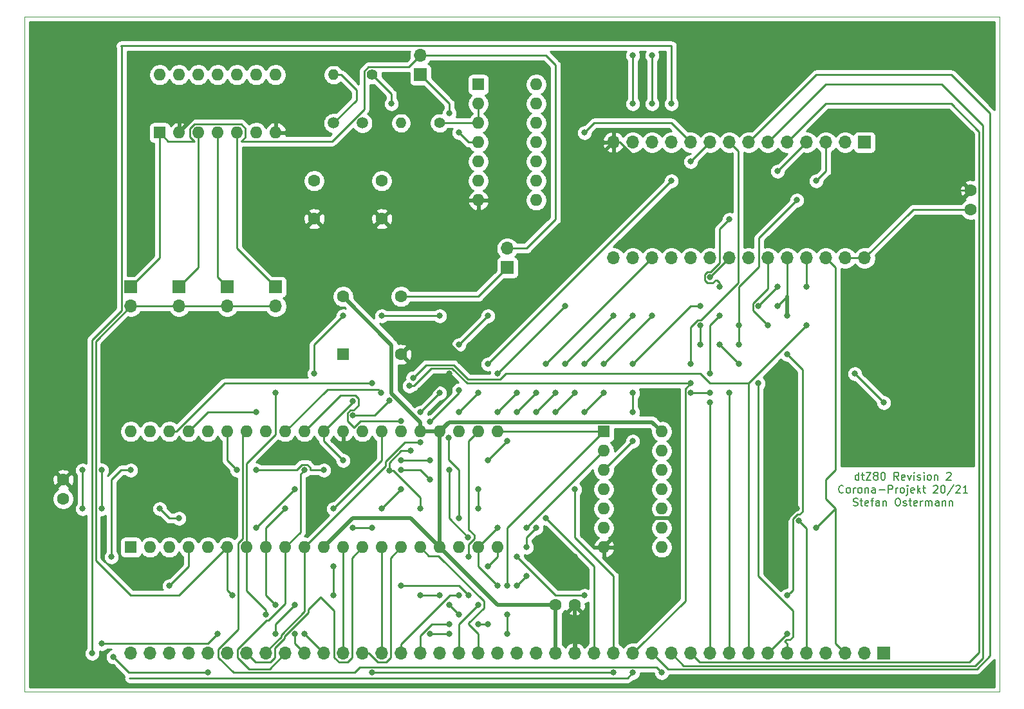
<source format=gbr>
G04 #@! TF.GenerationSoftware,KiCad,Pcbnew,5.1.9-73d0e3b20d~88~ubuntu20.04.1*
G04 #@! TF.CreationDate,2021-02-07T22:25:47+01:00*
G04 #@! TF.ProjectId,dtZ80,64745a38-302e-46b6-9963-61645f706362,1*
G04 #@! TF.SameCoordinates,PX60e4b00PY6bcb370*
G04 #@! TF.FileFunction,Copper,L1,Top*
G04 #@! TF.FilePolarity,Positive*
%FSLAX46Y46*%
G04 Gerber Fmt 4.6, Leading zero omitted, Abs format (unit mm)*
G04 Created by KiCad (PCBNEW 5.1.9-73d0e3b20d~88~ubuntu20.04.1) date 2021-02-07 22:25:47*
%MOMM*%
%LPD*%
G01*
G04 APERTURE LIST*
G04 #@! TA.AperFunction,NonConductor*
%ADD10C,0.200000*%
G04 #@! TD*
G04 #@! TA.AperFunction,Profile*
%ADD11C,0.050000*%
G04 #@! TD*
G04 #@! TA.AperFunction,ComponentPad*
%ADD12C,1.500000*%
G04 #@! TD*
G04 #@! TA.AperFunction,ComponentPad*
%ADD13O,1.700000X1.700000*%
G04 #@! TD*
G04 #@! TA.AperFunction,ComponentPad*
%ADD14R,1.700000X1.700000*%
G04 #@! TD*
G04 #@! TA.AperFunction,ComponentPad*
%ADD15C,1.600000*%
G04 #@! TD*
G04 #@! TA.AperFunction,ComponentPad*
%ADD16R,1.600000X1.600000*%
G04 #@! TD*
G04 #@! TA.AperFunction,ComponentPad*
%ADD17O,1.600000X1.600000*%
G04 #@! TD*
G04 #@! TA.AperFunction,ComponentPad*
%ADD18O,1.400000X1.400000*%
G04 #@! TD*
G04 #@! TA.AperFunction,ComponentPad*
%ADD19C,1.400000*%
G04 #@! TD*
G04 #@! TA.AperFunction,ViaPad*
%ADD20C,0.800000*%
G04 #@! TD*
G04 #@! TA.AperFunction,Conductor*
%ADD21C,0.250000*%
G04 #@! TD*
G04 #@! TA.AperFunction,Conductor*
%ADD22C,0.500000*%
G04 #@! TD*
G04 #@! TA.AperFunction,Conductor*
%ADD23C,0.254000*%
G04 #@! TD*
G04 #@! TA.AperFunction,Conductor*
%ADD24C,0.100000*%
G04 #@! TD*
G04 APERTURE END LIST*
D10*
X-29963334Y27917620D02*
X-29963334Y28917620D01*
X-29963334Y27965239D02*
X-30058572Y27917620D01*
X-30249048Y27917620D01*
X-30344286Y27965239D01*
X-30391905Y28012858D01*
X-30439524Y28108096D01*
X-30439524Y28393810D01*
X-30391905Y28489048D01*
X-30344286Y28536667D01*
X-30249048Y28584286D01*
X-30058572Y28584286D01*
X-29963334Y28536667D01*
X-29630000Y28584286D02*
X-29249048Y28584286D01*
X-29487143Y28917620D02*
X-29487143Y28060477D01*
X-29439524Y27965239D01*
X-29344286Y27917620D01*
X-29249048Y27917620D01*
X-29010953Y28917620D02*
X-28344286Y28917620D01*
X-29010953Y27917620D01*
X-28344286Y27917620D01*
X-27820477Y28489048D02*
X-27915715Y28536667D01*
X-27963334Y28584286D01*
X-28010953Y28679524D01*
X-28010953Y28727143D01*
X-27963334Y28822381D01*
X-27915715Y28870000D01*
X-27820477Y28917620D01*
X-27630000Y28917620D01*
X-27534762Y28870000D01*
X-27487143Y28822381D01*
X-27439524Y28727143D01*
X-27439524Y28679524D01*
X-27487143Y28584286D01*
X-27534762Y28536667D01*
X-27630000Y28489048D01*
X-27820477Y28489048D01*
X-27915715Y28441429D01*
X-27963334Y28393810D01*
X-28010953Y28298572D01*
X-28010953Y28108096D01*
X-27963334Y28012858D01*
X-27915715Y27965239D01*
X-27820477Y27917620D01*
X-27630000Y27917620D01*
X-27534762Y27965239D01*
X-27487143Y28012858D01*
X-27439524Y28108096D01*
X-27439524Y28298572D01*
X-27487143Y28393810D01*
X-27534762Y28441429D01*
X-27630000Y28489048D01*
X-26820477Y28917620D02*
X-26725239Y28917620D01*
X-26630000Y28870000D01*
X-26582381Y28822381D01*
X-26534762Y28727143D01*
X-26487143Y28536667D01*
X-26487143Y28298572D01*
X-26534762Y28108096D01*
X-26582381Y28012858D01*
X-26630000Y27965239D01*
X-26725239Y27917620D01*
X-26820477Y27917620D01*
X-26915715Y27965239D01*
X-26963334Y28012858D01*
X-27010953Y28108096D01*
X-27058572Y28298572D01*
X-27058572Y28536667D01*
X-27010953Y28727143D01*
X-26963334Y28822381D01*
X-26915715Y28870000D01*
X-26820477Y28917620D01*
X-24725239Y27917620D02*
X-25058572Y28393810D01*
X-25296667Y27917620D02*
X-25296667Y28917620D01*
X-24915715Y28917620D01*
X-24820477Y28870000D01*
X-24772858Y28822381D01*
X-24725239Y28727143D01*
X-24725239Y28584286D01*
X-24772858Y28489048D01*
X-24820477Y28441429D01*
X-24915715Y28393810D01*
X-25296667Y28393810D01*
X-23915715Y27965239D02*
X-24010953Y27917620D01*
X-24201429Y27917620D01*
X-24296667Y27965239D01*
X-24344286Y28060477D01*
X-24344286Y28441429D01*
X-24296667Y28536667D01*
X-24201429Y28584286D01*
X-24010953Y28584286D01*
X-23915715Y28536667D01*
X-23868096Y28441429D01*
X-23868096Y28346191D01*
X-24344286Y28250953D01*
X-23534762Y28584286D02*
X-23296667Y27917620D01*
X-23058572Y28584286D01*
X-22677620Y27917620D02*
X-22677620Y28584286D01*
X-22677620Y28917620D02*
X-22725239Y28870000D01*
X-22677620Y28822381D01*
X-22630000Y28870000D01*
X-22677620Y28917620D01*
X-22677620Y28822381D01*
X-22249048Y27965239D02*
X-22153810Y27917620D01*
X-21963334Y27917620D01*
X-21868096Y27965239D01*
X-21820477Y28060477D01*
X-21820477Y28108096D01*
X-21868096Y28203334D01*
X-21963334Y28250953D01*
X-22106191Y28250953D01*
X-22201429Y28298572D01*
X-22249048Y28393810D01*
X-22249048Y28441429D01*
X-22201429Y28536667D01*
X-22106191Y28584286D01*
X-21963334Y28584286D01*
X-21868096Y28536667D01*
X-21391905Y27917620D02*
X-21391905Y28584286D01*
X-21391905Y28917620D02*
X-21439524Y28870000D01*
X-21391905Y28822381D01*
X-21344286Y28870000D01*
X-21391905Y28917620D01*
X-21391905Y28822381D01*
X-20772858Y27917620D02*
X-20868096Y27965239D01*
X-20915715Y28012858D01*
X-20963334Y28108096D01*
X-20963334Y28393810D01*
X-20915715Y28489048D01*
X-20868096Y28536667D01*
X-20772858Y28584286D01*
X-20630000Y28584286D01*
X-20534762Y28536667D01*
X-20487143Y28489048D01*
X-20439524Y28393810D01*
X-20439524Y28108096D01*
X-20487143Y28012858D01*
X-20534762Y27965239D01*
X-20630000Y27917620D01*
X-20772858Y27917620D01*
X-20010953Y28584286D02*
X-20010953Y27917620D01*
X-20010953Y28489048D02*
X-19963334Y28536667D01*
X-19868096Y28584286D01*
X-19725239Y28584286D01*
X-19630000Y28536667D01*
X-19582381Y28441429D01*
X-19582381Y27917620D01*
X-18391905Y28822381D02*
X-18344286Y28870000D01*
X-18249048Y28917620D01*
X-18010953Y28917620D01*
X-17915715Y28870000D01*
X-17868096Y28822381D01*
X-17820477Y28727143D01*
X-17820477Y28631905D01*
X-17868096Y28489048D01*
X-18439524Y27917620D01*
X-17820477Y27917620D01*
X-31987143Y26312858D02*
X-32034762Y26265239D01*
X-32177620Y26217620D01*
X-32272858Y26217620D01*
X-32415715Y26265239D01*
X-32510953Y26360477D01*
X-32558572Y26455715D01*
X-32606191Y26646191D01*
X-32606191Y26789048D01*
X-32558572Y26979524D01*
X-32510953Y27074762D01*
X-32415715Y27170000D01*
X-32272858Y27217620D01*
X-32177620Y27217620D01*
X-32034762Y27170000D01*
X-31987143Y27122381D01*
X-31415715Y26217620D02*
X-31510953Y26265239D01*
X-31558572Y26312858D01*
X-31606191Y26408096D01*
X-31606191Y26693810D01*
X-31558572Y26789048D01*
X-31510953Y26836667D01*
X-31415715Y26884286D01*
X-31272858Y26884286D01*
X-31177620Y26836667D01*
X-31130000Y26789048D01*
X-31082381Y26693810D01*
X-31082381Y26408096D01*
X-31130000Y26312858D01*
X-31177620Y26265239D01*
X-31272858Y26217620D01*
X-31415715Y26217620D01*
X-30653810Y26217620D02*
X-30653810Y26884286D01*
X-30653810Y26693810D02*
X-30606191Y26789048D01*
X-30558572Y26836667D01*
X-30463334Y26884286D01*
X-30368096Y26884286D01*
X-29891905Y26217620D02*
X-29987143Y26265239D01*
X-30034762Y26312858D01*
X-30082381Y26408096D01*
X-30082381Y26693810D01*
X-30034762Y26789048D01*
X-29987143Y26836667D01*
X-29891905Y26884286D01*
X-29749048Y26884286D01*
X-29653810Y26836667D01*
X-29606191Y26789048D01*
X-29558572Y26693810D01*
X-29558572Y26408096D01*
X-29606191Y26312858D01*
X-29653810Y26265239D01*
X-29749048Y26217620D01*
X-29891905Y26217620D01*
X-29130000Y26884286D02*
X-29130000Y26217620D01*
X-29130000Y26789048D02*
X-29082381Y26836667D01*
X-28987143Y26884286D01*
X-28844286Y26884286D01*
X-28749048Y26836667D01*
X-28701429Y26741429D01*
X-28701429Y26217620D01*
X-27796667Y26217620D02*
X-27796667Y26741429D01*
X-27844286Y26836667D01*
X-27939524Y26884286D01*
X-28130000Y26884286D01*
X-28225239Y26836667D01*
X-27796667Y26265239D02*
X-27891905Y26217620D01*
X-28130000Y26217620D01*
X-28225239Y26265239D01*
X-28272858Y26360477D01*
X-28272858Y26455715D01*
X-28225239Y26550953D01*
X-28130000Y26598572D01*
X-27891905Y26598572D01*
X-27796667Y26646191D01*
X-27320477Y26598572D02*
X-26558572Y26598572D01*
X-26082381Y26217620D02*
X-26082381Y27217620D01*
X-25701429Y27217620D01*
X-25606191Y27170000D01*
X-25558572Y27122381D01*
X-25510953Y27027143D01*
X-25510953Y26884286D01*
X-25558572Y26789048D01*
X-25606191Y26741429D01*
X-25701429Y26693810D01*
X-26082381Y26693810D01*
X-25082381Y26217620D02*
X-25082381Y26884286D01*
X-25082381Y26693810D02*
X-25034762Y26789048D01*
X-24987143Y26836667D01*
X-24891905Y26884286D01*
X-24796667Y26884286D01*
X-24320477Y26217620D02*
X-24415715Y26265239D01*
X-24463334Y26312858D01*
X-24510953Y26408096D01*
X-24510953Y26693810D01*
X-24463334Y26789048D01*
X-24415715Y26836667D01*
X-24320477Y26884286D01*
X-24177620Y26884286D01*
X-24082381Y26836667D01*
X-24034762Y26789048D01*
X-23987143Y26693810D01*
X-23987143Y26408096D01*
X-24034762Y26312858D01*
X-24082381Y26265239D01*
X-24177620Y26217620D01*
X-24320477Y26217620D01*
X-23558572Y26884286D02*
X-23558572Y26027143D01*
X-23606191Y25931905D01*
X-23701429Y25884286D01*
X-23749048Y25884286D01*
X-23558572Y27217620D02*
X-23606191Y27170000D01*
X-23558572Y27122381D01*
X-23510953Y27170000D01*
X-23558572Y27217620D01*
X-23558572Y27122381D01*
X-22701429Y26265239D02*
X-22796667Y26217620D01*
X-22987143Y26217620D01*
X-23082381Y26265239D01*
X-23130000Y26360477D01*
X-23130000Y26741429D01*
X-23082381Y26836667D01*
X-22987143Y26884286D01*
X-22796667Y26884286D01*
X-22701429Y26836667D01*
X-22653810Y26741429D01*
X-22653810Y26646191D01*
X-23130000Y26550953D01*
X-22225239Y26217620D02*
X-22225239Y27217620D01*
X-22130000Y26598572D02*
X-21844286Y26217620D01*
X-21844286Y26884286D02*
X-22225239Y26503334D01*
X-21558572Y26884286D02*
X-21177620Y26884286D01*
X-21415715Y27217620D02*
X-21415715Y26360477D01*
X-21368096Y26265239D01*
X-21272858Y26217620D01*
X-21177620Y26217620D01*
X-20130000Y27122381D02*
X-20082381Y27170000D01*
X-19987143Y27217620D01*
X-19749048Y27217620D01*
X-19653810Y27170000D01*
X-19606191Y27122381D01*
X-19558572Y27027143D01*
X-19558572Y26931905D01*
X-19606191Y26789048D01*
X-20177620Y26217620D01*
X-19558572Y26217620D01*
X-18939524Y27217620D02*
X-18844286Y27217620D01*
X-18749048Y27170000D01*
X-18701429Y27122381D01*
X-18653810Y27027143D01*
X-18606191Y26836667D01*
X-18606191Y26598572D01*
X-18653810Y26408096D01*
X-18701429Y26312858D01*
X-18749048Y26265239D01*
X-18844286Y26217620D01*
X-18939524Y26217620D01*
X-19034762Y26265239D01*
X-19082381Y26312858D01*
X-19130000Y26408096D01*
X-19177620Y26598572D01*
X-19177620Y26836667D01*
X-19130000Y27027143D01*
X-19082381Y27122381D01*
X-19034762Y27170000D01*
X-18939524Y27217620D01*
X-17463334Y27265239D02*
X-18320477Y25979524D01*
X-17177620Y27122381D02*
X-17130001Y27170000D01*
X-17034762Y27217620D01*
X-16796667Y27217620D01*
X-16701429Y27170000D01*
X-16653810Y27122381D01*
X-16606191Y27027143D01*
X-16606191Y26931905D01*
X-16653810Y26789048D01*
X-17225239Y26217620D01*
X-16606191Y26217620D01*
X-15653810Y26217620D02*
X-16225239Y26217620D01*
X-15939524Y26217620D02*
X-15939524Y27217620D01*
X-16034762Y27074762D01*
X-16130001Y26979524D01*
X-16225239Y26931905D01*
X-30677620Y24565239D02*
X-30534762Y24517620D01*
X-30296667Y24517620D01*
X-30201429Y24565239D01*
X-30153810Y24612858D01*
X-30106191Y24708096D01*
X-30106191Y24803334D01*
X-30153810Y24898572D01*
X-30201429Y24946191D01*
X-30296667Y24993810D01*
X-30487143Y25041429D01*
X-30582381Y25089048D01*
X-30630000Y25136667D01*
X-30677620Y25231905D01*
X-30677620Y25327143D01*
X-30630000Y25422381D01*
X-30582381Y25470000D01*
X-30487143Y25517620D01*
X-30249048Y25517620D01*
X-30106191Y25470000D01*
X-29820477Y25184286D02*
X-29439524Y25184286D01*
X-29677620Y25517620D02*
X-29677620Y24660477D01*
X-29630000Y24565239D01*
X-29534762Y24517620D01*
X-29439524Y24517620D01*
X-28725239Y24565239D02*
X-28820477Y24517620D01*
X-29010953Y24517620D01*
X-29106191Y24565239D01*
X-29153810Y24660477D01*
X-29153810Y25041429D01*
X-29106191Y25136667D01*
X-29010953Y25184286D01*
X-28820477Y25184286D01*
X-28725239Y25136667D01*
X-28677620Y25041429D01*
X-28677620Y24946191D01*
X-29153810Y24850953D01*
X-28391905Y25184286D02*
X-28010953Y25184286D01*
X-28249048Y24517620D02*
X-28249048Y25374762D01*
X-28201429Y25470000D01*
X-28106191Y25517620D01*
X-28010953Y25517620D01*
X-27249048Y24517620D02*
X-27249048Y25041429D01*
X-27296667Y25136667D01*
X-27391905Y25184286D01*
X-27582381Y25184286D01*
X-27677620Y25136667D01*
X-27249048Y24565239D02*
X-27344286Y24517620D01*
X-27582381Y24517620D01*
X-27677620Y24565239D01*
X-27725239Y24660477D01*
X-27725239Y24755715D01*
X-27677620Y24850953D01*
X-27582381Y24898572D01*
X-27344286Y24898572D01*
X-27249048Y24946191D01*
X-26772858Y25184286D02*
X-26772858Y24517620D01*
X-26772858Y25089048D02*
X-26725239Y25136667D01*
X-26630000Y25184286D01*
X-26487143Y25184286D01*
X-26391905Y25136667D01*
X-26344286Y25041429D01*
X-26344286Y24517620D01*
X-24915715Y25517620D02*
X-24725239Y25517620D01*
X-24630000Y25470000D01*
X-24534762Y25374762D01*
X-24487143Y25184286D01*
X-24487143Y24850953D01*
X-24534762Y24660477D01*
X-24630000Y24565239D01*
X-24725239Y24517620D01*
X-24915715Y24517620D01*
X-25010953Y24565239D01*
X-25106191Y24660477D01*
X-25153810Y24850953D01*
X-25153810Y25184286D01*
X-25106191Y25374762D01*
X-25010953Y25470000D01*
X-24915715Y25517620D01*
X-24106191Y24565239D02*
X-24010953Y24517620D01*
X-23820477Y24517620D01*
X-23725239Y24565239D01*
X-23677620Y24660477D01*
X-23677620Y24708096D01*
X-23725239Y24803334D01*
X-23820477Y24850953D01*
X-23963334Y24850953D01*
X-24058572Y24898572D01*
X-24106191Y24993810D01*
X-24106191Y25041429D01*
X-24058572Y25136667D01*
X-23963334Y25184286D01*
X-23820477Y25184286D01*
X-23725239Y25136667D01*
X-23391905Y25184286D02*
X-23010953Y25184286D01*
X-23249048Y25517620D02*
X-23249048Y24660477D01*
X-23201429Y24565239D01*
X-23106191Y24517620D01*
X-23010953Y24517620D01*
X-22296667Y24565239D02*
X-22391905Y24517620D01*
X-22582381Y24517620D01*
X-22677620Y24565239D01*
X-22725239Y24660477D01*
X-22725239Y25041429D01*
X-22677620Y25136667D01*
X-22582381Y25184286D01*
X-22391905Y25184286D01*
X-22296667Y25136667D01*
X-22249048Y25041429D01*
X-22249048Y24946191D01*
X-22725239Y24850953D01*
X-21820477Y24517620D02*
X-21820477Y25184286D01*
X-21820477Y24993810D02*
X-21772858Y25089048D01*
X-21725239Y25136667D01*
X-21630000Y25184286D01*
X-21534762Y25184286D01*
X-21201429Y24517620D02*
X-21201429Y25184286D01*
X-21201429Y25089048D02*
X-21153810Y25136667D01*
X-21058572Y25184286D01*
X-20915715Y25184286D01*
X-20820477Y25136667D01*
X-20772858Y25041429D01*
X-20772858Y24517620D01*
X-20772858Y25041429D02*
X-20725239Y25136667D01*
X-20630000Y25184286D01*
X-20487143Y25184286D01*
X-20391905Y25136667D01*
X-20344286Y25041429D01*
X-20344286Y24517620D01*
X-19439524Y24517620D02*
X-19439524Y25041429D01*
X-19487143Y25136667D01*
X-19582381Y25184286D01*
X-19772858Y25184286D01*
X-19868096Y25136667D01*
X-19439524Y24565239D02*
X-19534762Y24517620D01*
X-19772858Y24517620D01*
X-19868096Y24565239D01*
X-19915715Y24660477D01*
X-19915715Y24755715D01*
X-19868096Y24850953D01*
X-19772858Y24898572D01*
X-19534762Y24898572D01*
X-19439524Y24946191D01*
X-18963334Y25184286D02*
X-18963334Y24517620D01*
X-18963334Y25089048D02*
X-18915715Y25136667D01*
X-18820477Y25184286D01*
X-18677620Y25184286D01*
X-18582381Y25136667D01*
X-18534762Y25041429D01*
X-18534762Y24517620D01*
X-18058572Y25184286D02*
X-18058572Y24517620D01*
X-18058572Y25089048D02*
X-18010953Y25136667D01*
X-17915715Y25184286D01*
X-17772858Y25184286D01*
X-17677620Y25136667D01*
X-17630000Y25041429D01*
X-17630000Y24517620D01*
D11*
X-11430000Y0D02*
X-139700000Y0D01*
X-11430000Y88900000D02*
X-11430000Y0D01*
X-139700000Y88900000D02*
X-139700000Y0D01*
X-11430000Y88900000D02*
X-139700000Y88900000D01*
D12*
X-95260000Y74930000D03*
X-99060000Y74930000D03*
D13*
X-29210000Y57150000D03*
X-62230000Y72390000D03*
X-31750000Y57150000D03*
X-59690000Y72390000D03*
X-34290000Y57150000D03*
X-57150000Y72390000D03*
X-36830000Y57150000D03*
X-54610000Y72390000D03*
X-39370000Y57150000D03*
X-52070000Y72390000D03*
X-41910000Y57150000D03*
X-49530000Y72390000D03*
X-44450000Y57150000D03*
X-46990000Y72390000D03*
X-46990000Y57150000D03*
X-44450000Y72390000D03*
X-49530000Y57150000D03*
X-41910000Y72390000D03*
X-52070000Y57150000D03*
X-39370000Y72390000D03*
X-54610000Y57150000D03*
X-36830000Y72390000D03*
X-57150000Y57150000D03*
X-34290000Y72390000D03*
X-59690000Y57150000D03*
X-31750000Y72390000D03*
X-62230000Y57150000D03*
D14*
X-29210000Y72390000D03*
D15*
X-90170000Y44450000D03*
X-90170000Y52070000D03*
X-97790000Y52070000D03*
D16*
X-97790000Y44450000D03*
D17*
X-55880000Y34290000D03*
X-63500000Y19050000D03*
X-55880000Y31750000D03*
X-63500000Y21590000D03*
X-55880000Y29210000D03*
X-63500000Y24130000D03*
X-55880000Y26670000D03*
X-63500000Y26670000D03*
X-55880000Y24130000D03*
X-63500000Y29210000D03*
X-55880000Y21590000D03*
X-63500000Y31750000D03*
X-55880000Y19050000D03*
D16*
X-63500000Y34290000D03*
D17*
X-125730000Y34290000D03*
X-77470000Y19050000D03*
X-123190000Y34290000D03*
X-80010000Y19050000D03*
X-120650000Y34290000D03*
X-82550000Y19050000D03*
X-118110000Y34290000D03*
X-85090000Y19050000D03*
X-115570000Y34290000D03*
X-87630000Y19050000D03*
X-113030000Y34290000D03*
X-90170000Y19050000D03*
X-110490000Y34290000D03*
X-92710000Y19050000D03*
X-107950000Y34290000D03*
X-95250000Y19050000D03*
X-105410000Y34290000D03*
X-97790000Y19050000D03*
X-102870000Y34290000D03*
X-100330000Y19050000D03*
X-100330000Y34290000D03*
X-102870000Y19050000D03*
X-97790000Y34290000D03*
X-105410000Y19050000D03*
X-95250000Y34290000D03*
X-107950000Y19050000D03*
X-92710000Y34290000D03*
X-110490000Y19050000D03*
X-90170000Y34290000D03*
X-113030000Y19050000D03*
X-87630000Y34290000D03*
X-115570000Y19050000D03*
X-85090000Y34290000D03*
X-118110000Y19050000D03*
X-82550000Y34290000D03*
X-120650000Y19050000D03*
X-80010000Y34290000D03*
X-123190000Y19050000D03*
X-77470000Y34290000D03*
D16*
X-125730000Y19050000D03*
D13*
X-76200000Y58420000D03*
D14*
X-76200000Y55880000D03*
D15*
X-15240000Y63540000D03*
X-15240000Y66040000D03*
X-134620000Y25440000D03*
X-134620000Y27940000D03*
X-67350000Y11430000D03*
X-69850000Y11430000D03*
D17*
X-121920000Y81280000D03*
X-106680000Y73660000D03*
X-119380000Y81280000D03*
X-109220000Y73660000D03*
X-116840000Y81280000D03*
X-111760000Y73660000D03*
X-114300000Y81280000D03*
X-114300000Y73660000D03*
X-111760000Y81280000D03*
X-116840000Y73660000D03*
X-109220000Y81280000D03*
X-119380000Y73660000D03*
X-106680000Y81280000D03*
D16*
X-121920000Y73660000D03*
D17*
X-72390000Y80010000D03*
X-80010000Y64770000D03*
X-72390000Y77470000D03*
X-80010000Y67310000D03*
X-72390000Y74930000D03*
X-80010000Y69850000D03*
X-72390000Y72390000D03*
X-80010000Y72390000D03*
X-72390000Y69850000D03*
X-80010000Y74930000D03*
X-72390000Y67310000D03*
X-80010000Y77470000D03*
X-72390000Y64770000D03*
D16*
X-80010000Y80010000D03*
D18*
X-90170000Y74930000D03*
D19*
X-85090000Y74930000D03*
D18*
X-99060000Y81280000D03*
D19*
X-93980000Y81280000D03*
D13*
X-106680000Y50800000D03*
D14*
X-106680000Y53340000D03*
D13*
X-113030000Y50800000D03*
D14*
X-113030000Y53340000D03*
D13*
X-119380000Y50800000D03*
D14*
X-119380000Y53340000D03*
D13*
X-125730000Y50800000D03*
D14*
X-125730000Y53340000D03*
D13*
X-87630000Y83820000D03*
D14*
X-87630000Y81280000D03*
D13*
X-125730000Y5080000D03*
X-123190000Y5080000D03*
X-120650000Y5080000D03*
X-118110000Y5080000D03*
X-115570000Y5080000D03*
X-113030000Y5080000D03*
X-110490000Y5080000D03*
X-107950000Y5080000D03*
X-105410000Y5080000D03*
X-102870000Y5080000D03*
X-100330000Y5080000D03*
X-97790000Y5080000D03*
X-95250000Y5080000D03*
X-92710000Y5080000D03*
X-90170000Y5080000D03*
X-87630000Y5080000D03*
X-85090000Y5080000D03*
X-82550000Y5080000D03*
X-80010000Y5080000D03*
X-77470000Y5080000D03*
X-74930000Y5080000D03*
X-72390000Y5080000D03*
X-69850000Y5080000D03*
X-67310000Y5080000D03*
X-64770000Y5080000D03*
X-62230000Y5080000D03*
X-59690000Y5080000D03*
X-57150000Y5080000D03*
X-54610000Y5080000D03*
X-52070000Y5080000D03*
X-49530000Y5080000D03*
X-46990000Y5080000D03*
X-44450000Y5080000D03*
X-41910000Y5080000D03*
X-39370000Y5080000D03*
X-36830000Y5080000D03*
X-34290000Y5080000D03*
X-31750000Y5080000D03*
X-29210000Y5080000D03*
D14*
X-26670000Y5080000D03*
D15*
X-92710000Y62310000D03*
X-92710000Y67310000D03*
X-101600000Y62310000D03*
X-101600000Y67310000D03*
D20*
X-49530000Y54610000D03*
X-43180000Y40640000D03*
X-45720000Y43180000D03*
X-48260000Y45720000D03*
X-50800000Y45720000D03*
X-50800000Y48260000D03*
X-39370000Y49530000D03*
X-39370000Y44450000D03*
X-39370000Y12700000D03*
X-39370000Y7620000D03*
X-40640000Y50800000D03*
X-36830000Y53340000D03*
X-36830000Y48260000D03*
X-93980000Y40640000D03*
X-88604913Y41365010D03*
X-46990000Y39370000D03*
X-45720000Y45720000D03*
X-45720000Y48260000D03*
X-38100000Y64770000D03*
X-35560000Y67310000D03*
X-49530000Y39370000D03*
X-52070000Y39370000D03*
X-85090000Y39370000D03*
X-87630000Y36830000D03*
X-109220000Y36830000D03*
X-49530000Y38100000D03*
X-49530000Y41910000D03*
X-48260000Y49530000D03*
X-48260000Y53340000D03*
X-46990000Y62230000D03*
X-40640000Y68580000D03*
X-66040000Y12700000D03*
X-74930000Y17780000D03*
X-81355172Y20395163D03*
X-83820000Y29210000D03*
X-86360000Y30480000D03*
X-90170000Y30480000D03*
X-100330000Y29210000D03*
X-109220000Y29210000D03*
X-111760000Y29210000D03*
X-55880000Y2540000D03*
X-125730000Y29210000D03*
X-128270000Y17780000D03*
X-59690000Y2540000D03*
X-128020503Y4588642D03*
X-115570000Y2540000D03*
X-93980000Y2540000D03*
X-62230000Y2540000D03*
X-52070000Y43180000D03*
X-52070000Y40640000D03*
X-92781450Y39425382D03*
X-89090314Y40300041D03*
X-52070000Y69850000D03*
X-54610000Y67310000D03*
X-78740000Y43180000D03*
X-86360000Y35560000D03*
X-90170000Y35690003D03*
X-82550000Y39725032D03*
X-67310000Y26670000D03*
X-66040000Y36830000D03*
X-63500000Y39370000D03*
X-121920000Y24130000D03*
X-119380000Y22860000D03*
X-71120000Y22860000D03*
X-80010000Y24130000D03*
X-80010000Y26670000D03*
X-86360000Y27940000D03*
X-90170000Y29210000D03*
X-97790000Y30480000D03*
X-85090000Y49530000D03*
X-92710000Y49530000D03*
X-97790000Y49530000D03*
X-101600000Y41910000D03*
X-96520000Y38310032D03*
X-66040000Y73660000D03*
X-43180000Y68580000D03*
X-48260000Y68580000D03*
X-67310000Y13970000D03*
X-67310000Y17780000D03*
X-87630000Y38100000D03*
X-83820000Y41910000D03*
X-82550000Y44450000D03*
X-68580000Y67310000D03*
X-114300000Y76200000D03*
X-54610000Y22860000D03*
X-39370000Y22860000D03*
X-38100000Y24130000D03*
X-31750000Y40640000D03*
X-19050000Y59690000D03*
X-26670000Y38100000D03*
X-30480000Y41910000D03*
X-57150000Y49530000D03*
X-63500000Y43180000D03*
X-67310000Y39370000D03*
X-69850000Y36830000D03*
X-104140000Y26670000D03*
X-109220000Y21590000D03*
X-120650000Y13970000D03*
X-35560000Y21590000D03*
X-81280000Y12700000D03*
X-90170000Y13970000D03*
X-41910000Y48260000D03*
X-37831462Y22560030D03*
X-40640000Y53340000D03*
X-43180000Y50800000D03*
X-50800000Y50800000D03*
X-59690000Y43180000D03*
X-59690000Y39370000D03*
X-59690000Y36830000D03*
X-59690000Y33020000D03*
X-57150000Y77470000D03*
X-57150000Y83820000D03*
X-132080000Y29210000D03*
X-132080000Y24130000D03*
X-95250000Y5080000D03*
X-54610000Y77470000D03*
X-130810000Y5080000D03*
X-59690000Y49530000D03*
X-66040000Y43180000D03*
X-69850000Y39370000D03*
X-72390000Y36830000D03*
X-76200000Y33020000D03*
X-78740000Y30480000D03*
X-90170000Y26670000D03*
X-92710000Y24130000D03*
X-59690000Y77470000D03*
X-59690000Y83820000D03*
X-129540000Y29210000D03*
X-129540000Y24130000D03*
X-129540000Y6350000D03*
X-114300000Y7620000D03*
X-106680000Y7620000D03*
X-104140000Y11430000D03*
X-62230000Y49530000D03*
X-68580000Y43180000D03*
X-72390000Y39370000D03*
X-74930000Y36830000D03*
X-87630000Y32889997D03*
X-71120000Y43180000D03*
X-74930000Y39370000D03*
X-77470000Y36830000D03*
X-102870000Y29210000D03*
X-96520000Y36410010D03*
X-91709244Y38399264D03*
X-106680000Y11430000D03*
X-102870000Y7620000D03*
X-68580000Y50800000D03*
X-77470000Y41910000D03*
X-80010000Y39370000D03*
X-82550000Y36830000D03*
X-83956838Y33443826D03*
X-82550000Y22860000D03*
X-93980000Y21590000D03*
X-96520000Y21590000D03*
X-105410000Y24130000D03*
X-107950000Y10160000D03*
X-104140000Y7620000D03*
X-78740000Y49530000D03*
X-82550000Y45720000D03*
X-106680000Y39370000D03*
X-83820000Y7620000D03*
X-86360000Y7620000D03*
X-112340011Y12700000D03*
X-78740000Y16510000D03*
X-82550000Y12700000D03*
X-76200000Y13970000D03*
X-83820000Y8890000D03*
X-81280000Y17780000D03*
X-77470000Y13970000D03*
X-80010000Y11430000D03*
X-73660000Y21590000D03*
X-77470000Y21590000D03*
X-76200000Y7620000D03*
X-76200000Y10160000D03*
X-74930000Y13970000D03*
X-73660000Y15240000D03*
X-73660000Y19050000D03*
X-72390000Y21590000D03*
X-87630000Y24130000D03*
X-88900000Y31750000D03*
X-91746962Y29125232D03*
X-99060000Y24130000D03*
X-99060000Y16510000D03*
X-99060000Y12700000D03*
X-78740000Y8890000D03*
X-80010000Y8890000D03*
X-82550000Y10160000D03*
X-83820000Y11430000D03*
X-85090000Y12700000D03*
X-87630000Y12700000D03*
X-82550000Y73660000D03*
X-83820000Y76200000D03*
X-91440000Y77470000D03*
D21*
X-49530000Y54610000D02*
X-46990000Y57150000D01*
X-39370000Y5080000D02*
X-39370000Y6350000D01*
X-38644999Y7271999D02*
X-38644999Y10704999D01*
X-39021999Y6894999D02*
X-38644999Y7271999D01*
X-39458591Y6894999D02*
X-39021999Y6894999D01*
X-39686795Y6666795D02*
X-39458591Y6894999D01*
X-39370000Y6350000D02*
X-39686795Y6666795D01*
X-43180000Y15240000D02*
X-43180000Y40640000D01*
X-38644999Y10704999D02*
X-43180000Y15240000D01*
X-45720000Y43180000D02*
X-48260000Y45720000D01*
X-50800000Y45720000D02*
X-50800000Y48260000D01*
X-39370000Y7620000D02*
X-41910000Y5080000D01*
X-40640000Y50800000D02*
X-39370000Y52070000D01*
D22*
X-39370000Y52070000D02*
X-39370000Y49530000D01*
D21*
X-39370000Y57150000D02*
X-39370000Y52070000D01*
X-38644999Y22771813D02*
X-38644999Y13425001D01*
X-37751998Y23404998D02*
X-38011814Y23404998D01*
X-39370000Y44450000D02*
X-37374998Y42454998D01*
X-38970001Y13099999D02*
X-39370000Y12700000D01*
X-38644999Y13425001D02*
X-38970001Y13099999D01*
X-38011814Y23404998D02*
X-38644999Y22771813D01*
X-37374998Y23781998D02*
X-37751998Y23404998D01*
X-37374998Y42454998D02*
X-37374998Y23781998D01*
X-36830000Y57150000D02*
X-36830000Y53340000D01*
X-36830000Y48260000D02*
X-44450000Y40640000D01*
X-44450000Y40640000D02*
X-44450000Y5080000D01*
X-119775002Y34290000D02*
X-120650000Y34290000D01*
X-113425002Y40640000D02*
X-119775002Y34290000D01*
X-93980000Y40640000D02*
X-113425002Y40640000D01*
X-86884910Y43085013D02*
X-88604913Y41365010D01*
X-83285598Y43085013D02*
X-86884910Y43085013D01*
X-81385583Y41184998D02*
X-83285598Y43085013D01*
X-44450000Y40640000D02*
X-49530000Y40640000D01*
X-76396996Y41910000D02*
X-77121998Y41184998D01*
X-77121998Y41184998D02*
X-81385583Y41184998D01*
X-50800000Y41910000D02*
X-76396996Y41910000D01*
X-49530000Y40640000D02*
X-50800000Y41910000D01*
X-46990000Y5080000D02*
X-46990000Y39370000D01*
X-45720000Y45720000D02*
X-45720000Y48260000D01*
X-45720000Y48260000D02*
X-45720000Y53340000D01*
X-43085001Y59784999D02*
X-38100000Y64770000D01*
X-43085001Y55974999D02*
X-43085001Y59784999D01*
X-45720000Y53340000D02*
X-43085001Y55974999D01*
X-34290000Y68580000D02*
X-34290000Y72390000D01*
X-35560000Y67310000D02*
X-34290000Y68580000D01*
X-49530000Y39370000D02*
X-52070000Y39370000D01*
X-85090000Y39370000D02*
X-87630000Y36830000D01*
X-115570000Y36830000D02*
X-118110000Y34290000D01*
X-109220000Y36830000D02*
X-115570000Y36830000D01*
X-49530000Y5080000D02*
X-49530000Y38100000D01*
X-49530000Y48260000D02*
X-48260000Y49530000D01*
X-49530000Y41910000D02*
X-49530000Y48260000D01*
X-48260000Y60960000D02*
X-46990000Y62230000D01*
X-49878001Y55335001D02*
X-49441409Y55335001D01*
X-50255001Y54958001D02*
X-49878001Y55335001D01*
X-49878001Y53884999D02*
X-50255001Y54261999D01*
X-48260000Y56516410D02*
X-48260000Y60960000D01*
X-49181999Y53884999D02*
X-49878001Y53884999D01*
X-50255001Y54261999D02*
X-50255001Y54958001D01*
X-48804999Y54261999D02*
X-49181999Y53884999D01*
X-49441409Y55335001D02*
X-48260000Y56516410D01*
X-48616314Y54261999D02*
X-48804999Y54261999D01*
X-48260000Y53905685D02*
X-48616314Y54261999D01*
X-48260000Y53340000D02*
X-48260000Y53905685D01*
X-40640000Y68580000D02*
X-36830000Y72390000D01*
X-39370000Y72390000D02*
X-34290000Y77470000D01*
X-50894999Y3904999D02*
X-52070000Y5080000D01*
X-15434999Y3904999D02*
X-50894999Y3904999D01*
X-14114999Y5224999D02*
X-15434999Y3904999D01*
X-14114999Y73804999D02*
X-14114999Y5224999D01*
X-34290000Y77470000D02*
X-17780000Y77470000D01*
X-17780000Y77470000D02*
X-14114999Y73804999D01*
X-69850000Y12700000D02*
X-74930000Y17780000D01*
X-66040000Y12700000D02*
X-69850000Y12700000D01*
X-83820000Y22859991D02*
X-83820000Y29210000D01*
X-81355172Y20395163D02*
X-83820000Y22859991D01*
X-86360000Y30480000D02*
X-90170000Y30480000D01*
X-103218001Y29935001D02*
X-103595001Y29558001D01*
X-102521999Y29935001D02*
X-103218001Y29935001D01*
X-102144999Y29558001D02*
X-102521999Y29935001D01*
X-102144999Y29210000D02*
X-102144999Y29558001D01*
X-100330000Y29210000D02*
X-102144999Y29210000D01*
X-103943002Y29210000D02*
X-109220000Y29210000D01*
X-103595001Y29558001D02*
X-103943002Y29210000D01*
X-111760000Y29210000D02*
X-113030000Y30480000D01*
X-113030000Y30480000D02*
X-113030000Y34290000D01*
X-19050000Y80010000D02*
X-13664988Y74624988D01*
X-14621378Y3454990D02*
X-52984990Y3454990D01*
X-41910000Y72390000D02*
X-34290000Y80010000D01*
X-34290000Y80010000D02*
X-19050000Y80010000D01*
X-13664988Y4411380D02*
X-14621378Y3454990D01*
X-13664988Y74624988D02*
X-13664988Y4411380D01*
X-52984990Y3454990D02*
X-54610000Y5080000D01*
X-110490000Y34290000D02*
X-111030001Y33749999D01*
X-111615001Y8234001D02*
X-114205001Y5644001D01*
X-114205001Y5644001D02*
X-114205001Y4515999D01*
X-111030001Y33749999D02*
X-111030001Y20175001D01*
X-111030001Y20175001D02*
X-111615001Y19590001D01*
X-111615001Y19590001D02*
X-111615001Y8234001D01*
X-114205001Y4515999D02*
X-112229002Y2540000D01*
X-95598000Y3265002D02*
X-56605002Y3265002D01*
X-112229002Y2540000D02*
X-96323002Y2540000D01*
X-56605002Y3265002D02*
X-55880000Y2540000D01*
X-96323002Y2540000D02*
X-95598000Y3265002D01*
X-125730000Y29210000D02*
X-127000000Y29210000D01*
X-128270000Y27940000D02*
X-128270000Y17780000D01*
X-127000000Y29210000D02*
X-128270000Y27940000D01*
X-59690000Y2540000D02*
X-60415001Y1814999D01*
X-128074135Y4535010D02*
X-128020503Y4588642D01*
X-60415001Y1814999D02*
X-125883270Y1814999D01*
X-125971861Y2540000D02*
X-115570000Y2540000D01*
X-128020503Y4588642D02*
X-125971861Y2540000D01*
X-93980000Y2540000D02*
X-62230000Y2540000D01*
X-14434979Y3004979D02*
X-55074979Y3004979D01*
X-55074979Y3004979D02*
X-57150000Y5080000D01*
X-12700000Y4739958D02*
X-14434979Y3004979D01*
X-12700000Y76200000D02*
X-12700000Y4739958D01*
X-17780000Y81280000D02*
X-12700000Y76200000D01*
X-35560000Y81280000D02*
X-17780000Y81280000D01*
X-44450000Y72390000D02*
X-35560000Y81280000D01*
X-50711409Y48985002D02*
X-51148002Y48985002D01*
X-46990000Y72390000D02*
X-45814999Y71214999D01*
X-45814999Y71214999D02*
X-45814999Y53881411D01*
X-46170011Y53526400D02*
X-50711409Y48985002D01*
X-45814999Y53881411D02*
X-46170011Y53526400D01*
X-52070000Y48063004D02*
X-52070000Y43745685D01*
X-51148002Y48985002D02*
X-52070000Y48063004D01*
X-52070000Y43745685D02*
X-52070000Y43180000D01*
X-52070000Y40640000D02*
X-52795002Y39914998D01*
X-52795002Y39914998D02*
X-52795002Y11974998D01*
X-52795002Y11974998D02*
X-58840001Y5929999D01*
X-58840001Y5929999D02*
X-59690000Y5080000D01*
X-99874619Y39825381D02*
X-93181449Y39825381D01*
X-93181449Y39825381D02*
X-92781450Y39425382D01*
X-105410000Y34290000D02*
X-99874619Y39825381D01*
X-83471998Y42635002D02*
X-86189668Y42635002D01*
X-81476996Y40640000D02*
X-83471998Y42635002D01*
X-86189668Y42635002D02*
X-88524629Y40300041D01*
X-88524629Y40300041D02*
X-89090314Y40300041D01*
X-52070000Y40640000D02*
X-81476996Y40640000D01*
X-49530000Y72390000D02*
X-52070000Y69850000D01*
X-54610000Y67310000D02*
X-78740000Y43180000D01*
X-82550000Y39370000D02*
X-82550000Y39725032D01*
X-86360000Y35560000D02*
X-82550000Y39370000D01*
X-62230000Y5080000D02*
X-62230000Y15240000D01*
X-67310000Y20320000D02*
X-67310000Y26670000D01*
X-62230000Y15240000D02*
X-67310000Y20320000D01*
X-66040000Y36830000D02*
X-63500000Y39370000D01*
X-97245002Y35700002D02*
X-97245002Y36738588D01*
X-96171999Y39035033D02*
X-98124967Y39035033D01*
X-96411986Y37135012D02*
X-95794999Y37751999D01*
X-90170000Y35690003D02*
X-95514999Y35690003D01*
X-95794999Y37751999D02*
X-95794999Y38658033D01*
X-98124967Y39035033D02*
X-102870000Y34290000D01*
X-96375001Y34830001D02*
X-97245002Y35700002D01*
X-95514999Y35690003D02*
X-96375001Y34830001D01*
X-97245002Y36738588D02*
X-96848578Y37135012D01*
X-95794999Y38658033D02*
X-96171999Y39035033D01*
X-96848578Y37135012D02*
X-96411986Y37135012D01*
D22*
X-69850000Y5080000D02*
X-69850000Y11430000D01*
X-77470000Y11430000D02*
X-85090000Y19050000D01*
X-69850000Y11430000D02*
X-77470000Y11430000D01*
X-85090000Y19050000D02*
X-85090000Y34290000D01*
X-85090000Y34290000D02*
X-87630000Y34290000D01*
X-85090000Y19050000D02*
X-88900000Y22860000D01*
X-88900000Y22860000D02*
X-96520000Y22860000D01*
X-96520000Y22860000D02*
X-100330000Y19050000D01*
X-85090000Y34290000D02*
X-83964999Y35415001D01*
D21*
X-22820000Y63540000D02*
X-29210000Y57150000D01*
X-15240000Y63540000D02*
X-22820000Y63540000D01*
X-29210000Y57150000D02*
X-31750000Y57150000D01*
X-120650000Y22860000D02*
X-119380000Y22860000D01*
X-121920000Y24130000D02*
X-120650000Y22860000D01*
D22*
X-87630000Y34290000D02*
X-87630000Y35548002D01*
X-91420001Y39338003D02*
X-91420001Y45700001D01*
X-87630000Y35548002D02*
X-91420001Y39338003D01*
X-91420001Y45700001D02*
X-97790000Y52070000D01*
X-85050002Y34290000D02*
X-85090000Y34290000D01*
X-83800001Y35540001D02*
X-85050002Y34290000D01*
X-57130001Y35540001D02*
X-83800001Y35540001D01*
X-55880000Y34290000D02*
X-57130001Y35540001D01*
D21*
X-64770000Y16510000D02*
X-71120000Y22860000D01*
X-64770000Y5080000D02*
X-64770000Y16510000D01*
X-80010000Y24130000D02*
X-80010000Y26670000D01*
X-87630000Y29210000D02*
X-90170000Y29210000D01*
X-86360000Y27940000D02*
X-87630000Y29210000D01*
X-100330000Y33020000D02*
X-100330000Y34290000D01*
X-97790000Y30480000D02*
X-100330000Y33020000D01*
X-52070000Y72390000D02*
X-54610000Y74930000D01*
X-85090000Y49530000D02*
X-92710000Y49530000D01*
X-97790000Y49530000D02*
X-101600000Y45720000D01*
X-101600000Y45720000D02*
X-101600000Y41910000D01*
X-96520000Y38100000D02*
X-96520000Y38310032D01*
X-100330000Y34290000D02*
X-96520000Y38100000D01*
X-64770000Y74930000D02*
X-66040000Y73660000D01*
X-54610000Y74930000D02*
X-64770000Y74930000D01*
X-15240000Y66040000D02*
X-40640000Y66040000D01*
X-40640000Y66040000D02*
X-43180000Y68580000D01*
X-61429002Y72390000D02*
X-62230000Y72390000D01*
X-57619002Y68580000D02*
X-61429002Y72390000D01*
X-48260000Y68580000D02*
X-57619002Y68580000D01*
D22*
X-67310000Y13970000D02*
X-67310000Y17780000D01*
X-87630000Y38100000D02*
X-83820000Y41910000D01*
X-82550000Y44450000D02*
X-83820000Y45720000D01*
X-83820000Y45720000D02*
X-88900000Y45720000D01*
X-88900000Y45720000D02*
X-90170000Y44450000D01*
X-63980012Y70639988D02*
X-63980012Y59209988D01*
X-62230000Y72390000D02*
X-63980012Y70639988D01*
X-78740000Y44450000D02*
X-82550000Y44450000D01*
X-63980012Y59209988D02*
X-78740000Y44450000D01*
X-65250012Y70639988D02*
X-68580000Y67310000D01*
X-63980012Y70639988D02*
X-65250012Y70639988D01*
X-116840000Y76200000D02*
X-119380000Y73660000D01*
X-114300000Y76200000D02*
X-116840000Y76200000D01*
X-67310000Y11390000D02*
X-67350000Y11430000D01*
X-67310000Y5080000D02*
X-67310000Y11390000D01*
X-63500000Y19050000D02*
X-59690000Y22860000D01*
X-59690000Y22860000D02*
X-54610000Y22860000D01*
X-39370000Y22860000D02*
X-38100000Y24130000D01*
X-31750000Y40640000D02*
X-31750000Y46990000D01*
X-31750000Y46990000D02*
X-19050000Y59690000D01*
D21*
X-26670000Y38100000D02*
X-30480000Y41910000D01*
X-57150000Y49530000D02*
X-63500000Y43180000D01*
X-67310000Y39370000D02*
X-69850000Y36830000D01*
X-104140000Y26670000D02*
X-109220000Y21590000D01*
X-118110000Y16510000D02*
X-118110000Y19050000D01*
X-120650000Y13970000D02*
X-118110000Y16510000D01*
X-33020000Y6350000D02*
X-31750000Y5080000D01*
X-33020000Y15240000D02*
X-33020000Y6350000D01*
X-33020000Y24130000D02*
X-34290000Y25400000D01*
X-33020000Y24130000D02*
X-33020000Y15240000D01*
X-34290000Y25400000D02*
X-34290000Y27940000D01*
X-34290000Y27940000D02*
X-33020000Y29210000D01*
X-35560000Y21590000D02*
X-33020000Y24130000D01*
X-33020000Y55880000D02*
X-34290000Y57150000D01*
X-33020000Y54610000D02*
X-33020000Y55880000D01*
X-33020000Y54610000D02*
X-33020000Y29210000D01*
X-81280000Y12700000D02*
X-82550000Y13970000D01*
X-82550000Y13970000D02*
X-90170000Y13970000D01*
X-43905002Y51148002D02*
X-43905002Y50255002D01*
X-41910000Y57150000D02*
X-41910000Y53143004D01*
X-43905002Y50255002D02*
X-41910000Y48260000D01*
X-41910000Y53143004D02*
X-43905002Y51148002D01*
X-36830000Y21558568D02*
X-37831462Y22560030D01*
X-36830000Y5080000D02*
X-36830000Y21558568D01*
X-40640000Y53340000D02*
X-43180000Y50800000D01*
X-59690000Y39370000D02*
X-59690000Y36830000D01*
X-59690000Y33020000D02*
X-63500000Y29210000D01*
X-50800000Y50800000D02*
X-52070000Y50800000D01*
X-52070000Y50800000D02*
X-59690000Y43180000D01*
X-57150000Y77470000D02*
X-57150000Y83820000D01*
X-132080000Y29210000D02*
X-132080000Y24130000D01*
X-91534999Y17685001D02*
X-91534999Y4515999D01*
X-90170000Y19050000D02*
X-91534999Y17685001D01*
X-91534999Y4515999D02*
X-92145999Y3904999D01*
X-92145999Y3904999D02*
X-93274001Y3904999D01*
X-93274001Y3904999D02*
X-94449002Y5080000D01*
X-94449002Y5080000D02*
X-95250000Y5080000D01*
X-92710000Y5080000D02*
X-92710000Y19050000D01*
X-54610000Y77470000D02*
X-54610000Y85090000D01*
X-54610000Y85090000D02*
X-125730000Y85090000D01*
X-125730000Y85090000D02*
X-127000000Y85090000D01*
X-126905001Y84995001D02*
X-126905001Y50261409D01*
X-127000000Y85090000D02*
X-126905001Y84995001D01*
X-126905001Y50261409D02*
X-130810000Y46356410D01*
X-130810000Y17780000D02*
X-130810000Y5080000D01*
X-130810000Y46356410D02*
X-130810000Y17780000D01*
X-59690000Y49530000D02*
X-66040000Y43180000D01*
X-69850000Y39370000D02*
X-72390000Y36830000D01*
X-76200000Y33020000D02*
X-78740000Y30480000D01*
X-90170000Y26670000D02*
X-92710000Y24130000D01*
X-95250000Y19050000D02*
X-96614999Y17685001D01*
X-98354001Y3904999D02*
X-98965001Y4515999D01*
X-105504988Y7085599D02*
X-106774999Y5815588D01*
X-96614999Y17685001D02*
X-96614999Y4515999D01*
X-102419989Y10413013D02*
X-105504988Y7328014D01*
X-107385999Y3904999D02*
X-109314999Y3904999D01*
X-106774999Y4515999D02*
X-107385999Y3904999D01*
X-98965001Y4515999D02*
X-98965001Y10698591D01*
X-105504988Y7328014D02*
X-105504988Y7085599D01*
X-97225999Y3904999D02*
X-98354001Y3904999D01*
X-102419989Y10873621D02*
X-102419989Y10413013D01*
X-98965001Y10698591D02*
X-100780010Y12513600D01*
X-109314999Y3904999D02*
X-110490000Y5080000D01*
X-106774999Y5815588D02*
X-106774999Y4515999D01*
X-100780010Y12513600D02*
X-102419989Y10873621D01*
X-96614999Y4515999D02*
X-97225999Y3904999D01*
X-97790000Y19050000D02*
X-97790000Y5080000D01*
X-59690000Y77470000D02*
X-59690000Y83820000D01*
X-129540000Y29210000D02*
X-129540000Y24130000D01*
X-129540000Y6350000D02*
X-115570000Y6350000D01*
X-115570000Y6350000D02*
X-114300000Y7620000D01*
X-106680000Y8890000D02*
X-104140000Y11430000D01*
X-106680000Y7620000D02*
X-106680000Y8890000D01*
X-62230000Y49530000D02*
X-68580000Y43180000D01*
X-72390000Y39370000D02*
X-74930000Y36830000D01*
X-92196973Y30359438D02*
X-92196973Y29723027D01*
X-89666414Y32889997D02*
X-92196973Y30359438D01*
X-92196973Y29723027D02*
X-102870000Y19050000D01*
X-87630000Y32889997D02*
X-89666414Y32889997D01*
X-105954999Y7271999D02*
X-107950000Y5276998D01*
X-105954999Y7514414D02*
X-105954999Y7271999D01*
X-102870000Y19050000D02*
X-102870000Y10599413D01*
X-102870000Y10599413D02*
X-105954999Y7514414D01*
X-107950000Y5276998D02*
X-107950000Y5080000D01*
X-111665001Y5644001D02*
X-111665001Y4515999D01*
X-107874004Y9434998D02*
X-111665001Y5644001D01*
X-105410000Y19050000D02*
X-105410000Y11626996D01*
X-105410000Y11626996D02*
X-107601998Y9434998D01*
X-107601998Y9434998D02*
X-107874004Y9434998D01*
X-111665001Y4515999D02*
X-110153978Y3004977D01*
X-110153978Y3004977D02*
X-107485023Y3004977D01*
X-107485023Y3004977D02*
X-105410000Y5080000D01*
X-57150000Y57150000D02*
X-71120000Y43180000D01*
X-74930000Y39370000D02*
X-77470000Y36830000D01*
X-103414999Y21045001D02*
X-103414999Y28665001D01*
X-105410000Y19050000D02*
X-103414999Y21045001D01*
X-103414999Y28665001D02*
X-102870000Y29210000D01*
X-96520000Y36410010D02*
X-93698498Y36410010D01*
X-93698498Y36410010D02*
X-91709244Y38399264D01*
X-107950000Y12700000D02*
X-106680000Y11430000D01*
X-107950000Y19050000D02*
X-107950000Y12700000D01*
X-102870000Y7620000D02*
X-100330000Y5080000D01*
X-68580000Y50800000D02*
X-77470000Y41910000D01*
X-80010000Y39370000D02*
X-82550000Y36830000D01*
X-83956838Y33443826D02*
X-83956838Y30616838D01*
X-82550000Y29210000D02*
X-82550000Y22860000D01*
X-83956838Y30616838D02*
X-82550000Y29210000D01*
X-93980000Y21590000D02*
X-96520000Y21590000D01*
X-107950000Y21590000D02*
X-107950000Y19050000D01*
X-105410000Y24130000D02*
X-107950000Y21590000D01*
X-104140000Y6350000D02*
X-102870000Y5080000D01*
X-104140000Y7620000D02*
X-104140000Y6350000D01*
X-78740000Y49530000D02*
X-82550000Y45720000D01*
X-110490000Y30084998D02*
X-110490000Y19050000D01*
X-106680000Y33894998D02*
X-110490000Y30084998D01*
X-106680000Y39370000D02*
X-106680000Y33894998D01*
X-107950000Y10796410D02*
X-107950000Y10160000D01*
X-110490000Y13336410D02*
X-107950000Y10796410D01*
X-110490000Y19050000D02*
X-110490000Y13336410D01*
X-125730000Y50800000D02*
X-119380000Y50800000D01*
X-119380000Y50800000D02*
X-113030000Y50800000D01*
X-113030000Y50800000D02*
X-106680000Y50800000D01*
X-113904998Y19050000D02*
X-113030000Y19050000D01*
X-83820000Y7620000D02*
X-86360000Y7620000D01*
X-113030000Y19050000D02*
X-113030000Y13389989D01*
X-113030000Y13389989D02*
X-112340011Y12700000D01*
X-130359989Y46170011D02*
X-130359989Y17329989D01*
X-125730000Y12700000D02*
X-119380000Y12700000D01*
X-125730000Y50800000D02*
X-130359989Y46170011D01*
X-130359989Y17329989D02*
X-125730000Y12700000D01*
X-119380000Y12700000D02*
X-113030000Y19050000D01*
X-80010000Y52070000D02*
X-76200000Y55880000D01*
X-90170000Y52070000D02*
X-80010000Y52070000D01*
X-77470000Y17780000D02*
X-78740000Y16510000D01*
X-77470000Y19050000D02*
X-77470000Y17780000D01*
X-82550000Y12700000D02*
X-83752081Y12700000D01*
X-83752081Y12700000D02*
X-90170000Y6282081D01*
X-90170000Y6282081D02*
X-90170000Y5080000D01*
X-63500000Y34290000D02*
X-77470000Y34290000D01*
X-76200000Y21590000D02*
X-76200000Y13970000D01*
X-63500000Y34290000D02*
X-76200000Y21590000D01*
X-86163004Y8890000D02*
X-87630000Y7423004D01*
X-87630000Y7423004D02*
X-87630000Y5080000D01*
X-83820000Y8890000D02*
X-86163004Y8890000D01*
X-81280000Y19445002D02*
X-81280000Y17780000D01*
X-80554999Y20668001D02*
X-80554999Y20170003D01*
X-81280000Y21393002D02*
X-80554999Y20668001D01*
X-81280000Y33020000D02*
X-81280000Y21393002D01*
X-80010000Y34290000D02*
X-81280000Y33020000D01*
X-80554999Y20170003D02*
X-81280000Y19445002D01*
X-80010000Y16510000D02*
X-77470000Y13970000D01*
X-80010000Y19050000D02*
X-80010000Y16510000D01*
X-82550000Y8890000D02*
X-82550000Y5080000D01*
X-80010000Y11430000D02*
X-82550000Y8890000D01*
X-63500000Y31750000D02*
X-73660000Y21590000D01*
X-77470000Y21590000D02*
X-80010000Y19050000D01*
X-80010000Y5080000D02*
X-80010000Y7620000D01*
X-86504999Y17924999D02*
X-87630000Y19050000D01*
X-85234999Y17924999D02*
X-86504999Y17924999D01*
X-79284999Y11974999D02*
X-85234999Y17924999D01*
X-79284999Y11081999D02*
X-79284999Y11974999D01*
X-81280000Y9086998D02*
X-79284999Y11081999D01*
X-81280000Y8890000D02*
X-81280000Y9086998D01*
X-80010000Y7620000D02*
X-81280000Y8890000D01*
X-76200000Y7620000D02*
X-76200000Y10160000D01*
X-74930000Y13970000D02*
X-73660000Y15240000D01*
X-73660000Y20320000D02*
X-72390000Y21590000D01*
X-73660000Y19050000D02*
X-73660000Y20320000D01*
X-87630000Y24130000D02*
X-87630000Y25573955D01*
X-90170000Y31750000D02*
X-91746962Y30173038D01*
X-88900000Y31750000D02*
X-90170000Y31750000D01*
X-91746962Y30173038D02*
X-91746962Y29125232D01*
X-87630000Y25573955D02*
X-91181277Y29125232D01*
X-91181277Y29125232D02*
X-91746962Y29125232D01*
X-92710000Y30480000D02*
X-99060000Y24130000D01*
X-92710000Y34290000D02*
X-92710000Y30480000D01*
X-99060000Y16510000D02*
X-99060000Y12700000D01*
X-78740000Y8890000D02*
X-80010000Y8890000D01*
X-82550000Y10160000D02*
X-83820000Y11430000D01*
X-85090000Y12700000D02*
X-87630000Y12700000D01*
X-96069989Y79279938D02*
X-98070051Y81280000D01*
X-98070051Y81280000D02*
X-99060000Y81280000D01*
X-96069989Y77920011D02*
X-96069989Y79279938D01*
X-99060000Y74930000D02*
X-96069989Y77920011D01*
X-71120000Y83820000D02*
X-83820000Y83820000D01*
X-69850000Y82550000D02*
X-71120000Y83820000D01*
X-69850000Y62230000D02*
X-69850000Y82550000D01*
X-73660000Y58420000D02*
X-69850000Y62230000D01*
X-76200000Y58420000D02*
X-73660000Y58420000D01*
X-121920000Y57150000D02*
X-125730000Y53340000D01*
X-121920000Y73660000D02*
X-121920000Y57150000D01*
X-83820000Y83820000D02*
X-87630000Y83820000D01*
X-89144999Y82305001D02*
X-87630000Y83820000D01*
X-94472001Y82305001D02*
X-89144999Y82305001D01*
X-99246003Y72534999D02*
X-95005001Y76776001D01*
X-111219999Y72534999D02*
X-99246003Y72534999D01*
X-95005001Y76776001D02*
X-95005001Y81772001D01*
X-110634999Y74200001D02*
X-110634999Y73119999D01*
X-111219999Y74785001D02*
X-110634999Y74200001D01*
X-117380001Y74785001D02*
X-111219999Y74785001D01*
X-117965001Y74200001D02*
X-117380001Y74785001D01*
X-110634999Y73119999D02*
X-111219999Y72534999D01*
X-117965001Y73119999D02*
X-117965001Y74200001D01*
X-117380001Y72534999D02*
X-117965001Y73119999D01*
X-120794999Y72534999D02*
X-117380001Y72534999D01*
X-121920000Y73660000D02*
X-120794999Y72534999D01*
X-95005001Y81772001D02*
X-94472001Y82305001D01*
X-81280000Y72390000D02*
X-82550000Y73660000D01*
X-80010000Y72390000D02*
X-81280000Y72390000D01*
X-83820000Y77470000D02*
X-87630000Y81280000D01*
X-83820000Y76200000D02*
X-83820000Y77470000D01*
X-116840000Y55880000D02*
X-119380000Y53340000D01*
X-116840000Y73660000D02*
X-116840000Y55880000D01*
X-114300000Y54610000D02*
X-113030000Y53340000D01*
X-114300000Y73660000D02*
X-114300000Y54610000D01*
X-111760000Y58420000D02*
X-106680000Y53340000D01*
X-111760000Y73660000D02*
X-111760000Y58420000D01*
X-91440000Y78740000D02*
X-93980000Y81280000D01*
X-91440000Y77470000D02*
X-91440000Y78740000D01*
X-85090000Y74930000D02*
X-80010000Y74930000D01*
X-80010000Y74930000D02*
X-80010000Y77470000D01*
D23*
X-12090000Y76654707D02*
X-12136201Y76711003D01*
X-12159999Y76740001D01*
X-12188996Y76763798D01*
X-17216196Y81790997D01*
X-17239999Y81820001D01*
X-17355724Y81914974D01*
X-17487753Y81985546D01*
X-17631014Y82029003D01*
X-17742667Y82040000D01*
X-17742678Y82040000D01*
X-17780000Y82043676D01*
X-17817322Y82040000D01*
X-35522667Y82040000D01*
X-35560000Y82043677D01*
X-35597333Y82040000D01*
X-35708986Y82029003D01*
X-35852247Y81985546D01*
X-35984276Y81914974D01*
X-36100001Y81820001D01*
X-36123799Y81791003D01*
X-44083592Y73831209D01*
X-44303740Y73875000D01*
X-44596260Y73875000D01*
X-44883158Y73817932D01*
X-45153411Y73705990D01*
X-45396632Y73543475D01*
X-45603475Y73336632D01*
X-45720000Y73162240D01*
X-45836525Y73336632D01*
X-46043368Y73543475D01*
X-46286589Y73705990D01*
X-46556842Y73817932D01*
X-46843740Y73875000D01*
X-47136260Y73875000D01*
X-47423158Y73817932D01*
X-47693411Y73705990D01*
X-47936632Y73543475D01*
X-48143475Y73336632D01*
X-48260000Y73162240D01*
X-48376525Y73336632D01*
X-48583368Y73543475D01*
X-48826589Y73705990D01*
X-49096842Y73817932D01*
X-49383740Y73875000D01*
X-49676260Y73875000D01*
X-49963158Y73817932D01*
X-50233411Y73705990D01*
X-50476632Y73543475D01*
X-50683475Y73336632D01*
X-50800000Y73162240D01*
X-50916525Y73336632D01*
X-51123368Y73543475D01*
X-51366589Y73705990D01*
X-51636842Y73817932D01*
X-51923740Y73875000D01*
X-52216260Y73875000D01*
X-52436407Y73831210D01*
X-54046196Y75440997D01*
X-54069999Y75470001D01*
X-54185724Y75564974D01*
X-54317753Y75635546D01*
X-54461014Y75679003D01*
X-54572667Y75690000D01*
X-54572678Y75690000D01*
X-54610000Y75693676D01*
X-54647322Y75690000D01*
X-64732678Y75690000D01*
X-64770001Y75693676D01*
X-64807324Y75690000D01*
X-64807333Y75690000D01*
X-64918986Y75679003D01*
X-65062247Y75635546D01*
X-65194276Y75564974D01*
X-65310001Y75470001D01*
X-65333799Y75441003D01*
X-66079801Y74695000D01*
X-66141939Y74695000D01*
X-66341898Y74655226D01*
X-66530256Y74577205D01*
X-66699774Y74463937D01*
X-66843937Y74319774D01*
X-66957205Y74150256D01*
X-67035226Y73961898D01*
X-67075000Y73761939D01*
X-67075000Y73558061D01*
X-67035226Y73358102D01*
X-66957205Y73169744D01*
X-66843937Y73000226D01*
X-66699774Y72856063D01*
X-66530256Y72742795D01*
X-66341898Y72664774D01*
X-66141939Y72625000D01*
X-65938061Y72625000D01*
X-65738102Y72664774D01*
X-65549744Y72742795D01*
X-65543614Y72746891D01*
X-63671481Y72746891D01*
X-63550814Y72517000D01*
X-62357000Y72517000D01*
X-62357000Y73710155D01*
X-62586890Y73831476D01*
X-62734099Y73786825D01*
X-62996920Y73661641D01*
X-63230269Y73487588D01*
X-63425178Y73271355D01*
X-63574157Y73021252D01*
X-63671481Y72746891D01*
X-65543614Y72746891D01*
X-65380226Y72856063D01*
X-65236063Y73000226D01*
X-65122795Y73169744D01*
X-65044774Y73358102D01*
X-65005000Y73558061D01*
X-65005000Y73620199D01*
X-64455198Y74170000D01*
X-54924801Y74170000D01*
X-54629801Y73875000D01*
X-54756260Y73875000D01*
X-55043158Y73817932D01*
X-55313411Y73705990D01*
X-55556632Y73543475D01*
X-55763475Y73336632D01*
X-55880000Y73162240D01*
X-55996525Y73336632D01*
X-56203368Y73543475D01*
X-56446589Y73705990D01*
X-56716842Y73817932D01*
X-57003740Y73875000D01*
X-57296260Y73875000D01*
X-57583158Y73817932D01*
X-57853411Y73705990D01*
X-58096632Y73543475D01*
X-58303475Y73336632D01*
X-58420000Y73162240D01*
X-58536525Y73336632D01*
X-58743368Y73543475D01*
X-58986589Y73705990D01*
X-59256842Y73817932D01*
X-59543740Y73875000D01*
X-59836260Y73875000D01*
X-60123158Y73817932D01*
X-60393411Y73705990D01*
X-60636632Y73543475D01*
X-60843475Y73336632D01*
X-60965195Y73154466D01*
X-61034822Y73271355D01*
X-61229731Y73487588D01*
X-61463080Y73661641D01*
X-61725901Y73786825D01*
X-61873110Y73831476D01*
X-62103000Y73710155D01*
X-62103000Y72517000D01*
X-62083000Y72517000D01*
X-62083000Y72263000D01*
X-62103000Y72263000D01*
X-62103000Y71069845D01*
X-61873110Y70948524D01*
X-61725901Y70993175D01*
X-61463080Y71118359D01*
X-61229731Y71292412D01*
X-61034822Y71508645D01*
X-60965195Y71625534D01*
X-60843475Y71443368D01*
X-60636632Y71236525D01*
X-60393411Y71074010D01*
X-60123158Y70962068D01*
X-59836260Y70905000D01*
X-59543740Y70905000D01*
X-59256842Y70962068D01*
X-58986589Y71074010D01*
X-58743368Y71236525D01*
X-58536525Y71443368D01*
X-58420000Y71617760D01*
X-58303475Y71443368D01*
X-58096632Y71236525D01*
X-57853411Y71074010D01*
X-57583158Y70962068D01*
X-57296260Y70905000D01*
X-57003740Y70905000D01*
X-56716842Y70962068D01*
X-56446589Y71074010D01*
X-56203368Y71236525D01*
X-55996525Y71443368D01*
X-55880000Y71617760D01*
X-55763475Y71443368D01*
X-55556632Y71236525D01*
X-55313411Y71074010D01*
X-55043158Y70962068D01*
X-54756260Y70905000D01*
X-54463740Y70905000D01*
X-54176842Y70962068D01*
X-53906589Y71074010D01*
X-53663368Y71236525D01*
X-53456525Y71443368D01*
X-53340000Y71617760D01*
X-53223475Y71443368D01*
X-53016632Y71236525D01*
X-52773411Y71074010D01*
X-52503158Y70962068D01*
X-52216260Y70905000D01*
X-52089801Y70905000D01*
X-52109801Y70885000D01*
X-52171939Y70885000D01*
X-52371898Y70845226D01*
X-52560256Y70767205D01*
X-52729774Y70653937D01*
X-52873937Y70509774D01*
X-52987205Y70340256D01*
X-53065226Y70151898D01*
X-53105000Y69951939D01*
X-53105000Y69748061D01*
X-53065226Y69548102D01*
X-52987205Y69359744D01*
X-52873937Y69190226D01*
X-52729774Y69046063D01*
X-52560256Y68932795D01*
X-52371898Y68854774D01*
X-52171939Y68815000D01*
X-51968061Y68815000D01*
X-51768102Y68854774D01*
X-51579744Y68932795D01*
X-51410226Y69046063D01*
X-51266063Y69190226D01*
X-51152795Y69359744D01*
X-51074774Y69548102D01*
X-51035000Y69748061D01*
X-51035000Y69810199D01*
X-49896407Y70948790D01*
X-49676260Y70905000D01*
X-49383740Y70905000D01*
X-49096842Y70962068D01*
X-48826589Y71074010D01*
X-48583368Y71236525D01*
X-48376525Y71443368D01*
X-48260000Y71617760D01*
X-48143475Y71443368D01*
X-47936632Y71236525D01*
X-47693411Y71074010D01*
X-47423158Y70962068D01*
X-47136260Y70905000D01*
X-46843740Y70905000D01*
X-46623592Y70948790D01*
X-46574999Y70900197D01*
X-46574999Y63178377D01*
X-46688102Y63225226D01*
X-46888061Y63265000D01*
X-47091939Y63265000D01*
X-47291898Y63225226D01*
X-47480256Y63147205D01*
X-47649774Y63033937D01*
X-47793937Y62889774D01*
X-47907205Y62720256D01*
X-47985226Y62531898D01*
X-48025000Y62331939D01*
X-48025000Y62269802D01*
X-48771002Y61523799D01*
X-48800000Y61500001D01*
X-48823798Y61471003D01*
X-48823799Y61471002D01*
X-48894974Y61384276D01*
X-48965546Y61252246D01*
X-49009002Y61108985D01*
X-49023676Y60960000D01*
X-49019999Y60922668D01*
X-49020000Y58546103D01*
X-49096842Y58577932D01*
X-49383740Y58635000D01*
X-49676260Y58635000D01*
X-49963158Y58577932D01*
X-50233411Y58465990D01*
X-50476632Y58303475D01*
X-50683475Y58096632D01*
X-50800000Y57922240D01*
X-50916525Y58096632D01*
X-51123368Y58303475D01*
X-51366589Y58465990D01*
X-51636842Y58577932D01*
X-51923740Y58635000D01*
X-52216260Y58635000D01*
X-52503158Y58577932D01*
X-52773411Y58465990D01*
X-53016632Y58303475D01*
X-53223475Y58096632D01*
X-53340000Y57922240D01*
X-53456525Y58096632D01*
X-53663368Y58303475D01*
X-53906589Y58465990D01*
X-54176842Y58577932D01*
X-54463740Y58635000D01*
X-54756260Y58635000D01*
X-55043158Y58577932D01*
X-55313411Y58465990D01*
X-55556632Y58303475D01*
X-55763475Y58096632D01*
X-55880000Y57922240D01*
X-55996525Y58096632D01*
X-56203368Y58303475D01*
X-56446589Y58465990D01*
X-56716842Y58577932D01*
X-57003740Y58635000D01*
X-57296260Y58635000D01*
X-57583158Y58577932D01*
X-57853411Y58465990D01*
X-58096632Y58303475D01*
X-58303475Y58096632D01*
X-58420000Y57922240D01*
X-58536525Y58096632D01*
X-58743368Y58303475D01*
X-58986589Y58465990D01*
X-59256842Y58577932D01*
X-59543740Y58635000D01*
X-59836260Y58635000D01*
X-60123158Y58577932D01*
X-60393411Y58465990D01*
X-60636632Y58303475D01*
X-60843475Y58096632D01*
X-60960000Y57922240D01*
X-61076525Y58096632D01*
X-61283368Y58303475D01*
X-61526589Y58465990D01*
X-61796842Y58577932D01*
X-62083740Y58635000D01*
X-62210198Y58635000D01*
X-54570198Y66275000D01*
X-54508061Y66275000D01*
X-54308102Y66314774D01*
X-54119744Y66392795D01*
X-53950226Y66506063D01*
X-53806063Y66650226D01*
X-53692795Y66819744D01*
X-53614774Y67008102D01*
X-53575000Y67208061D01*
X-53575000Y67411939D01*
X-53614774Y67611898D01*
X-53692795Y67800256D01*
X-53806063Y67969774D01*
X-53950226Y68113937D01*
X-54119744Y68227205D01*
X-54308102Y68305226D01*
X-54508061Y68345000D01*
X-54711939Y68345000D01*
X-54911898Y68305226D01*
X-55100256Y68227205D01*
X-55269774Y68113937D01*
X-55413937Y67969774D01*
X-55527205Y67800256D01*
X-55605226Y67611898D01*
X-55645000Y67411939D01*
X-55645000Y67349802D01*
X-78779801Y44215000D01*
X-78841939Y44215000D01*
X-79041898Y44175226D01*
X-79230256Y44097205D01*
X-79399774Y43983937D01*
X-79543937Y43839774D01*
X-79657205Y43670256D01*
X-79735226Y43481898D01*
X-79775000Y43281939D01*
X-79775000Y43078061D01*
X-79735226Y42878102D01*
X-79657205Y42689744D01*
X-79543937Y42520226D01*
X-79399774Y42376063D01*
X-79230256Y42262795D01*
X-79041898Y42184774D01*
X-78841939Y42145000D01*
X-78638061Y42145000D01*
X-78471961Y42178039D01*
X-78505000Y42011939D01*
X-78505000Y41944998D01*
X-81070781Y41944998D01*
X-82721794Y43596010D01*
X-82745597Y43625014D01*
X-82861322Y43719987D01*
X-82993351Y43790559D01*
X-83136612Y43834016D01*
X-83248265Y43845013D01*
X-83248276Y43845013D01*
X-83285598Y43848689D01*
X-83322920Y43845013D01*
X-86847577Y43845013D01*
X-86884910Y43848690D01*
X-86922243Y43845013D01*
X-87033896Y43834016D01*
X-87177157Y43790559D01*
X-87309186Y43719987D01*
X-87424911Y43625014D01*
X-87448709Y43596016D01*
X-88644714Y42400010D01*
X-88706852Y42400010D01*
X-88906811Y42360236D01*
X-89095169Y42282215D01*
X-89264687Y42168947D01*
X-89408850Y42024784D01*
X-89522118Y41855266D01*
X-89600139Y41666908D01*
X-89639913Y41466949D01*
X-89639913Y41263071D01*
X-89624905Y41187622D01*
X-89750088Y41103978D01*
X-89894251Y40959815D01*
X-90007519Y40790297D01*
X-90085540Y40601939D01*
X-90125314Y40401980D01*
X-90125314Y40198102D01*
X-90085540Y39998143D01*
X-90007519Y39809785D01*
X-89894251Y39640267D01*
X-89750088Y39496104D01*
X-89580570Y39382836D01*
X-89392212Y39304815D01*
X-89192253Y39265041D01*
X-88988375Y39265041D01*
X-88788416Y39304815D01*
X-88600058Y39382836D01*
X-88430540Y39496104D01*
X-88375590Y39551054D01*
X-88232382Y39594495D01*
X-88100353Y39665067D01*
X-87984628Y39760040D01*
X-87960825Y39789044D01*
X-85874866Y41875002D01*
X-83786799Y41875002D01*
X-82668530Y40756732D01*
X-82851898Y40720258D01*
X-83040256Y40642237D01*
X-83209774Y40528969D01*
X-83353937Y40384806D01*
X-83467205Y40215288D01*
X-83545226Y40026930D01*
X-83585000Y39826971D01*
X-83585000Y39623093D01*
X-83549613Y39445189D01*
X-86399801Y36595000D01*
X-86461939Y36595000D01*
X-86628039Y36561961D01*
X-86595000Y36728061D01*
X-86595000Y36790199D01*
X-85050197Y38335000D01*
X-84988061Y38335000D01*
X-84788102Y38374774D01*
X-84599744Y38452795D01*
X-84430226Y38566063D01*
X-84286063Y38710226D01*
X-84172795Y38879744D01*
X-84094774Y39068102D01*
X-84055000Y39268061D01*
X-84055000Y39471939D01*
X-84094774Y39671898D01*
X-84172795Y39860256D01*
X-84286063Y40029774D01*
X-84430226Y40173937D01*
X-84599744Y40287205D01*
X-84788102Y40365226D01*
X-84988061Y40405000D01*
X-85191939Y40405000D01*
X-85391898Y40365226D01*
X-85580256Y40287205D01*
X-85749774Y40173937D01*
X-85893937Y40029774D01*
X-86007205Y39860256D01*
X-86085226Y39671898D01*
X-86125000Y39471939D01*
X-86125000Y39409803D01*
X-87669801Y37865000D01*
X-87731939Y37865000D01*
X-87931898Y37825226D01*
X-88120256Y37747205D01*
X-88289774Y37633937D01*
X-88377065Y37546646D01*
X-90535001Y39704581D01*
X-90535001Y43062098D01*
X-90381816Y43023700D01*
X-90099488Y43009783D01*
X-89819870Y43051213D01*
X-89553708Y43146397D01*
X-89428486Y43213329D01*
X-89356903Y43457298D01*
X-90170000Y44270395D01*
X-90184142Y44256252D01*
X-90363747Y44435857D01*
X-90349605Y44450000D01*
X-89990395Y44450000D01*
X-89177298Y43636903D01*
X-88933329Y43708486D01*
X-88812429Y43963996D01*
X-88743700Y44238184D01*
X-88729783Y44520512D01*
X-88771213Y44800130D01*
X-88866397Y45066292D01*
X-88933329Y45191514D01*
X-89177298Y45263097D01*
X-89990395Y44450000D01*
X-90349605Y44450000D01*
X-90363747Y44464142D01*
X-90184142Y44643747D01*
X-90170000Y44629605D01*
X-89356903Y45442702D01*
X-89428486Y45686671D01*
X-89683996Y45807571D01*
X-89741315Y45821939D01*
X-83585000Y45821939D01*
X-83585000Y45618061D01*
X-83545226Y45418102D01*
X-83467205Y45229744D01*
X-83353937Y45060226D01*
X-83209774Y44916063D01*
X-83040256Y44802795D01*
X-82851898Y44724774D01*
X-82651939Y44685000D01*
X-82448061Y44685000D01*
X-82248102Y44724774D01*
X-82059744Y44802795D01*
X-81890226Y44916063D01*
X-81746063Y45060226D01*
X-81632795Y45229744D01*
X-81554774Y45418102D01*
X-81515000Y45618061D01*
X-81515000Y45680199D01*
X-78700198Y48495000D01*
X-78638061Y48495000D01*
X-78438102Y48534774D01*
X-78249744Y48612795D01*
X-78080226Y48726063D01*
X-77936063Y48870226D01*
X-77822795Y49039744D01*
X-77744774Y49228102D01*
X-77705000Y49428061D01*
X-77705000Y49631939D01*
X-77744774Y49831898D01*
X-77822795Y50020256D01*
X-77936063Y50189774D01*
X-78080226Y50333937D01*
X-78249744Y50447205D01*
X-78438102Y50525226D01*
X-78638061Y50565000D01*
X-78841939Y50565000D01*
X-79041898Y50525226D01*
X-79230256Y50447205D01*
X-79399774Y50333937D01*
X-79543937Y50189774D01*
X-79657205Y50020256D01*
X-79735226Y49831898D01*
X-79775000Y49631939D01*
X-79775000Y49569802D01*
X-82589801Y46755000D01*
X-82651939Y46755000D01*
X-82851898Y46715226D01*
X-83040256Y46637205D01*
X-83209774Y46523937D01*
X-83353937Y46379774D01*
X-83467205Y46210256D01*
X-83545226Y46021898D01*
X-83585000Y45821939D01*
X-89741315Y45821939D01*
X-89958184Y45876300D01*
X-90240512Y45890217D01*
X-90520130Y45848787D01*
X-90544514Y45840067D01*
X-90547806Y45873491D01*
X-90549102Y45877765D01*
X-90589898Y46012247D01*
X-90598412Y46040314D01*
X-90680590Y46194060D01*
X-90734707Y46260001D01*
X-90763469Y46295048D01*
X-90763471Y46295050D01*
X-90791184Y46328818D01*
X-90824952Y46356531D01*
X-93001034Y48532613D01*
X-92811939Y48495000D01*
X-92608061Y48495000D01*
X-92408102Y48534774D01*
X-92219744Y48612795D01*
X-92050226Y48726063D01*
X-92006289Y48770000D01*
X-85793711Y48770000D01*
X-85749774Y48726063D01*
X-85580256Y48612795D01*
X-85391898Y48534774D01*
X-85191939Y48495000D01*
X-84988061Y48495000D01*
X-84788102Y48534774D01*
X-84599744Y48612795D01*
X-84430226Y48726063D01*
X-84286063Y48870226D01*
X-84172795Y49039744D01*
X-84094774Y49228102D01*
X-84055000Y49428061D01*
X-84055000Y49631939D01*
X-84094774Y49831898D01*
X-84172795Y50020256D01*
X-84286063Y50189774D01*
X-84430226Y50333937D01*
X-84599744Y50447205D01*
X-84788102Y50525226D01*
X-84988061Y50565000D01*
X-85191939Y50565000D01*
X-85391898Y50525226D01*
X-85580256Y50447205D01*
X-85749774Y50333937D01*
X-85793711Y50290000D01*
X-92006289Y50290000D01*
X-92050226Y50333937D01*
X-92219744Y50447205D01*
X-92408102Y50525226D01*
X-92608061Y50565000D01*
X-92811939Y50565000D01*
X-93011898Y50525226D01*
X-93200256Y50447205D01*
X-93369774Y50333937D01*
X-93513937Y50189774D01*
X-93627205Y50020256D01*
X-93705226Y49831898D01*
X-93745000Y49631939D01*
X-93745000Y49428061D01*
X-93707387Y49238965D01*
X-96361983Y51893561D01*
X-96355000Y51928665D01*
X-96355000Y52211335D01*
X-96410147Y52488574D01*
X-96518320Y52749727D01*
X-96675363Y52984759D01*
X-96875241Y53184637D01*
X-97110273Y53341680D01*
X-97371426Y53449853D01*
X-97648665Y53505000D01*
X-97931335Y53505000D01*
X-98208574Y53449853D01*
X-98469727Y53341680D01*
X-98704759Y53184637D01*
X-98904637Y52984759D01*
X-99061680Y52749727D01*
X-99169853Y52488574D01*
X-99225000Y52211335D01*
X-99225000Y51928665D01*
X-99169853Y51651426D01*
X-99061680Y51390273D01*
X-98904637Y51155241D01*
X-98704759Y50955363D01*
X-98469727Y50798320D01*
X-98208574Y50690147D01*
X-97931335Y50635000D01*
X-97648665Y50635000D01*
X-97613561Y50641983D01*
X-97498965Y50527387D01*
X-97688061Y50565000D01*
X-97891939Y50565000D01*
X-98091898Y50525226D01*
X-98280256Y50447205D01*
X-98449774Y50333937D01*
X-98593937Y50189774D01*
X-98707205Y50020256D01*
X-98785226Y49831898D01*
X-98825000Y49631939D01*
X-98825000Y49569802D01*
X-102110997Y46283804D01*
X-102140001Y46260001D01*
X-102183215Y46207344D01*
X-102234974Y46144276D01*
X-102277795Y46064164D01*
X-102305546Y46012246D01*
X-102349003Y45868985D01*
X-102360000Y45757332D01*
X-102360000Y45757322D01*
X-102363676Y45720000D01*
X-102360000Y45682677D01*
X-102359999Y42613712D01*
X-102403937Y42569774D01*
X-102517205Y42400256D01*
X-102595226Y42211898D01*
X-102635000Y42011939D01*
X-102635000Y41808061D01*
X-102595226Y41608102D01*
X-102517205Y41419744D01*
X-102504013Y41400000D01*
X-113387680Y41400000D01*
X-113425003Y41403676D01*
X-113462326Y41400000D01*
X-113462335Y41400000D01*
X-113573988Y41389003D01*
X-113715090Y41346201D01*
X-113717249Y41345546D01*
X-113849279Y41274974D01*
X-113879434Y41250226D01*
X-113965003Y41180001D01*
X-113988801Y41151003D01*
X-119735204Y35404600D01*
X-119735241Y35404637D01*
X-119970273Y35561680D01*
X-120231426Y35669853D01*
X-120508665Y35725000D01*
X-120791335Y35725000D01*
X-121068574Y35669853D01*
X-121329727Y35561680D01*
X-121564759Y35404637D01*
X-121764637Y35204759D01*
X-121920000Y34972241D01*
X-122075363Y35204759D01*
X-122275241Y35404637D01*
X-122510273Y35561680D01*
X-122771426Y35669853D01*
X-123048665Y35725000D01*
X-123331335Y35725000D01*
X-123608574Y35669853D01*
X-123869727Y35561680D01*
X-124104759Y35404637D01*
X-124304637Y35204759D01*
X-124460000Y34972241D01*
X-124615363Y35204759D01*
X-124815241Y35404637D01*
X-125050273Y35561680D01*
X-125311426Y35669853D01*
X-125588665Y35725000D01*
X-125871335Y35725000D01*
X-126148574Y35669853D01*
X-126409727Y35561680D01*
X-126644759Y35404637D01*
X-126844637Y35204759D01*
X-127001680Y34969727D01*
X-127109853Y34708574D01*
X-127165000Y34431335D01*
X-127165000Y34148665D01*
X-127109853Y33871426D01*
X-127001680Y33610273D01*
X-126844637Y33375241D01*
X-126644759Y33175363D01*
X-126409727Y33018320D01*
X-126148574Y32910147D01*
X-125871335Y32855000D01*
X-125588665Y32855000D01*
X-125311426Y32910147D01*
X-125050273Y33018320D01*
X-124815241Y33175363D01*
X-124615363Y33375241D01*
X-124460000Y33607759D01*
X-124304637Y33375241D01*
X-124104759Y33175363D01*
X-123869727Y33018320D01*
X-123608574Y32910147D01*
X-123331335Y32855000D01*
X-123048665Y32855000D01*
X-122771426Y32910147D01*
X-122510273Y33018320D01*
X-122275241Y33175363D01*
X-122075363Y33375241D01*
X-121920000Y33607759D01*
X-121764637Y33375241D01*
X-121564759Y33175363D01*
X-121329727Y33018320D01*
X-121068574Y32910147D01*
X-120791335Y32855000D01*
X-120508665Y32855000D01*
X-120231426Y32910147D01*
X-119970273Y33018320D01*
X-119735241Y33175363D01*
X-119535363Y33375241D01*
X-119380000Y33607759D01*
X-119224637Y33375241D01*
X-119024759Y33175363D01*
X-118789727Y33018320D01*
X-118528574Y32910147D01*
X-118251335Y32855000D01*
X-117968665Y32855000D01*
X-117691426Y32910147D01*
X-117430273Y33018320D01*
X-117195241Y33175363D01*
X-116995363Y33375241D01*
X-116840000Y33607759D01*
X-116684637Y33375241D01*
X-116484759Y33175363D01*
X-116249727Y33018320D01*
X-115988574Y32910147D01*
X-115711335Y32855000D01*
X-115428665Y32855000D01*
X-115151426Y32910147D01*
X-114890273Y33018320D01*
X-114655241Y33175363D01*
X-114455363Y33375241D01*
X-114300000Y33607759D01*
X-114144637Y33375241D01*
X-113944759Y33175363D01*
X-113789999Y33071956D01*
X-113790000Y30517323D01*
X-113793676Y30480000D01*
X-113790000Y30442678D01*
X-113790000Y30442668D01*
X-113779003Y30331015D01*
X-113742407Y30210371D01*
X-113735546Y30187754D01*
X-113664974Y30055724D01*
X-113638982Y30024053D01*
X-113570001Y29939999D01*
X-113540997Y29916196D01*
X-112795000Y29170198D01*
X-112795000Y29108061D01*
X-112755226Y28908102D01*
X-112677205Y28719744D01*
X-112563937Y28550226D01*
X-112419774Y28406063D01*
X-112250256Y28292795D01*
X-112061898Y28214774D01*
X-111861939Y28175000D01*
X-111790001Y28175000D01*
X-111790000Y20489804D01*
X-112115204Y20164600D01*
X-112115241Y20164637D01*
X-112350273Y20321680D01*
X-112611426Y20429853D01*
X-112888665Y20485000D01*
X-113171335Y20485000D01*
X-113448574Y20429853D01*
X-113709727Y20321680D01*
X-113944759Y20164637D01*
X-114144637Y19964759D01*
X-114300000Y19732241D01*
X-114455363Y19964759D01*
X-114655241Y20164637D01*
X-114890273Y20321680D01*
X-115151426Y20429853D01*
X-115428665Y20485000D01*
X-115711335Y20485000D01*
X-115988574Y20429853D01*
X-116249727Y20321680D01*
X-116484759Y20164637D01*
X-116684637Y19964759D01*
X-116840000Y19732241D01*
X-116995363Y19964759D01*
X-117195241Y20164637D01*
X-117430273Y20321680D01*
X-117691426Y20429853D01*
X-117968665Y20485000D01*
X-118251335Y20485000D01*
X-118528574Y20429853D01*
X-118789727Y20321680D01*
X-119024759Y20164637D01*
X-119224637Y19964759D01*
X-119380000Y19732241D01*
X-119535363Y19964759D01*
X-119735241Y20164637D01*
X-119970273Y20321680D01*
X-120231426Y20429853D01*
X-120508665Y20485000D01*
X-120791335Y20485000D01*
X-121068574Y20429853D01*
X-121329727Y20321680D01*
X-121564759Y20164637D01*
X-121764637Y19964759D01*
X-121920000Y19732241D01*
X-122075363Y19964759D01*
X-122275241Y20164637D01*
X-122510273Y20321680D01*
X-122771426Y20429853D01*
X-123048665Y20485000D01*
X-123331335Y20485000D01*
X-123608574Y20429853D01*
X-123869727Y20321680D01*
X-124104759Y20164637D01*
X-124303357Y19966039D01*
X-124304188Y19974482D01*
X-124340498Y20094180D01*
X-124399463Y20204494D01*
X-124478815Y20301185D01*
X-124575506Y20380537D01*
X-124685820Y20439502D01*
X-124805518Y20475812D01*
X-124930000Y20488072D01*
X-126530000Y20488072D01*
X-126654482Y20475812D01*
X-126774180Y20439502D01*
X-126884494Y20380537D01*
X-126981185Y20301185D01*
X-127060537Y20204494D01*
X-127119502Y20094180D01*
X-127155812Y19974482D01*
X-127168072Y19850000D01*
X-127168072Y18250000D01*
X-127155812Y18125518D01*
X-127119502Y18005820D01*
X-127060537Y17895506D01*
X-126981185Y17798815D01*
X-126884494Y17719463D01*
X-126774180Y17660498D01*
X-126654482Y17624188D01*
X-126530000Y17611928D01*
X-124930000Y17611928D01*
X-124805518Y17624188D01*
X-124685820Y17660498D01*
X-124575506Y17719463D01*
X-124478815Y17798815D01*
X-124399463Y17895506D01*
X-124340498Y18005820D01*
X-124304188Y18125518D01*
X-124303357Y18133961D01*
X-124104759Y17935363D01*
X-123869727Y17778320D01*
X-123608574Y17670147D01*
X-123331335Y17615000D01*
X-123048665Y17615000D01*
X-122771426Y17670147D01*
X-122510273Y17778320D01*
X-122275241Y17935363D01*
X-122075363Y18135241D01*
X-121920000Y18367759D01*
X-121764637Y18135241D01*
X-121564759Y17935363D01*
X-121329727Y17778320D01*
X-121068574Y17670147D01*
X-120791335Y17615000D01*
X-120508665Y17615000D01*
X-120231426Y17670147D01*
X-119970273Y17778320D01*
X-119735241Y17935363D01*
X-119535363Y18135241D01*
X-119380000Y18367759D01*
X-119224637Y18135241D01*
X-119024759Y17935363D01*
X-118869999Y17831956D01*
X-118870000Y16824803D01*
X-120689801Y15005000D01*
X-120751939Y15005000D01*
X-120951898Y14965226D01*
X-121140256Y14887205D01*
X-121309774Y14773937D01*
X-121453937Y14629774D01*
X-121567205Y14460256D01*
X-121645226Y14271898D01*
X-121685000Y14071939D01*
X-121685000Y13868061D01*
X-121645226Y13668102D01*
X-121567205Y13479744D01*
X-121554013Y13460000D01*
X-125415198Y13460000D01*
X-129599989Y17644790D01*
X-129599989Y23095000D01*
X-129438061Y23095000D01*
X-129238102Y23134774D01*
X-129049744Y23212795D01*
X-129030000Y23225988D01*
X-129029999Y18483712D01*
X-129073937Y18439774D01*
X-129187205Y18270256D01*
X-129265226Y18081898D01*
X-129305000Y17881939D01*
X-129305000Y17678061D01*
X-129265226Y17478102D01*
X-129187205Y17289744D01*
X-129073937Y17120226D01*
X-128929774Y16976063D01*
X-128760256Y16862795D01*
X-128571898Y16784774D01*
X-128371939Y16745000D01*
X-128168061Y16745000D01*
X-127968102Y16784774D01*
X-127779744Y16862795D01*
X-127610226Y16976063D01*
X-127466063Y17120226D01*
X-127352795Y17289744D01*
X-127274774Y17478102D01*
X-127235000Y17678061D01*
X-127235000Y17881939D01*
X-127274774Y18081898D01*
X-127352795Y18270256D01*
X-127466063Y18439774D01*
X-127510000Y18483711D01*
X-127510000Y24231939D01*
X-122955000Y24231939D01*
X-122955000Y24028061D01*
X-122915226Y23828102D01*
X-122837205Y23639744D01*
X-122723937Y23470226D01*
X-122579774Y23326063D01*
X-122410256Y23212795D01*
X-122221898Y23134774D01*
X-122021939Y23095000D01*
X-121959801Y23095000D01*
X-121213800Y22348998D01*
X-121190001Y22319999D01*
X-121074276Y22225026D01*
X-120942247Y22154454D01*
X-120798986Y22110997D01*
X-120687333Y22100000D01*
X-120687324Y22100000D01*
X-120650001Y22096324D01*
X-120612678Y22100000D01*
X-120083711Y22100000D01*
X-120039774Y22056063D01*
X-119870256Y21942795D01*
X-119681898Y21864774D01*
X-119481939Y21825000D01*
X-119278061Y21825000D01*
X-119078102Y21864774D01*
X-118889744Y21942795D01*
X-118720226Y22056063D01*
X-118576063Y22200226D01*
X-118462795Y22369744D01*
X-118384774Y22558102D01*
X-118345000Y22758061D01*
X-118345000Y22961939D01*
X-118384774Y23161898D01*
X-118462795Y23350256D01*
X-118576063Y23519774D01*
X-118720226Y23663937D01*
X-118889744Y23777205D01*
X-119078102Y23855226D01*
X-119278061Y23895000D01*
X-119481939Y23895000D01*
X-119681898Y23855226D01*
X-119870256Y23777205D01*
X-120039774Y23663937D01*
X-120083711Y23620000D01*
X-120335198Y23620000D01*
X-120885000Y24169801D01*
X-120885000Y24231939D01*
X-120924774Y24431898D01*
X-121002795Y24620256D01*
X-121116063Y24789774D01*
X-121260226Y24933937D01*
X-121429744Y25047205D01*
X-121618102Y25125226D01*
X-121818061Y25165000D01*
X-122021939Y25165000D01*
X-122221898Y25125226D01*
X-122410256Y25047205D01*
X-122579774Y24933937D01*
X-122723937Y24789774D01*
X-122837205Y24620256D01*
X-122915226Y24431898D01*
X-122955000Y24231939D01*
X-127510000Y24231939D01*
X-127510000Y27625199D01*
X-126685198Y28450000D01*
X-126433711Y28450000D01*
X-126389774Y28406063D01*
X-126220256Y28292795D01*
X-126031898Y28214774D01*
X-125831939Y28175000D01*
X-125628061Y28175000D01*
X-125428102Y28214774D01*
X-125239744Y28292795D01*
X-125070226Y28406063D01*
X-124926063Y28550226D01*
X-124812795Y28719744D01*
X-124734774Y28908102D01*
X-124695000Y29108061D01*
X-124695000Y29311939D01*
X-124734774Y29511898D01*
X-124812795Y29700256D01*
X-124926063Y29869774D01*
X-125070226Y30013937D01*
X-125239744Y30127205D01*
X-125428102Y30205226D01*
X-125628061Y30245000D01*
X-125831939Y30245000D01*
X-126031898Y30205226D01*
X-126220256Y30127205D01*
X-126389774Y30013937D01*
X-126433711Y29970000D01*
X-126962678Y29970000D01*
X-127000001Y29973676D01*
X-127037324Y29970000D01*
X-127037333Y29970000D01*
X-127148986Y29959003D01*
X-127292247Y29915546D01*
X-127424276Y29844974D01*
X-127540001Y29750001D01*
X-127563798Y29721004D01*
X-128780000Y28504801D01*
X-128780000Y28506289D01*
X-128736063Y28550226D01*
X-128622795Y28719744D01*
X-128544774Y28908102D01*
X-128505000Y29108061D01*
X-128505000Y29311939D01*
X-128544774Y29511898D01*
X-128622795Y29700256D01*
X-128736063Y29869774D01*
X-128880226Y30013937D01*
X-129049744Y30127205D01*
X-129238102Y30205226D01*
X-129438061Y30245000D01*
X-129599989Y30245000D01*
X-129599989Y45855210D01*
X-126096408Y49358790D01*
X-125876260Y49315000D01*
X-125583740Y49315000D01*
X-125296842Y49372068D01*
X-125026589Y49484010D01*
X-124783368Y49646525D01*
X-124576525Y49853368D01*
X-124451822Y50040000D01*
X-120658178Y50040000D01*
X-120533475Y49853368D01*
X-120326632Y49646525D01*
X-120083411Y49484010D01*
X-119813158Y49372068D01*
X-119526260Y49315000D01*
X-119233740Y49315000D01*
X-118946842Y49372068D01*
X-118676589Y49484010D01*
X-118433368Y49646525D01*
X-118226525Y49853368D01*
X-118101822Y50040000D01*
X-114308178Y50040000D01*
X-114183475Y49853368D01*
X-113976632Y49646525D01*
X-113733411Y49484010D01*
X-113463158Y49372068D01*
X-113176260Y49315000D01*
X-112883740Y49315000D01*
X-112596842Y49372068D01*
X-112326589Y49484010D01*
X-112083368Y49646525D01*
X-111876525Y49853368D01*
X-111751822Y50040000D01*
X-107958178Y50040000D01*
X-107833475Y49853368D01*
X-107626632Y49646525D01*
X-107383411Y49484010D01*
X-107113158Y49372068D01*
X-106826260Y49315000D01*
X-106533740Y49315000D01*
X-106246842Y49372068D01*
X-105976589Y49484010D01*
X-105733368Y49646525D01*
X-105526525Y49853368D01*
X-105364010Y50096589D01*
X-105252068Y50366842D01*
X-105195000Y50653740D01*
X-105195000Y50946260D01*
X-105252068Y51233158D01*
X-105364010Y51503411D01*
X-105526525Y51746632D01*
X-105658380Y51878487D01*
X-105585820Y51900498D01*
X-105475506Y51959463D01*
X-105378815Y52038815D01*
X-105299463Y52135506D01*
X-105240498Y52245820D01*
X-105204188Y52365518D01*
X-105191928Y52490000D01*
X-105191928Y54190000D01*
X-105204188Y54314482D01*
X-105240498Y54434180D01*
X-105299463Y54544494D01*
X-105378815Y54641185D01*
X-105475506Y54720537D01*
X-105585820Y54779502D01*
X-105705518Y54815812D01*
X-105830000Y54828072D01*
X-107093270Y54828072D01*
X-111000000Y58734801D01*
X-111000000Y61317298D01*
X-102413097Y61317298D01*
X-102341514Y61073329D01*
X-102086004Y60952429D01*
X-101811816Y60883700D01*
X-101529488Y60869783D01*
X-101249870Y60911213D01*
X-100983708Y61006397D01*
X-100858486Y61073329D01*
X-100786903Y61317298D01*
X-93523097Y61317298D01*
X-93451514Y61073329D01*
X-93196004Y60952429D01*
X-92921816Y60883700D01*
X-92639488Y60869783D01*
X-92359870Y60911213D01*
X-92093708Y61006397D01*
X-91968486Y61073329D01*
X-91896903Y61317298D01*
X-92710000Y62130395D01*
X-93523097Y61317298D01*
X-100786903Y61317298D01*
X-101600000Y62130395D01*
X-102413097Y61317298D01*
X-111000000Y61317298D01*
X-111000000Y62239488D01*
X-103040217Y62239488D01*
X-102998787Y61959870D01*
X-102903603Y61693708D01*
X-102836671Y61568486D01*
X-102592702Y61496903D01*
X-101779605Y62310000D01*
X-101420395Y62310000D01*
X-100607298Y61496903D01*
X-100363329Y61568486D01*
X-100242429Y61823996D01*
X-100173700Y62098184D01*
X-100166735Y62239488D01*
X-94150217Y62239488D01*
X-94108787Y61959870D01*
X-94013603Y61693708D01*
X-93946671Y61568486D01*
X-93702702Y61496903D01*
X-92889605Y62310000D01*
X-92530395Y62310000D01*
X-91717298Y61496903D01*
X-91473329Y61568486D01*
X-91352429Y61823996D01*
X-91283700Y62098184D01*
X-91269783Y62380512D01*
X-91311213Y62660130D01*
X-91406397Y62926292D01*
X-91473329Y63051514D01*
X-91717298Y63123097D01*
X-92530395Y62310000D01*
X-92889605Y62310000D01*
X-93702702Y63123097D01*
X-93946671Y63051514D01*
X-94067571Y62796004D01*
X-94136300Y62521816D01*
X-94150217Y62239488D01*
X-100166735Y62239488D01*
X-100159783Y62380512D01*
X-100201213Y62660130D01*
X-100296397Y62926292D01*
X-100363329Y63051514D01*
X-100607298Y63123097D01*
X-101420395Y62310000D01*
X-101779605Y62310000D01*
X-102592702Y63123097D01*
X-102836671Y63051514D01*
X-102957571Y62796004D01*
X-103026300Y62521816D01*
X-103040217Y62239488D01*
X-111000000Y62239488D01*
X-111000000Y63302702D01*
X-102413097Y63302702D01*
X-101600000Y62489605D01*
X-100786903Y63302702D01*
X-93523097Y63302702D01*
X-92710000Y62489605D01*
X-91896903Y63302702D01*
X-91968486Y63546671D01*
X-92223996Y63667571D01*
X-92498184Y63736300D01*
X-92780512Y63750217D01*
X-93060130Y63708787D01*
X-93326292Y63613603D01*
X-93451514Y63546671D01*
X-93523097Y63302702D01*
X-100786903Y63302702D01*
X-100858486Y63546671D01*
X-101113996Y63667571D01*
X-101388184Y63736300D01*
X-101670512Y63750217D01*
X-101950130Y63708787D01*
X-102216292Y63613603D01*
X-102341514Y63546671D01*
X-102413097Y63302702D01*
X-111000000Y63302702D01*
X-111000000Y64420961D01*
X-81401904Y64420961D01*
X-81361246Y64286913D01*
X-81241037Y64032580D01*
X-81073519Y63806586D01*
X-80865131Y63617615D01*
X-80623881Y63472930D01*
X-80359040Y63378091D01*
X-80137000Y63499376D01*
X-80137000Y64643000D01*
X-79883000Y64643000D01*
X-79883000Y63499376D01*
X-79660960Y63378091D01*
X-79396119Y63472930D01*
X-79154869Y63617615D01*
X-78946481Y63806586D01*
X-78778963Y64032580D01*
X-78658754Y64286913D01*
X-78618096Y64420961D01*
X-78740085Y64643000D01*
X-79883000Y64643000D01*
X-80137000Y64643000D01*
X-81279915Y64643000D01*
X-81401904Y64420961D01*
X-111000000Y64420961D01*
X-111000000Y67451335D01*
X-103035000Y67451335D01*
X-103035000Y67168665D01*
X-102979853Y66891426D01*
X-102871680Y66630273D01*
X-102714637Y66395241D01*
X-102514759Y66195363D01*
X-102279727Y66038320D01*
X-102018574Y65930147D01*
X-101741335Y65875000D01*
X-101458665Y65875000D01*
X-101181426Y65930147D01*
X-100920273Y66038320D01*
X-100685241Y66195363D01*
X-100485363Y66395241D01*
X-100328320Y66630273D01*
X-100220147Y66891426D01*
X-100165000Y67168665D01*
X-100165000Y67451335D01*
X-94145000Y67451335D01*
X-94145000Y67168665D01*
X-94089853Y66891426D01*
X-93981680Y66630273D01*
X-93824637Y66395241D01*
X-93624759Y66195363D01*
X-93389727Y66038320D01*
X-93128574Y65930147D01*
X-92851335Y65875000D01*
X-92568665Y65875000D01*
X-92291426Y65930147D01*
X-92030273Y66038320D01*
X-91795241Y66195363D01*
X-91595363Y66395241D01*
X-91438320Y66630273D01*
X-91330147Y66891426D01*
X-91275000Y67168665D01*
X-91275000Y67451335D01*
X-91330147Y67728574D01*
X-91438320Y67989727D01*
X-91595363Y68224759D01*
X-91795241Y68424637D01*
X-92030273Y68581680D01*
X-92291426Y68689853D01*
X-92568665Y68745000D01*
X-92851335Y68745000D01*
X-93128574Y68689853D01*
X-93389727Y68581680D01*
X-93624759Y68424637D01*
X-93824637Y68224759D01*
X-93981680Y67989727D01*
X-94089853Y67728574D01*
X-94145000Y67451335D01*
X-100165000Y67451335D01*
X-100220147Y67728574D01*
X-100328320Y67989727D01*
X-100485363Y68224759D01*
X-100685241Y68424637D01*
X-100920273Y68581680D01*
X-101181426Y68689853D01*
X-101458665Y68745000D01*
X-101741335Y68745000D01*
X-102018574Y68689853D01*
X-102279727Y68581680D01*
X-102514759Y68424637D01*
X-102714637Y68224759D01*
X-102871680Y67989727D01*
X-102979853Y67728574D01*
X-103035000Y67451335D01*
X-111000000Y67451335D01*
X-111000000Y71774999D01*
X-99283325Y71774999D01*
X-99246003Y71771323D01*
X-99208681Y71774999D01*
X-99208670Y71774999D01*
X-99097017Y71785996D01*
X-98953756Y71829453D01*
X-98821727Y71900025D01*
X-98706002Y71994998D01*
X-98682199Y72024002D01*
X-96465290Y74240910D01*
X-96335799Y74047114D01*
X-96142886Y73854201D01*
X-95916043Y73702629D01*
X-95663989Y73598225D01*
X-95396411Y73545000D01*
X-95123589Y73545000D01*
X-94856011Y73598225D01*
X-94603957Y73702629D01*
X-94377114Y73854201D01*
X-94184201Y74047114D01*
X-94032629Y74273957D01*
X-93928225Y74526011D01*
X-93875000Y74793589D01*
X-93875000Y75061486D01*
X-91505000Y75061486D01*
X-91505000Y74798514D01*
X-91453696Y74540595D01*
X-91353061Y74297641D01*
X-91206962Y74078987D01*
X-91021013Y73893038D01*
X-90802359Y73746939D01*
X-90559405Y73646304D01*
X-90301486Y73595000D01*
X-90038514Y73595000D01*
X-89780595Y73646304D01*
X-89537641Y73746939D01*
X-89318987Y73893038D01*
X-89133038Y74078987D01*
X-88986939Y74297641D01*
X-88886304Y74540595D01*
X-88835000Y74798514D01*
X-88835000Y75061486D01*
X-88886304Y75319405D01*
X-88986939Y75562359D01*
X-89133038Y75781013D01*
X-89318987Y75966962D01*
X-89537641Y76113061D01*
X-89780595Y76213696D01*
X-90038514Y76265000D01*
X-90301486Y76265000D01*
X-90559405Y76213696D01*
X-90802359Y76113061D01*
X-91021013Y75966962D01*
X-91206962Y75781013D01*
X-91353061Y75562359D01*
X-91453696Y75319405D01*
X-91505000Y75061486D01*
X-93875000Y75061486D01*
X-93875000Y75066411D01*
X-93928225Y75333989D01*
X-94032629Y75586043D01*
X-94184201Y75812886D01*
X-94377114Y76005799D01*
X-94570910Y76135290D01*
X-94493997Y76212203D01*
X-94465000Y76236000D01*
X-94370027Y76351725D01*
X-94299455Y76483754D01*
X-94255998Y76627015D01*
X-94245001Y76738668D01*
X-94245001Y76738669D01*
X-94241324Y76776001D01*
X-94245001Y76813334D01*
X-94245001Y79971558D01*
X-94111486Y79945000D01*
X-93848514Y79945000D01*
X-93741157Y79966355D01*
X-92199999Y78425196D01*
X-92199999Y78173712D01*
X-92243937Y78129774D01*
X-92357205Y77960256D01*
X-92435226Y77771898D01*
X-92475000Y77571939D01*
X-92475000Y77368061D01*
X-92435226Y77168102D01*
X-92357205Y76979744D01*
X-92243937Y76810226D01*
X-92099774Y76666063D01*
X-91930256Y76552795D01*
X-91741898Y76474774D01*
X-91541939Y76435000D01*
X-91338061Y76435000D01*
X-91138102Y76474774D01*
X-90949744Y76552795D01*
X-90780226Y76666063D01*
X-90636063Y76810226D01*
X-90522795Y76979744D01*
X-90444774Y77168102D01*
X-90405000Y77368061D01*
X-90405000Y77571939D01*
X-90444774Y77771898D01*
X-90522795Y77960256D01*
X-90636063Y78129774D01*
X-90680000Y78173711D01*
X-90680000Y78702678D01*
X-90676324Y78740001D01*
X-90680000Y78777324D01*
X-90680000Y78777333D01*
X-90690997Y78888986D01*
X-90734454Y79032247D01*
X-90805026Y79164276D01*
X-90818189Y79180315D01*
X-90876201Y79251004D01*
X-90876205Y79251008D01*
X-90899999Y79280001D01*
X-90928992Y79303795D01*
X-92666355Y81041157D01*
X-92645000Y81148514D01*
X-92645000Y81411486D01*
X-92671558Y81545001D01*
X-89182321Y81545001D01*
X-89144999Y81541325D01*
X-89118072Y81543977D01*
X-89118072Y80430000D01*
X-89105812Y80305518D01*
X-89069502Y80185820D01*
X-89010537Y80075506D01*
X-88931185Y79978815D01*
X-88834494Y79899463D01*
X-88724180Y79840498D01*
X-88604482Y79804188D01*
X-88480000Y79791928D01*
X-87216729Y79791928D01*
X-84579999Y77155197D01*
X-84579999Y76903712D01*
X-84623937Y76859774D01*
X-84737205Y76690256D01*
X-84815226Y76501898D01*
X-84855000Y76301939D01*
X-84855000Y76244409D01*
X-84958514Y76265000D01*
X-85221486Y76265000D01*
X-85479405Y76213696D01*
X-85722359Y76113061D01*
X-85941013Y75966962D01*
X-86126962Y75781013D01*
X-86273061Y75562359D01*
X-86373696Y75319405D01*
X-86425000Y75061486D01*
X-86425000Y74798514D01*
X-86373696Y74540595D01*
X-86273061Y74297641D01*
X-86126962Y74078987D01*
X-85941013Y73893038D01*
X-85722359Y73746939D01*
X-85479405Y73646304D01*
X-85221486Y73595000D01*
X-84958514Y73595000D01*
X-84700595Y73646304D01*
X-84457641Y73746939D01*
X-84238987Y73893038D01*
X-84053038Y74078987D01*
X-83992225Y74170000D01*
X-83454013Y74170000D01*
X-83467205Y74150256D01*
X-83545226Y73961898D01*
X-83585000Y73761939D01*
X-83585000Y73558061D01*
X-83545226Y73358102D01*
X-83467205Y73169744D01*
X-83353937Y73000226D01*
X-83209774Y72856063D01*
X-83040256Y72742795D01*
X-82851898Y72664774D01*
X-82651939Y72625000D01*
X-82589801Y72625000D01*
X-81843800Y71878998D01*
X-81820001Y71849999D01*
X-81704276Y71755026D01*
X-81572247Y71684454D01*
X-81428986Y71640997D01*
X-81317333Y71630000D01*
X-81317324Y71630000D01*
X-81280001Y71626324D01*
X-81242678Y71630000D01*
X-81228043Y71630000D01*
X-81124637Y71475241D01*
X-80924759Y71275363D01*
X-80692241Y71120000D01*
X-80924759Y70964637D01*
X-81124637Y70764759D01*
X-81281680Y70529727D01*
X-81389853Y70268574D01*
X-81445000Y69991335D01*
X-81445000Y69708665D01*
X-81389853Y69431426D01*
X-81281680Y69170273D01*
X-81124637Y68935241D01*
X-80924759Y68735363D01*
X-80692241Y68580000D01*
X-80924759Y68424637D01*
X-81124637Y68224759D01*
X-81281680Y67989727D01*
X-81389853Y67728574D01*
X-81445000Y67451335D01*
X-81445000Y67168665D01*
X-81389853Y66891426D01*
X-81281680Y66630273D01*
X-81124637Y66395241D01*
X-80924759Y66195363D01*
X-80689727Y66038320D01*
X-80679135Y66033933D01*
X-80865131Y65922385D01*
X-81073519Y65733414D01*
X-81241037Y65507420D01*
X-81361246Y65253087D01*
X-81401904Y65119039D01*
X-81279915Y64897000D01*
X-80137000Y64897000D01*
X-80137000Y64917000D01*
X-79883000Y64917000D01*
X-79883000Y64897000D01*
X-78740085Y64897000D01*
X-78618096Y65119039D01*
X-78658754Y65253087D01*
X-78778963Y65507420D01*
X-78946481Y65733414D01*
X-79154869Y65922385D01*
X-79340865Y66033933D01*
X-79330273Y66038320D01*
X-79095241Y66195363D01*
X-78895363Y66395241D01*
X-78738320Y66630273D01*
X-78630147Y66891426D01*
X-78575000Y67168665D01*
X-78575000Y67451335D01*
X-78630147Y67728574D01*
X-78738320Y67989727D01*
X-78895363Y68224759D01*
X-79095241Y68424637D01*
X-79327759Y68580000D01*
X-79095241Y68735363D01*
X-78895363Y68935241D01*
X-78738320Y69170273D01*
X-78630147Y69431426D01*
X-78575000Y69708665D01*
X-78575000Y69991335D01*
X-78630147Y70268574D01*
X-78738320Y70529727D01*
X-78895363Y70764759D01*
X-79095241Y70964637D01*
X-79327759Y71120000D01*
X-79095241Y71275363D01*
X-78895363Y71475241D01*
X-78738320Y71710273D01*
X-78630147Y71971426D01*
X-78575000Y72248665D01*
X-78575000Y72531335D01*
X-78630147Y72808574D01*
X-78738320Y73069727D01*
X-78895363Y73304759D01*
X-79095241Y73504637D01*
X-79327759Y73660000D01*
X-79095241Y73815363D01*
X-78895363Y74015241D01*
X-78738320Y74250273D01*
X-78630147Y74511426D01*
X-78575000Y74788665D01*
X-78575000Y75071335D01*
X-78630147Y75348574D01*
X-78738320Y75609727D01*
X-78895363Y75844759D01*
X-79095241Y76044637D01*
X-79250000Y76148043D01*
X-79250000Y76251957D01*
X-79095241Y76355363D01*
X-78895363Y76555241D01*
X-78738320Y76790273D01*
X-78630147Y77051426D01*
X-78575000Y77328665D01*
X-78575000Y77611335D01*
X-78630147Y77888574D01*
X-78738320Y78149727D01*
X-78895363Y78384759D01*
X-79093961Y78583357D01*
X-79085518Y78584188D01*
X-78965820Y78620498D01*
X-78855506Y78679463D01*
X-78758815Y78758815D01*
X-78679463Y78855506D01*
X-78620498Y78965820D01*
X-78584188Y79085518D01*
X-78571928Y79210000D01*
X-78571928Y80151335D01*
X-73825000Y80151335D01*
X-73825000Y79868665D01*
X-73769853Y79591426D01*
X-73661680Y79330273D01*
X-73504637Y79095241D01*
X-73304759Y78895363D01*
X-73072241Y78740000D01*
X-73304759Y78584637D01*
X-73504637Y78384759D01*
X-73661680Y78149727D01*
X-73769853Y77888574D01*
X-73825000Y77611335D01*
X-73825000Y77328665D01*
X-73769853Y77051426D01*
X-73661680Y76790273D01*
X-73504637Y76555241D01*
X-73304759Y76355363D01*
X-73072241Y76200000D01*
X-73304759Y76044637D01*
X-73504637Y75844759D01*
X-73661680Y75609727D01*
X-73769853Y75348574D01*
X-73825000Y75071335D01*
X-73825000Y74788665D01*
X-73769853Y74511426D01*
X-73661680Y74250273D01*
X-73504637Y74015241D01*
X-73304759Y73815363D01*
X-73072241Y73660000D01*
X-73304759Y73504637D01*
X-73504637Y73304759D01*
X-73661680Y73069727D01*
X-73769853Y72808574D01*
X-73825000Y72531335D01*
X-73825000Y72248665D01*
X-73769853Y71971426D01*
X-73661680Y71710273D01*
X-73504637Y71475241D01*
X-73304759Y71275363D01*
X-73072241Y71120000D01*
X-73304759Y70964637D01*
X-73504637Y70764759D01*
X-73661680Y70529727D01*
X-73769853Y70268574D01*
X-73825000Y69991335D01*
X-73825000Y69708665D01*
X-73769853Y69431426D01*
X-73661680Y69170273D01*
X-73504637Y68935241D01*
X-73304759Y68735363D01*
X-73072241Y68580000D01*
X-73304759Y68424637D01*
X-73504637Y68224759D01*
X-73661680Y67989727D01*
X-73769853Y67728574D01*
X-73825000Y67451335D01*
X-73825000Y67168665D01*
X-73769853Y66891426D01*
X-73661680Y66630273D01*
X-73504637Y66395241D01*
X-73304759Y66195363D01*
X-73072241Y66040000D01*
X-73304759Y65884637D01*
X-73504637Y65684759D01*
X-73661680Y65449727D01*
X-73769853Y65188574D01*
X-73825000Y64911335D01*
X-73825000Y64628665D01*
X-73769853Y64351426D01*
X-73661680Y64090273D01*
X-73504637Y63855241D01*
X-73304759Y63655363D01*
X-73069727Y63498320D01*
X-72808574Y63390147D01*
X-72531335Y63335000D01*
X-72248665Y63335000D01*
X-71971426Y63390147D01*
X-71710273Y63498320D01*
X-71475241Y63655363D01*
X-71275363Y63855241D01*
X-71118320Y64090273D01*
X-71010147Y64351426D01*
X-70955000Y64628665D01*
X-70955000Y64911335D01*
X-71010147Y65188574D01*
X-71118320Y65449727D01*
X-71275363Y65684759D01*
X-71475241Y65884637D01*
X-71707759Y66040000D01*
X-71475241Y66195363D01*
X-71275363Y66395241D01*
X-71118320Y66630273D01*
X-71010147Y66891426D01*
X-70955000Y67168665D01*
X-70955000Y67451335D01*
X-71010147Y67728574D01*
X-71118320Y67989727D01*
X-71275363Y68224759D01*
X-71475241Y68424637D01*
X-71707759Y68580000D01*
X-71475241Y68735363D01*
X-71275363Y68935241D01*
X-71118320Y69170273D01*
X-71010147Y69431426D01*
X-70955000Y69708665D01*
X-70955000Y69991335D01*
X-71010147Y70268574D01*
X-71118320Y70529727D01*
X-71275363Y70764759D01*
X-71475241Y70964637D01*
X-71707759Y71120000D01*
X-71475241Y71275363D01*
X-71275363Y71475241D01*
X-71118320Y71710273D01*
X-71010147Y71971426D01*
X-70955000Y72248665D01*
X-70955000Y72531335D01*
X-71010147Y72808574D01*
X-71118320Y73069727D01*
X-71275363Y73304759D01*
X-71475241Y73504637D01*
X-71707759Y73660000D01*
X-71475241Y73815363D01*
X-71275363Y74015241D01*
X-71118320Y74250273D01*
X-71010147Y74511426D01*
X-70955000Y74788665D01*
X-70955000Y75071335D01*
X-71010147Y75348574D01*
X-71118320Y75609727D01*
X-71275363Y75844759D01*
X-71475241Y76044637D01*
X-71707759Y76200000D01*
X-71475241Y76355363D01*
X-71275363Y76555241D01*
X-71118320Y76790273D01*
X-71010147Y77051426D01*
X-70955000Y77328665D01*
X-70955000Y77611335D01*
X-71010147Y77888574D01*
X-71118320Y78149727D01*
X-71275363Y78384759D01*
X-71475241Y78584637D01*
X-71707759Y78740000D01*
X-71475241Y78895363D01*
X-71275363Y79095241D01*
X-71118320Y79330273D01*
X-71010147Y79591426D01*
X-70955000Y79868665D01*
X-70955000Y80151335D01*
X-71010147Y80428574D01*
X-71118320Y80689727D01*
X-71275363Y80924759D01*
X-71475241Y81124637D01*
X-71710273Y81281680D01*
X-71971426Y81389853D01*
X-72248665Y81445000D01*
X-72531335Y81445000D01*
X-72808574Y81389853D01*
X-73069727Y81281680D01*
X-73304759Y81124637D01*
X-73504637Y80924759D01*
X-73661680Y80689727D01*
X-73769853Y80428574D01*
X-73825000Y80151335D01*
X-78571928Y80151335D01*
X-78571928Y80810000D01*
X-78584188Y80934482D01*
X-78620498Y81054180D01*
X-78679463Y81164494D01*
X-78758815Y81261185D01*
X-78855506Y81340537D01*
X-78965820Y81399502D01*
X-79085518Y81435812D01*
X-79210000Y81448072D01*
X-80810000Y81448072D01*
X-80934482Y81435812D01*
X-81054180Y81399502D01*
X-81164494Y81340537D01*
X-81261185Y81261185D01*
X-81340537Y81164494D01*
X-81399502Y81054180D01*
X-81435812Y80934482D01*
X-81448072Y80810000D01*
X-81448072Y79210000D01*
X-81435812Y79085518D01*
X-81399502Y78965820D01*
X-81340537Y78855506D01*
X-81261185Y78758815D01*
X-81164494Y78679463D01*
X-81054180Y78620498D01*
X-80934482Y78584188D01*
X-80926039Y78583357D01*
X-81124637Y78384759D01*
X-81281680Y78149727D01*
X-81389853Y77888574D01*
X-81445000Y77611335D01*
X-81445000Y77328665D01*
X-81389853Y77051426D01*
X-81281680Y76790273D01*
X-81124637Y76555241D01*
X-80924759Y76355363D01*
X-80769999Y76251956D01*
X-80770000Y76148044D01*
X-80924759Y76044637D01*
X-81124637Y75844759D01*
X-81228043Y75690000D01*
X-82915987Y75690000D01*
X-82902795Y75709744D01*
X-82824774Y75898102D01*
X-82785000Y76098061D01*
X-82785000Y76301939D01*
X-82824774Y76501898D01*
X-82902795Y76690256D01*
X-83016063Y76859774D01*
X-83060000Y76903711D01*
X-83060000Y77432675D01*
X-83056324Y77470000D01*
X-83060000Y77507325D01*
X-83060000Y77507333D01*
X-83070997Y77618986D01*
X-83114454Y77762247D01*
X-83185026Y77894276D01*
X-83279999Y78010001D01*
X-83308997Y78033799D01*
X-86141928Y80866729D01*
X-86141928Y82130000D01*
X-86154188Y82254482D01*
X-86190498Y82374180D01*
X-86249463Y82484494D01*
X-86328815Y82581185D01*
X-86425506Y82660537D01*
X-86535820Y82719502D01*
X-86608380Y82741513D01*
X-86476525Y82873368D01*
X-86351822Y83060000D01*
X-71434801Y83060000D01*
X-70609999Y82235197D01*
X-70610000Y62544802D01*
X-73974801Y59180000D01*
X-74921822Y59180000D01*
X-75046525Y59366632D01*
X-75253368Y59573475D01*
X-75496589Y59735990D01*
X-75766842Y59847932D01*
X-76053740Y59905000D01*
X-76346260Y59905000D01*
X-76633158Y59847932D01*
X-76903411Y59735990D01*
X-77146632Y59573475D01*
X-77353475Y59366632D01*
X-77515990Y59123411D01*
X-77627932Y58853158D01*
X-77685000Y58566260D01*
X-77685000Y58273740D01*
X-77627932Y57986842D01*
X-77515990Y57716589D01*
X-77353475Y57473368D01*
X-77221620Y57341513D01*
X-77294180Y57319502D01*
X-77404494Y57260537D01*
X-77501185Y57181185D01*
X-77580537Y57084494D01*
X-77639502Y56974180D01*
X-77675812Y56854482D01*
X-77688072Y56730000D01*
X-77688072Y55466730D01*
X-80324801Y52830000D01*
X-88951957Y52830000D01*
X-89055363Y52984759D01*
X-89255241Y53184637D01*
X-89490273Y53341680D01*
X-89751426Y53449853D01*
X-90028665Y53505000D01*
X-90311335Y53505000D01*
X-90588574Y53449853D01*
X-90849727Y53341680D01*
X-91084759Y53184637D01*
X-91284637Y52984759D01*
X-91441680Y52749727D01*
X-91549853Y52488574D01*
X-91605000Y52211335D01*
X-91605000Y51928665D01*
X-91549853Y51651426D01*
X-91441680Y51390273D01*
X-91284637Y51155241D01*
X-91084759Y50955363D01*
X-90849727Y50798320D01*
X-90588574Y50690147D01*
X-90311335Y50635000D01*
X-90028665Y50635000D01*
X-89751426Y50690147D01*
X-89490273Y50798320D01*
X-89255241Y50955363D01*
X-89055363Y51155241D01*
X-88951957Y51310000D01*
X-80047322Y51310000D01*
X-80010000Y51306324D01*
X-79972678Y51310000D01*
X-79972667Y51310000D01*
X-79861014Y51320997D01*
X-79717753Y51364454D01*
X-79585724Y51435026D01*
X-79469999Y51529999D01*
X-79446196Y51559003D01*
X-76613270Y54391928D01*
X-75350000Y54391928D01*
X-75225518Y54404188D01*
X-75105820Y54440498D01*
X-74995506Y54499463D01*
X-74898815Y54578815D01*
X-74819463Y54675506D01*
X-74760498Y54785820D01*
X-74724188Y54905518D01*
X-74711928Y55030000D01*
X-74711928Y56730000D01*
X-74724188Y56854482D01*
X-74760498Y56974180D01*
X-74819463Y57084494D01*
X-74898815Y57181185D01*
X-74995506Y57260537D01*
X-75105820Y57319502D01*
X-75178380Y57341513D01*
X-75046525Y57473368D01*
X-74921822Y57660000D01*
X-73697322Y57660000D01*
X-73660000Y57656324D01*
X-73622678Y57660000D01*
X-73622667Y57660000D01*
X-73511014Y57670997D01*
X-73367753Y57714454D01*
X-73235724Y57785026D01*
X-73119999Y57879999D01*
X-73096196Y57909003D01*
X-69338996Y61666202D01*
X-69309999Y61689999D01*
X-69215026Y61805724D01*
X-69144454Y61937753D01*
X-69100997Y62081014D01*
X-69090000Y62192667D01*
X-69090000Y62192675D01*
X-69086324Y62230000D01*
X-69090000Y62267325D01*
X-69090000Y72033109D01*
X-63671481Y72033109D01*
X-63574157Y71758748D01*
X-63425178Y71508645D01*
X-63230269Y71292412D01*
X-62996920Y71118359D01*
X-62734099Y70993175D01*
X-62586890Y70948524D01*
X-62357000Y71069845D01*
X-62357000Y72263000D01*
X-63550814Y72263000D01*
X-63671481Y72033109D01*
X-69090000Y72033109D01*
X-69090000Y82512678D01*
X-69086324Y82550001D01*
X-69090000Y82587324D01*
X-69090000Y82587333D01*
X-69100997Y82698986D01*
X-69144454Y82842247D01*
X-69215026Y82974276D01*
X-69309999Y83090001D01*
X-69338997Y83113799D01*
X-70555199Y84330000D01*
X-60594013Y84330000D01*
X-60607205Y84310256D01*
X-60685226Y84121898D01*
X-60725000Y83921939D01*
X-60725000Y83718061D01*
X-60685226Y83518102D01*
X-60607205Y83329744D01*
X-60493937Y83160226D01*
X-60449999Y83116288D01*
X-60450000Y78173711D01*
X-60493937Y78129774D01*
X-60607205Y77960256D01*
X-60685226Y77771898D01*
X-60725000Y77571939D01*
X-60725000Y77368061D01*
X-60685226Y77168102D01*
X-60607205Y76979744D01*
X-60493937Y76810226D01*
X-60349774Y76666063D01*
X-60180256Y76552795D01*
X-59991898Y76474774D01*
X-59791939Y76435000D01*
X-59588061Y76435000D01*
X-59388102Y76474774D01*
X-59199744Y76552795D01*
X-59030226Y76666063D01*
X-58886063Y76810226D01*
X-58772795Y76979744D01*
X-58694774Y77168102D01*
X-58655000Y77368061D01*
X-58655000Y77571939D01*
X-58694774Y77771898D01*
X-58772795Y77960256D01*
X-58886063Y78129774D01*
X-58930000Y78173711D01*
X-58930000Y83116289D01*
X-58886063Y83160226D01*
X-58772795Y83329744D01*
X-58694774Y83518102D01*
X-58655000Y83718061D01*
X-58655000Y83921939D01*
X-58694774Y84121898D01*
X-58772795Y84310256D01*
X-58785987Y84330000D01*
X-58054013Y84330000D01*
X-58067205Y84310256D01*
X-58145226Y84121898D01*
X-58185000Y83921939D01*
X-58185000Y83718061D01*
X-58145226Y83518102D01*
X-58067205Y83329744D01*
X-57953937Y83160226D01*
X-57909999Y83116288D01*
X-57910000Y78173711D01*
X-57953937Y78129774D01*
X-58067205Y77960256D01*
X-58145226Y77771898D01*
X-58185000Y77571939D01*
X-58185000Y77368061D01*
X-58145226Y77168102D01*
X-58067205Y76979744D01*
X-57953937Y76810226D01*
X-57809774Y76666063D01*
X-57640256Y76552795D01*
X-57451898Y76474774D01*
X-57251939Y76435000D01*
X-57048061Y76435000D01*
X-56848102Y76474774D01*
X-56659744Y76552795D01*
X-56490226Y76666063D01*
X-56346063Y76810226D01*
X-56232795Y76979744D01*
X-56154774Y77168102D01*
X-56115000Y77368061D01*
X-56115000Y77571939D01*
X-56154774Y77771898D01*
X-56232795Y77960256D01*
X-56346063Y78129774D01*
X-56390000Y78173711D01*
X-56390000Y83116289D01*
X-56346063Y83160226D01*
X-56232795Y83329744D01*
X-56154774Y83518102D01*
X-56115000Y83718061D01*
X-56115000Y83921939D01*
X-56154774Y84121898D01*
X-56232795Y84310256D01*
X-56245987Y84330000D01*
X-55369999Y84330000D01*
X-55370000Y78173711D01*
X-55413937Y78129774D01*
X-55527205Y77960256D01*
X-55605226Y77771898D01*
X-55645000Y77571939D01*
X-55645000Y77368061D01*
X-55605226Y77168102D01*
X-55527205Y76979744D01*
X-55413937Y76810226D01*
X-55269774Y76666063D01*
X-55100256Y76552795D01*
X-54911898Y76474774D01*
X-54711939Y76435000D01*
X-54508061Y76435000D01*
X-54308102Y76474774D01*
X-54119744Y76552795D01*
X-53950226Y76666063D01*
X-53806063Y76810226D01*
X-53692795Y76979744D01*
X-53614774Y77168102D01*
X-53575000Y77368061D01*
X-53575000Y77571939D01*
X-53614774Y77771898D01*
X-53692795Y77960256D01*
X-53806063Y78129774D01*
X-53850000Y78173711D01*
X-53850000Y85052667D01*
X-53846323Y85090000D01*
X-53860997Y85238986D01*
X-53904454Y85382247D01*
X-53975026Y85514276D01*
X-54069999Y85630001D01*
X-54185724Y85724974D01*
X-54317753Y85795546D01*
X-54461014Y85839003D01*
X-54572667Y85850000D01*
X-54610000Y85853677D01*
X-54647333Y85850000D01*
X-126962678Y85850000D01*
X-127000000Y85853676D01*
X-127037322Y85850000D01*
X-127037333Y85850000D01*
X-127148986Y85839003D01*
X-127292247Y85795546D01*
X-127424276Y85724974D01*
X-127540001Y85630001D01*
X-127634974Y85514276D01*
X-127705546Y85382247D01*
X-127749003Y85238986D01*
X-127763677Y85090000D01*
X-127749003Y84941014D01*
X-127705546Y84797753D01*
X-127665001Y84721900D01*
X-127665000Y50576212D01*
X-131320997Y46920214D01*
X-131350001Y46896411D01*
X-131405129Y46829236D01*
X-131444974Y46780686D01*
X-131479963Y46715226D01*
X-131515546Y46648656D01*
X-131559003Y46505395D01*
X-131570000Y46393742D01*
X-131570000Y46393732D01*
X-131573676Y46356410D01*
X-131570000Y46319088D01*
X-131569999Y30114012D01*
X-131589744Y30127205D01*
X-131778102Y30205226D01*
X-131978061Y30245000D01*
X-132181939Y30245000D01*
X-132381898Y30205226D01*
X-132570256Y30127205D01*
X-132739774Y30013937D01*
X-132883937Y29869774D01*
X-132997205Y29700256D01*
X-133075226Y29511898D01*
X-133115000Y29311939D01*
X-133115000Y29108061D01*
X-133075226Y28908102D01*
X-132997205Y28719744D01*
X-132883937Y28550226D01*
X-132840000Y28506289D01*
X-132839999Y24833712D01*
X-132883937Y24789774D01*
X-132997205Y24620256D01*
X-133075226Y24431898D01*
X-133115000Y24231939D01*
X-133115000Y24028061D01*
X-133075226Y23828102D01*
X-132997205Y23639744D01*
X-132883937Y23470226D01*
X-132739774Y23326063D01*
X-132570256Y23212795D01*
X-132381898Y23134774D01*
X-132181939Y23095000D01*
X-131978061Y23095000D01*
X-131778102Y23134774D01*
X-131589744Y23212795D01*
X-131569999Y23225988D01*
X-131569999Y17817342D01*
X-131570000Y17817332D01*
X-131569999Y5783712D01*
X-131613937Y5739774D01*
X-131727205Y5570256D01*
X-131805226Y5381898D01*
X-131845000Y5181939D01*
X-131845000Y4978061D01*
X-131805226Y4778102D01*
X-131727205Y4589744D01*
X-131613937Y4420226D01*
X-131469774Y4276063D01*
X-131300256Y4162795D01*
X-131111898Y4084774D01*
X-130911939Y4045000D01*
X-130708061Y4045000D01*
X-130508102Y4084774D01*
X-130319744Y4162795D01*
X-130150226Y4276063D01*
X-130006063Y4420226D01*
X-129892795Y4589744D01*
X-129814774Y4778102D01*
X-129775000Y4978061D01*
X-129775000Y5181939D01*
X-129808039Y5348039D01*
X-129641939Y5315000D01*
X-129438061Y5315000D01*
X-129238102Y5354774D01*
X-129049744Y5432795D01*
X-128880226Y5546063D01*
X-128836289Y5590000D01*
X-128291573Y5590000D01*
X-128322401Y5583868D01*
X-128510759Y5505847D01*
X-128680277Y5392579D01*
X-128824440Y5248416D01*
X-128937708Y5078898D01*
X-129015729Y4890540D01*
X-129055503Y4690581D01*
X-129055503Y4486703D01*
X-129015729Y4286744D01*
X-128937708Y4098386D01*
X-128824440Y3928868D01*
X-128680277Y3784705D01*
X-128510759Y3671437D01*
X-128322401Y3593416D01*
X-128122442Y3553642D01*
X-128060304Y3553642D01*
X-126594656Y2087993D01*
X-126632273Y1963985D01*
X-126646947Y1814999D01*
X-126632273Y1666013D01*
X-126588816Y1522752D01*
X-126518244Y1390723D01*
X-126423271Y1274998D01*
X-126307546Y1180025D01*
X-126175517Y1109453D01*
X-126032256Y1065996D01*
X-125920603Y1054999D01*
X-60452323Y1054999D01*
X-60415001Y1051323D01*
X-60377679Y1054999D01*
X-60377668Y1054999D01*
X-60266015Y1065996D01*
X-60122754Y1109453D01*
X-59990725Y1180025D01*
X-59875000Y1274998D01*
X-59851198Y1304001D01*
X-59650199Y1505000D01*
X-59588061Y1505000D01*
X-59388102Y1544774D01*
X-59199744Y1622795D01*
X-59030226Y1736063D01*
X-58886063Y1880226D01*
X-58772795Y2049744D01*
X-58694774Y2238102D01*
X-58655000Y2438061D01*
X-58655000Y2505002D01*
X-56919803Y2505002D01*
X-56915000Y2500199D01*
X-56915000Y2438061D01*
X-56875226Y2238102D01*
X-56797205Y2049744D01*
X-56683937Y1880226D01*
X-56539774Y1736063D01*
X-56370256Y1622795D01*
X-56181898Y1544774D01*
X-55981939Y1505000D01*
X-55778061Y1505000D01*
X-55578102Y1544774D01*
X-55389744Y1622795D01*
X-55220226Y1736063D01*
X-55076063Y1880226D01*
X-54962795Y2049744D01*
X-54884774Y2238102D01*
X-54883406Y2244979D01*
X-14472301Y2244979D01*
X-14434979Y2241303D01*
X-14397657Y2244979D01*
X-14397646Y2244979D01*
X-14285993Y2255976D01*
X-14142732Y2299433D01*
X-14010703Y2370005D01*
X-13894978Y2464978D01*
X-13871175Y2493982D01*
X-12188997Y4176159D01*
X-12159999Y4199957D01*
X-12089999Y4285252D01*
X-12089999Y660000D01*
X-139040000Y660000D01*
X-139040000Y25581335D01*
X-136055000Y25581335D01*
X-136055000Y25298665D01*
X-135999853Y25021426D01*
X-135891680Y24760273D01*
X-135734637Y24525241D01*
X-135534759Y24325363D01*
X-135299727Y24168320D01*
X-135038574Y24060147D01*
X-134761335Y24005000D01*
X-134478665Y24005000D01*
X-134201426Y24060147D01*
X-133940273Y24168320D01*
X-133705241Y24325363D01*
X-133505363Y24525241D01*
X-133348320Y24760273D01*
X-133240147Y25021426D01*
X-133185000Y25298665D01*
X-133185000Y25581335D01*
X-133240147Y25858574D01*
X-133348320Y26119727D01*
X-133505363Y26354759D01*
X-133705241Y26554637D01*
X-133905869Y26688692D01*
X-133878486Y26703329D01*
X-133806903Y26947298D01*
X-134620000Y27760395D01*
X-135433097Y26947298D01*
X-135361514Y26703329D01*
X-135332659Y26689676D01*
X-135534759Y26554637D01*
X-135734637Y26354759D01*
X-135891680Y26119727D01*
X-135999853Y25858574D01*
X-136055000Y25581335D01*
X-139040000Y25581335D01*
X-139040000Y27869488D01*
X-136060217Y27869488D01*
X-136018787Y27589870D01*
X-135923603Y27323708D01*
X-135856671Y27198486D01*
X-135612702Y27126903D01*
X-134799605Y27940000D01*
X-134440395Y27940000D01*
X-133627298Y27126903D01*
X-133383329Y27198486D01*
X-133262429Y27453996D01*
X-133193700Y27728184D01*
X-133179783Y28010512D01*
X-133221213Y28290130D01*
X-133316397Y28556292D01*
X-133383329Y28681514D01*
X-133627298Y28753097D01*
X-134440395Y27940000D01*
X-134799605Y27940000D01*
X-135612702Y28753097D01*
X-135856671Y28681514D01*
X-135977571Y28426004D01*
X-136046300Y28151816D01*
X-136060217Y27869488D01*
X-139040000Y27869488D01*
X-139040000Y28932702D01*
X-135433097Y28932702D01*
X-134620000Y28119605D01*
X-133806903Y28932702D01*
X-133878486Y29176671D01*
X-134133996Y29297571D01*
X-134408184Y29366300D01*
X-134690512Y29380217D01*
X-134970130Y29338787D01*
X-135236292Y29243603D01*
X-135361514Y29176671D01*
X-135433097Y28932702D01*
X-139040000Y28932702D01*
X-139040000Y88240000D01*
X-12090000Y88240000D01*
X-12090000Y76654707D01*
G04 #@! TA.AperFunction,Conductor*
D24*
G36*
X-12090000Y76654707D02*
G01*
X-12136201Y76711003D01*
X-12159999Y76740001D01*
X-12188996Y76763798D01*
X-17216196Y81790997D01*
X-17239999Y81820001D01*
X-17355724Y81914974D01*
X-17487753Y81985546D01*
X-17631014Y82029003D01*
X-17742667Y82040000D01*
X-17742678Y82040000D01*
X-17780000Y82043676D01*
X-17817322Y82040000D01*
X-35522667Y82040000D01*
X-35560000Y82043677D01*
X-35597333Y82040000D01*
X-35708986Y82029003D01*
X-35852247Y81985546D01*
X-35984276Y81914974D01*
X-36100001Y81820001D01*
X-36123799Y81791003D01*
X-44083592Y73831209D01*
X-44303740Y73875000D01*
X-44596260Y73875000D01*
X-44883158Y73817932D01*
X-45153411Y73705990D01*
X-45396632Y73543475D01*
X-45603475Y73336632D01*
X-45720000Y73162240D01*
X-45836525Y73336632D01*
X-46043368Y73543475D01*
X-46286589Y73705990D01*
X-46556842Y73817932D01*
X-46843740Y73875000D01*
X-47136260Y73875000D01*
X-47423158Y73817932D01*
X-47693411Y73705990D01*
X-47936632Y73543475D01*
X-48143475Y73336632D01*
X-48260000Y73162240D01*
X-48376525Y73336632D01*
X-48583368Y73543475D01*
X-48826589Y73705990D01*
X-49096842Y73817932D01*
X-49383740Y73875000D01*
X-49676260Y73875000D01*
X-49963158Y73817932D01*
X-50233411Y73705990D01*
X-50476632Y73543475D01*
X-50683475Y73336632D01*
X-50800000Y73162240D01*
X-50916525Y73336632D01*
X-51123368Y73543475D01*
X-51366589Y73705990D01*
X-51636842Y73817932D01*
X-51923740Y73875000D01*
X-52216260Y73875000D01*
X-52436407Y73831210D01*
X-54046196Y75440997D01*
X-54069999Y75470001D01*
X-54185724Y75564974D01*
X-54317753Y75635546D01*
X-54461014Y75679003D01*
X-54572667Y75690000D01*
X-54572678Y75690000D01*
X-54610000Y75693676D01*
X-54647322Y75690000D01*
X-64732678Y75690000D01*
X-64770001Y75693676D01*
X-64807324Y75690000D01*
X-64807333Y75690000D01*
X-64918986Y75679003D01*
X-65062247Y75635546D01*
X-65194276Y75564974D01*
X-65310001Y75470001D01*
X-65333799Y75441003D01*
X-66079801Y74695000D01*
X-66141939Y74695000D01*
X-66341898Y74655226D01*
X-66530256Y74577205D01*
X-66699774Y74463937D01*
X-66843937Y74319774D01*
X-66957205Y74150256D01*
X-67035226Y73961898D01*
X-67075000Y73761939D01*
X-67075000Y73558061D01*
X-67035226Y73358102D01*
X-66957205Y73169744D01*
X-66843937Y73000226D01*
X-66699774Y72856063D01*
X-66530256Y72742795D01*
X-66341898Y72664774D01*
X-66141939Y72625000D01*
X-65938061Y72625000D01*
X-65738102Y72664774D01*
X-65549744Y72742795D01*
X-65543614Y72746891D01*
X-63671481Y72746891D01*
X-63550814Y72517000D01*
X-62357000Y72517000D01*
X-62357000Y73710155D01*
X-62586890Y73831476D01*
X-62734099Y73786825D01*
X-62996920Y73661641D01*
X-63230269Y73487588D01*
X-63425178Y73271355D01*
X-63574157Y73021252D01*
X-63671481Y72746891D01*
X-65543614Y72746891D01*
X-65380226Y72856063D01*
X-65236063Y73000226D01*
X-65122795Y73169744D01*
X-65044774Y73358102D01*
X-65005000Y73558061D01*
X-65005000Y73620199D01*
X-64455198Y74170000D01*
X-54924801Y74170000D01*
X-54629801Y73875000D01*
X-54756260Y73875000D01*
X-55043158Y73817932D01*
X-55313411Y73705990D01*
X-55556632Y73543475D01*
X-55763475Y73336632D01*
X-55880000Y73162240D01*
X-55996525Y73336632D01*
X-56203368Y73543475D01*
X-56446589Y73705990D01*
X-56716842Y73817932D01*
X-57003740Y73875000D01*
X-57296260Y73875000D01*
X-57583158Y73817932D01*
X-57853411Y73705990D01*
X-58096632Y73543475D01*
X-58303475Y73336632D01*
X-58420000Y73162240D01*
X-58536525Y73336632D01*
X-58743368Y73543475D01*
X-58986589Y73705990D01*
X-59256842Y73817932D01*
X-59543740Y73875000D01*
X-59836260Y73875000D01*
X-60123158Y73817932D01*
X-60393411Y73705990D01*
X-60636632Y73543475D01*
X-60843475Y73336632D01*
X-60965195Y73154466D01*
X-61034822Y73271355D01*
X-61229731Y73487588D01*
X-61463080Y73661641D01*
X-61725901Y73786825D01*
X-61873110Y73831476D01*
X-62103000Y73710155D01*
X-62103000Y72517000D01*
X-62083000Y72517000D01*
X-62083000Y72263000D01*
X-62103000Y72263000D01*
X-62103000Y71069845D01*
X-61873110Y70948524D01*
X-61725901Y70993175D01*
X-61463080Y71118359D01*
X-61229731Y71292412D01*
X-61034822Y71508645D01*
X-60965195Y71625534D01*
X-60843475Y71443368D01*
X-60636632Y71236525D01*
X-60393411Y71074010D01*
X-60123158Y70962068D01*
X-59836260Y70905000D01*
X-59543740Y70905000D01*
X-59256842Y70962068D01*
X-58986589Y71074010D01*
X-58743368Y71236525D01*
X-58536525Y71443368D01*
X-58420000Y71617760D01*
X-58303475Y71443368D01*
X-58096632Y71236525D01*
X-57853411Y71074010D01*
X-57583158Y70962068D01*
X-57296260Y70905000D01*
X-57003740Y70905000D01*
X-56716842Y70962068D01*
X-56446589Y71074010D01*
X-56203368Y71236525D01*
X-55996525Y71443368D01*
X-55880000Y71617760D01*
X-55763475Y71443368D01*
X-55556632Y71236525D01*
X-55313411Y71074010D01*
X-55043158Y70962068D01*
X-54756260Y70905000D01*
X-54463740Y70905000D01*
X-54176842Y70962068D01*
X-53906589Y71074010D01*
X-53663368Y71236525D01*
X-53456525Y71443368D01*
X-53340000Y71617760D01*
X-53223475Y71443368D01*
X-53016632Y71236525D01*
X-52773411Y71074010D01*
X-52503158Y70962068D01*
X-52216260Y70905000D01*
X-52089801Y70905000D01*
X-52109801Y70885000D01*
X-52171939Y70885000D01*
X-52371898Y70845226D01*
X-52560256Y70767205D01*
X-52729774Y70653937D01*
X-52873937Y70509774D01*
X-52987205Y70340256D01*
X-53065226Y70151898D01*
X-53105000Y69951939D01*
X-53105000Y69748061D01*
X-53065226Y69548102D01*
X-52987205Y69359744D01*
X-52873937Y69190226D01*
X-52729774Y69046063D01*
X-52560256Y68932795D01*
X-52371898Y68854774D01*
X-52171939Y68815000D01*
X-51968061Y68815000D01*
X-51768102Y68854774D01*
X-51579744Y68932795D01*
X-51410226Y69046063D01*
X-51266063Y69190226D01*
X-51152795Y69359744D01*
X-51074774Y69548102D01*
X-51035000Y69748061D01*
X-51035000Y69810199D01*
X-49896407Y70948790D01*
X-49676260Y70905000D01*
X-49383740Y70905000D01*
X-49096842Y70962068D01*
X-48826589Y71074010D01*
X-48583368Y71236525D01*
X-48376525Y71443368D01*
X-48260000Y71617760D01*
X-48143475Y71443368D01*
X-47936632Y71236525D01*
X-47693411Y71074010D01*
X-47423158Y70962068D01*
X-47136260Y70905000D01*
X-46843740Y70905000D01*
X-46623592Y70948790D01*
X-46574999Y70900197D01*
X-46574999Y63178377D01*
X-46688102Y63225226D01*
X-46888061Y63265000D01*
X-47091939Y63265000D01*
X-47291898Y63225226D01*
X-47480256Y63147205D01*
X-47649774Y63033937D01*
X-47793937Y62889774D01*
X-47907205Y62720256D01*
X-47985226Y62531898D01*
X-48025000Y62331939D01*
X-48025000Y62269802D01*
X-48771002Y61523799D01*
X-48800000Y61500001D01*
X-48823798Y61471003D01*
X-48823799Y61471002D01*
X-48894974Y61384276D01*
X-48965546Y61252246D01*
X-49009002Y61108985D01*
X-49023676Y60960000D01*
X-49019999Y60922668D01*
X-49020000Y58546103D01*
X-49096842Y58577932D01*
X-49383740Y58635000D01*
X-49676260Y58635000D01*
X-49963158Y58577932D01*
X-50233411Y58465990D01*
X-50476632Y58303475D01*
X-50683475Y58096632D01*
X-50800000Y57922240D01*
X-50916525Y58096632D01*
X-51123368Y58303475D01*
X-51366589Y58465990D01*
X-51636842Y58577932D01*
X-51923740Y58635000D01*
X-52216260Y58635000D01*
X-52503158Y58577932D01*
X-52773411Y58465990D01*
X-53016632Y58303475D01*
X-53223475Y58096632D01*
X-53340000Y57922240D01*
X-53456525Y58096632D01*
X-53663368Y58303475D01*
X-53906589Y58465990D01*
X-54176842Y58577932D01*
X-54463740Y58635000D01*
X-54756260Y58635000D01*
X-55043158Y58577932D01*
X-55313411Y58465990D01*
X-55556632Y58303475D01*
X-55763475Y58096632D01*
X-55880000Y57922240D01*
X-55996525Y58096632D01*
X-56203368Y58303475D01*
X-56446589Y58465990D01*
X-56716842Y58577932D01*
X-57003740Y58635000D01*
X-57296260Y58635000D01*
X-57583158Y58577932D01*
X-57853411Y58465990D01*
X-58096632Y58303475D01*
X-58303475Y58096632D01*
X-58420000Y57922240D01*
X-58536525Y58096632D01*
X-58743368Y58303475D01*
X-58986589Y58465990D01*
X-59256842Y58577932D01*
X-59543740Y58635000D01*
X-59836260Y58635000D01*
X-60123158Y58577932D01*
X-60393411Y58465990D01*
X-60636632Y58303475D01*
X-60843475Y58096632D01*
X-60960000Y57922240D01*
X-61076525Y58096632D01*
X-61283368Y58303475D01*
X-61526589Y58465990D01*
X-61796842Y58577932D01*
X-62083740Y58635000D01*
X-62210198Y58635000D01*
X-54570198Y66275000D01*
X-54508061Y66275000D01*
X-54308102Y66314774D01*
X-54119744Y66392795D01*
X-53950226Y66506063D01*
X-53806063Y66650226D01*
X-53692795Y66819744D01*
X-53614774Y67008102D01*
X-53575000Y67208061D01*
X-53575000Y67411939D01*
X-53614774Y67611898D01*
X-53692795Y67800256D01*
X-53806063Y67969774D01*
X-53950226Y68113937D01*
X-54119744Y68227205D01*
X-54308102Y68305226D01*
X-54508061Y68345000D01*
X-54711939Y68345000D01*
X-54911898Y68305226D01*
X-55100256Y68227205D01*
X-55269774Y68113937D01*
X-55413937Y67969774D01*
X-55527205Y67800256D01*
X-55605226Y67611898D01*
X-55645000Y67411939D01*
X-55645000Y67349802D01*
X-78779801Y44215000D01*
X-78841939Y44215000D01*
X-79041898Y44175226D01*
X-79230256Y44097205D01*
X-79399774Y43983937D01*
X-79543937Y43839774D01*
X-79657205Y43670256D01*
X-79735226Y43481898D01*
X-79775000Y43281939D01*
X-79775000Y43078061D01*
X-79735226Y42878102D01*
X-79657205Y42689744D01*
X-79543937Y42520226D01*
X-79399774Y42376063D01*
X-79230256Y42262795D01*
X-79041898Y42184774D01*
X-78841939Y42145000D01*
X-78638061Y42145000D01*
X-78471961Y42178039D01*
X-78505000Y42011939D01*
X-78505000Y41944998D01*
X-81070781Y41944998D01*
X-82721794Y43596010D01*
X-82745597Y43625014D01*
X-82861322Y43719987D01*
X-82993351Y43790559D01*
X-83136612Y43834016D01*
X-83248265Y43845013D01*
X-83248276Y43845013D01*
X-83285598Y43848689D01*
X-83322920Y43845013D01*
X-86847577Y43845013D01*
X-86884910Y43848690D01*
X-86922243Y43845013D01*
X-87033896Y43834016D01*
X-87177157Y43790559D01*
X-87309186Y43719987D01*
X-87424911Y43625014D01*
X-87448709Y43596016D01*
X-88644714Y42400010D01*
X-88706852Y42400010D01*
X-88906811Y42360236D01*
X-89095169Y42282215D01*
X-89264687Y42168947D01*
X-89408850Y42024784D01*
X-89522118Y41855266D01*
X-89600139Y41666908D01*
X-89639913Y41466949D01*
X-89639913Y41263071D01*
X-89624905Y41187622D01*
X-89750088Y41103978D01*
X-89894251Y40959815D01*
X-90007519Y40790297D01*
X-90085540Y40601939D01*
X-90125314Y40401980D01*
X-90125314Y40198102D01*
X-90085540Y39998143D01*
X-90007519Y39809785D01*
X-89894251Y39640267D01*
X-89750088Y39496104D01*
X-89580570Y39382836D01*
X-89392212Y39304815D01*
X-89192253Y39265041D01*
X-88988375Y39265041D01*
X-88788416Y39304815D01*
X-88600058Y39382836D01*
X-88430540Y39496104D01*
X-88375590Y39551054D01*
X-88232382Y39594495D01*
X-88100353Y39665067D01*
X-87984628Y39760040D01*
X-87960825Y39789044D01*
X-85874866Y41875002D01*
X-83786799Y41875002D01*
X-82668530Y40756732D01*
X-82851898Y40720258D01*
X-83040256Y40642237D01*
X-83209774Y40528969D01*
X-83353937Y40384806D01*
X-83467205Y40215288D01*
X-83545226Y40026930D01*
X-83585000Y39826971D01*
X-83585000Y39623093D01*
X-83549613Y39445189D01*
X-86399801Y36595000D01*
X-86461939Y36595000D01*
X-86628039Y36561961D01*
X-86595000Y36728061D01*
X-86595000Y36790199D01*
X-85050197Y38335000D01*
X-84988061Y38335000D01*
X-84788102Y38374774D01*
X-84599744Y38452795D01*
X-84430226Y38566063D01*
X-84286063Y38710226D01*
X-84172795Y38879744D01*
X-84094774Y39068102D01*
X-84055000Y39268061D01*
X-84055000Y39471939D01*
X-84094774Y39671898D01*
X-84172795Y39860256D01*
X-84286063Y40029774D01*
X-84430226Y40173937D01*
X-84599744Y40287205D01*
X-84788102Y40365226D01*
X-84988061Y40405000D01*
X-85191939Y40405000D01*
X-85391898Y40365226D01*
X-85580256Y40287205D01*
X-85749774Y40173937D01*
X-85893937Y40029774D01*
X-86007205Y39860256D01*
X-86085226Y39671898D01*
X-86125000Y39471939D01*
X-86125000Y39409803D01*
X-87669801Y37865000D01*
X-87731939Y37865000D01*
X-87931898Y37825226D01*
X-88120256Y37747205D01*
X-88289774Y37633937D01*
X-88377065Y37546646D01*
X-90535001Y39704581D01*
X-90535001Y43062098D01*
X-90381816Y43023700D01*
X-90099488Y43009783D01*
X-89819870Y43051213D01*
X-89553708Y43146397D01*
X-89428486Y43213329D01*
X-89356903Y43457298D01*
X-90170000Y44270395D01*
X-90184142Y44256252D01*
X-90363747Y44435857D01*
X-90349605Y44450000D01*
X-89990395Y44450000D01*
X-89177298Y43636903D01*
X-88933329Y43708486D01*
X-88812429Y43963996D01*
X-88743700Y44238184D01*
X-88729783Y44520512D01*
X-88771213Y44800130D01*
X-88866397Y45066292D01*
X-88933329Y45191514D01*
X-89177298Y45263097D01*
X-89990395Y44450000D01*
X-90349605Y44450000D01*
X-90363747Y44464142D01*
X-90184142Y44643747D01*
X-90170000Y44629605D01*
X-89356903Y45442702D01*
X-89428486Y45686671D01*
X-89683996Y45807571D01*
X-89741315Y45821939D01*
X-83585000Y45821939D01*
X-83585000Y45618061D01*
X-83545226Y45418102D01*
X-83467205Y45229744D01*
X-83353937Y45060226D01*
X-83209774Y44916063D01*
X-83040256Y44802795D01*
X-82851898Y44724774D01*
X-82651939Y44685000D01*
X-82448061Y44685000D01*
X-82248102Y44724774D01*
X-82059744Y44802795D01*
X-81890226Y44916063D01*
X-81746063Y45060226D01*
X-81632795Y45229744D01*
X-81554774Y45418102D01*
X-81515000Y45618061D01*
X-81515000Y45680199D01*
X-78700198Y48495000D01*
X-78638061Y48495000D01*
X-78438102Y48534774D01*
X-78249744Y48612795D01*
X-78080226Y48726063D01*
X-77936063Y48870226D01*
X-77822795Y49039744D01*
X-77744774Y49228102D01*
X-77705000Y49428061D01*
X-77705000Y49631939D01*
X-77744774Y49831898D01*
X-77822795Y50020256D01*
X-77936063Y50189774D01*
X-78080226Y50333937D01*
X-78249744Y50447205D01*
X-78438102Y50525226D01*
X-78638061Y50565000D01*
X-78841939Y50565000D01*
X-79041898Y50525226D01*
X-79230256Y50447205D01*
X-79399774Y50333937D01*
X-79543937Y50189774D01*
X-79657205Y50020256D01*
X-79735226Y49831898D01*
X-79775000Y49631939D01*
X-79775000Y49569802D01*
X-82589801Y46755000D01*
X-82651939Y46755000D01*
X-82851898Y46715226D01*
X-83040256Y46637205D01*
X-83209774Y46523937D01*
X-83353937Y46379774D01*
X-83467205Y46210256D01*
X-83545226Y46021898D01*
X-83585000Y45821939D01*
X-89741315Y45821939D01*
X-89958184Y45876300D01*
X-90240512Y45890217D01*
X-90520130Y45848787D01*
X-90544514Y45840067D01*
X-90547806Y45873491D01*
X-90549102Y45877765D01*
X-90589898Y46012247D01*
X-90598412Y46040314D01*
X-90680590Y46194060D01*
X-90734707Y46260001D01*
X-90763469Y46295048D01*
X-90763471Y46295050D01*
X-90791184Y46328818D01*
X-90824952Y46356531D01*
X-93001034Y48532613D01*
X-92811939Y48495000D01*
X-92608061Y48495000D01*
X-92408102Y48534774D01*
X-92219744Y48612795D01*
X-92050226Y48726063D01*
X-92006289Y48770000D01*
X-85793711Y48770000D01*
X-85749774Y48726063D01*
X-85580256Y48612795D01*
X-85391898Y48534774D01*
X-85191939Y48495000D01*
X-84988061Y48495000D01*
X-84788102Y48534774D01*
X-84599744Y48612795D01*
X-84430226Y48726063D01*
X-84286063Y48870226D01*
X-84172795Y49039744D01*
X-84094774Y49228102D01*
X-84055000Y49428061D01*
X-84055000Y49631939D01*
X-84094774Y49831898D01*
X-84172795Y50020256D01*
X-84286063Y50189774D01*
X-84430226Y50333937D01*
X-84599744Y50447205D01*
X-84788102Y50525226D01*
X-84988061Y50565000D01*
X-85191939Y50565000D01*
X-85391898Y50525226D01*
X-85580256Y50447205D01*
X-85749774Y50333937D01*
X-85793711Y50290000D01*
X-92006289Y50290000D01*
X-92050226Y50333937D01*
X-92219744Y50447205D01*
X-92408102Y50525226D01*
X-92608061Y50565000D01*
X-92811939Y50565000D01*
X-93011898Y50525226D01*
X-93200256Y50447205D01*
X-93369774Y50333937D01*
X-93513937Y50189774D01*
X-93627205Y50020256D01*
X-93705226Y49831898D01*
X-93745000Y49631939D01*
X-93745000Y49428061D01*
X-93707387Y49238965D01*
X-96361983Y51893561D01*
X-96355000Y51928665D01*
X-96355000Y52211335D01*
X-96410147Y52488574D01*
X-96518320Y52749727D01*
X-96675363Y52984759D01*
X-96875241Y53184637D01*
X-97110273Y53341680D01*
X-97371426Y53449853D01*
X-97648665Y53505000D01*
X-97931335Y53505000D01*
X-98208574Y53449853D01*
X-98469727Y53341680D01*
X-98704759Y53184637D01*
X-98904637Y52984759D01*
X-99061680Y52749727D01*
X-99169853Y52488574D01*
X-99225000Y52211335D01*
X-99225000Y51928665D01*
X-99169853Y51651426D01*
X-99061680Y51390273D01*
X-98904637Y51155241D01*
X-98704759Y50955363D01*
X-98469727Y50798320D01*
X-98208574Y50690147D01*
X-97931335Y50635000D01*
X-97648665Y50635000D01*
X-97613561Y50641983D01*
X-97498965Y50527387D01*
X-97688061Y50565000D01*
X-97891939Y50565000D01*
X-98091898Y50525226D01*
X-98280256Y50447205D01*
X-98449774Y50333937D01*
X-98593937Y50189774D01*
X-98707205Y50020256D01*
X-98785226Y49831898D01*
X-98825000Y49631939D01*
X-98825000Y49569802D01*
X-102110997Y46283804D01*
X-102140001Y46260001D01*
X-102183215Y46207344D01*
X-102234974Y46144276D01*
X-102277795Y46064164D01*
X-102305546Y46012246D01*
X-102349003Y45868985D01*
X-102360000Y45757332D01*
X-102360000Y45757322D01*
X-102363676Y45720000D01*
X-102360000Y45682677D01*
X-102359999Y42613712D01*
X-102403937Y42569774D01*
X-102517205Y42400256D01*
X-102595226Y42211898D01*
X-102635000Y42011939D01*
X-102635000Y41808061D01*
X-102595226Y41608102D01*
X-102517205Y41419744D01*
X-102504013Y41400000D01*
X-113387680Y41400000D01*
X-113425003Y41403676D01*
X-113462326Y41400000D01*
X-113462335Y41400000D01*
X-113573988Y41389003D01*
X-113715090Y41346201D01*
X-113717249Y41345546D01*
X-113849279Y41274974D01*
X-113879434Y41250226D01*
X-113965003Y41180001D01*
X-113988801Y41151003D01*
X-119735204Y35404600D01*
X-119735241Y35404637D01*
X-119970273Y35561680D01*
X-120231426Y35669853D01*
X-120508665Y35725000D01*
X-120791335Y35725000D01*
X-121068574Y35669853D01*
X-121329727Y35561680D01*
X-121564759Y35404637D01*
X-121764637Y35204759D01*
X-121920000Y34972241D01*
X-122075363Y35204759D01*
X-122275241Y35404637D01*
X-122510273Y35561680D01*
X-122771426Y35669853D01*
X-123048665Y35725000D01*
X-123331335Y35725000D01*
X-123608574Y35669853D01*
X-123869727Y35561680D01*
X-124104759Y35404637D01*
X-124304637Y35204759D01*
X-124460000Y34972241D01*
X-124615363Y35204759D01*
X-124815241Y35404637D01*
X-125050273Y35561680D01*
X-125311426Y35669853D01*
X-125588665Y35725000D01*
X-125871335Y35725000D01*
X-126148574Y35669853D01*
X-126409727Y35561680D01*
X-126644759Y35404637D01*
X-126844637Y35204759D01*
X-127001680Y34969727D01*
X-127109853Y34708574D01*
X-127165000Y34431335D01*
X-127165000Y34148665D01*
X-127109853Y33871426D01*
X-127001680Y33610273D01*
X-126844637Y33375241D01*
X-126644759Y33175363D01*
X-126409727Y33018320D01*
X-126148574Y32910147D01*
X-125871335Y32855000D01*
X-125588665Y32855000D01*
X-125311426Y32910147D01*
X-125050273Y33018320D01*
X-124815241Y33175363D01*
X-124615363Y33375241D01*
X-124460000Y33607759D01*
X-124304637Y33375241D01*
X-124104759Y33175363D01*
X-123869727Y33018320D01*
X-123608574Y32910147D01*
X-123331335Y32855000D01*
X-123048665Y32855000D01*
X-122771426Y32910147D01*
X-122510273Y33018320D01*
X-122275241Y33175363D01*
X-122075363Y33375241D01*
X-121920000Y33607759D01*
X-121764637Y33375241D01*
X-121564759Y33175363D01*
X-121329727Y33018320D01*
X-121068574Y32910147D01*
X-120791335Y32855000D01*
X-120508665Y32855000D01*
X-120231426Y32910147D01*
X-119970273Y33018320D01*
X-119735241Y33175363D01*
X-119535363Y33375241D01*
X-119380000Y33607759D01*
X-119224637Y33375241D01*
X-119024759Y33175363D01*
X-118789727Y33018320D01*
X-118528574Y32910147D01*
X-118251335Y32855000D01*
X-117968665Y32855000D01*
X-117691426Y32910147D01*
X-117430273Y33018320D01*
X-117195241Y33175363D01*
X-116995363Y33375241D01*
X-116840000Y33607759D01*
X-116684637Y33375241D01*
X-116484759Y33175363D01*
X-116249727Y33018320D01*
X-115988574Y32910147D01*
X-115711335Y32855000D01*
X-115428665Y32855000D01*
X-115151426Y32910147D01*
X-114890273Y33018320D01*
X-114655241Y33175363D01*
X-114455363Y33375241D01*
X-114300000Y33607759D01*
X-114144637Y33375241D01*
X-113944759Y33175363D01*
X-113789999Y33071956D01*
X-113790000Y30517323D01*
X-113793676Y30480000D01*
X-113790000Y30442678D01*
X-113790000Y30442668D01*
X-113779003Y30331015D01*
X-113742407Y30210371D01*
X-113735546Y30187754D01*
X-113664974Y30055724D01*
X-113638982Y30024053D01*
X-113570001Y29939999D01*
X-113540997Y29916196D01*
X-112795000Y29170198D01*
X-112795000Y29108061D01*
X-112755226Y28908102D01*
X-112677205Y28719744D01*
X-112563937Y28550226D01*
X-112419774Y28406063D01*
X-112250256Y28292795D01*
X-112061898Y28214774D01*
X-111861939Y28175000D01*
X-111790001Y28175000D01*
X-111790000Y20489804D01*
X-112115204Y20164600D01*
X-112115241Y20164637D01*
X-112350273Y20321680D01*
X-112611426Y20429853D01*
X-112888665Y20485000D01*
X-113171335Y20485000D01*
X-113448574Y20429853D01*
X-113709727Y20321680D01*
X-113944759Y20164637D01*
X-114144637Y19964759D01*
X-114300000Y19732241D01*
X-114455363Y19964759D01*
X-114655241Y20164637D01*
X-114890273Y20321680D01*
X-115151426Y20429853D01*
X-115428665Y20485000D01*
X-115711335Y20485000D01*
X-115988574Y20429853D01*
X-116249727Y20321680D01*
X-116484759Y20164637D01*
X-116684637Y19964759D01*
X-116840000Y19732241D01*
X-116995363Y19964759D01*
X-117195241Y20164637D01*
X-117430273Y20321680D01*
X-117691426Y20429853D01*
X-117968665Y20485000D01*
X-118251335Y20485000D01*
X-118528574Y20429853D01*
X-118789727Y20321680D01*
X-119024759Y20164637D01*
X-119224637Y19964759D01*
X-119380000Y19732241D01*
X-119535363Y19964759D01*
X-119735241Y20164637D01*
X-119970273Y20321680D01*
X-120231426Y20429853D01*
X-120508665Y20485000D01*
X-120791335Y20485000D01*
X-121068574Y20429853D01*
X-121329727Y20321680D01*
X-121564759Y20164637D01*
X-121764637Y19964759D01*
X-121920000Y19732241D01*
X-122075363Y19964759D01*
X-122275241Y20164637D01*
X-122510273Y20321680D01*
X-122771426Y20429853D01*
X-123048665Y20485000D01*
X-123331335Y20485000D01*
X-123608574Y20429853D01*
X-123869727Y20321680D01*
X-124104759Y20164637D01*
X-124303357Y19966039D01*
X-124304188Y19974482D01*
X-124340498Y20094180D01*
X-124399463Y20204494D01*
X-124478815Y20301185D01*
X-124575506Y20380537D01*
X-124685820Y20439502D01*
X-124805518Y20475812D01*
X-124930000Y20488072D01*
X-126530000Y20488072D01*
X-126654482Y20475812D01*
X-126774180Y20439502D01*
X-126884494Y20380537D01*
X-126981185Y20301185D01*
X-127060537Y20204494D01*
X-127119502Y20094180D01*
X-127155812Y19974482D01*
X-127168072Y19850000D01*
X-127168072Y18250000D01*
X-127155812Y18125518D01*
X-127119502Y18005820D01*
X-127060537Y17895506D01*
X-126981185Y17798815D01*
X-126884494Y17719463D01*
X-126774180Y17660498D01*
X-126654482Y17624188D01*
X-126530000Y17611928D01*
X-124930000Y17611928D01*
X-124805518Y17624188D01*
X-124685820Y17660498D01*
X-124575506Y17719463D01*
X-124478815Y17798815D01*
X-124399463Y17895506D01*
X-124340498Y18005820D01*
X-124304188Y18125518D01*
X-124303357Y18133961D01*
X-124104759Y17935363D01*
X-123869727Y17778320D01*
X-123608574Y17670147D01*
X-123331335Y17615000D01*
X-123048665Y17615000D01*
X-122771426Y17670147D01*
X-122510273Y17778320D01*
X-122275241Y17935363D01*
X-122075363Y18135241D01*
X-121920000Y18367759D01*
X-121764637Y18135241D01*
X-121564759Y17935363D01*
X-121329727Y17778320D01*
X-121068574Y17670147D01*
X-120791335Y17615000D01*
X-120508665Y17615000D01*
X-120231426Y17670147D01*
X-119970273Y17778320D01*
X-119735241Y17935363D01*
X-119535363Y18135241D01*
X-119380000Y18367759D01*
X-119224637Y18135241D01*
X-119024759Y17935363D01*
X-118869999Y17831956D01*
X-118870000Y16824803D01*
X-120689801Y15005000D01*
X-120751939Y15005000D01*
X-120951898Y14965226D01*
X-121140256Y14887205D01*
X-121309774Y14773937D01*
X-121453937Y14629774D01*
X-121567205Y14460256D01*
X-121645226Y14271898D01*
X-121685000Y14071939D01*
X-121685000Y13868061D01*
X-121645226Y13668102D01*
X-121567205Y13479744D01*
X-121554013Y13460000D01*
X-125415198Y13460000D01*
X-129599989Y17644790D01*
X-129599989Y23095000D01*
X-129438061Y23095000D01*
X-129238102Y23134774D01*
X-129049744Y23212795D01*
X-129030000Y23225988D01*
X-129029999Y18483712D01*
X-129073937Y18439774D01*
X-129187205Y18270256D01*
X-129265226Y18081898D01*
X-129305000Y17881939D01*
X-129305000Y17678061D01*
X-129265226Y17478102D01*
X-129187205Y17289744D01*
X-129073937Y17120226D01*
X-128929774Y16976063D01*
X-128760256Y16862795D01*
X-128571898Y16784774D01*
X-128371939Y16745000D01*
X-128168061Y16745000D01*
X-127968102Y16784774D01*
X-127779744Y16862795D01*
X-127610226Y16976063D01*
X-127466063Y17120226D01*
X-127352795Y17289744D01*
X-127274774Y17478102D01*
X-127235000Y17678061D01*
X-127235000Y17881939D01*
X-127274774Y18081898D01*
X-127352795Y18270256D01*
X-127466063Y18439774D01*
X-127510000Y18483711D01*
X-127510000Y24231939D01*
X-122955000Y24231939D01*
X-122955000Y24028061D01*
X-122915226Y23828102D01*
X-122837205Y23639744D01*
X-122723937Y23470226D01*
X-122579774Y23326063D01*
X-122410256Y23212795D01*
X-122221898Y23134774D01*
X-122021939Y23095000D01*
X-121959801Y23095000D01*
X-121213800Y22348998D01*
X-121190001Y22319999D01*
X-121074276Y22225026D01*
X-120942247Y22154454D01*
X-120798986Y22110997D01*
X-120687333Y22100000D01*
X-120687324Y22100000D01*
X-120650001Y22096324D01*
X-120612678Y22100000D01*
X-120083711Y22100000D01*
X-120039774Y22056063D01*
X-119870256Y21942795D01*
X-119681898Y21864774D01*
X-119481939Y21825000D01*
X-119278061Y21825000D01*
X-119078102Y21864774D01*
X-118889744Y21942795D01*
X-118720226Y22056063D01*
X-118576063Y22200226D01*
X-118462795Y22369744D01*
X-118384774Y22558102D01*
X-118345000Y22758061D01*
X-118345000Y22961939D01*
X-118384774Y23161898D01*
X-118462795Y23350256D01*
X-118576063Y23519774D01*
X-118720226Y23663937D01*
X-118889744Y23777205D01*
X-119078102Y23855226D01*
X-119278061Y23895000D01*
X-119481939Y23895000D01*
X-119681898Y23855226D01*
X-119870256Y23777205D01*
X-120039774Y23663937D01*
X-120083711Y23620000D01*
X-120335198Y23620000D01*
X-120885000Y24169801D01*
X-120885000Y24231939D01*
X-120924774Y24431898D01*
X-121002795Y24620256D01*
X-121116063Y24789774D01*
X-121260226Y24933937D01*
X-121429744Y25047205D01*
X-121618102Y25125226D01*
X-121818061Y25165000D01*
X-122021939Y25165000D01*
X-122221898Y25125226D01*
X-122410256Y25047205D01*
X-122579774Y24933937D01*
X-122723937Y24789774D01*
X-122837205Y24620256D01*
X-122915226Y24431898D01*
X-122955000Y24231939D01*
X-127510000Y24231939D01*
X-127510000Y27625199D01*
X-126685198Y28450000D01*
X-126433711Y28450000D01*
X-126389774Y28406063D01*
X-126220256Y28292795D01*
X-126031898Y28214774D01*
X-125831939Y28175000D01*
X-125628061Y28175000D01*
X-125428102Y28214774D01*
X-125239744Y28292795D01*
X-125070226Y28406063D01*
X-124926063Y28550226D01*
X-124812795Y28719744D01*
X-124734774Y28908102D01*
X-124695000Y29108061D01*
X-124695000Y29311939D01*
X-124734774Y29511898D01*
X-124812795Y29700256D01*
X-124926063Y29869774D01*
X-125070226Y30013937D01*
X-125239744Y30127205D01*
X-125428102Y30205226D01*
X-125628061Y30245000D01*
X-125831939Y30245000D01*
X-126031898Y30205226D01*
X-126220256Y30127205D01*
X-126389774Y30013937D01*
X-126433711Y29970000D01*
X-126962678Y29970000D01*
X-127000001Y29973676D01*
X-127037324Y29970000D01*
X-127037333Y29970000D01*
X-127148986Y29959003D01*
X-127292247Y29915546D01*
X-127424276Y29844974D01*
X-127540001Y29750001D01*
X-127563798Y29721004D01*
X-128780000Y28504801D01*
X-128780000Y28506289D01*
X-128736063Y28550226D01*
X-128622795Y28719744D01*
X-128544774Y28908102D01*
X-128505000Y29108061D01*
X-128505000Y29311939D01*
X-128544774Y29511898D01*
X-128622795Y29700256D01*
X-128736063Y29869774D01*
X-128880226Y30013937D01*
X-129049744Y30127205D01*
X-129238102Y30205226D01*
X-129438061Y30245000D01*
X-129599989Y30245000D01*
X-129599989Y45855210D01*
X-126096408Y49358790D01*
X-125876260Y49315000D01*
X-125583740Y49315000D01*
X-125296842Y49372068D01*
X-125026589Y49484010D01*
X-124783368Y49646525D01*
X-124576525Y49853368D01*
X-124451822Y50040000D01*
X-120658178Y50040000D01*
X-120533475Y49853368D01*
X-120326632Y49646525D01*
X-120083411Y49484010D01*
X-119813158Y49372068D01*
X-119526260Y49315000D01*
X-119233740Y49315000D01*
X-118946842Y49372068D01*
X-118676589Y49484010D01*
X-118433368Y49646525D01*
X-118226525Y49853368D01*
X-118101822Y50040000D01*
X-114308178Y50040000D01*
X-114183475Y49853368D01*
X-113976632Y49646525D01*
X-113733411Y49484010D01*
X-113463158Y49372068D01*
X-113176260Y49315000D01*
X-112883740Y49315000D01*
X-112596842Y49372068D01*
X-112326589Y49484010D01*
X-112083368Y49646525D01*
X-111876525Y49853368D01*
X-111751822Y50040000D01*
X-107958178Y50040000D01*
X-107833475Y49853368D01*
X-107626632Y49646525D01*
X-107383411Y49484010D01*
X-107113158Y49372068D01*
X-106826260Y49315000D01*
X-106533740Y49315000D01*
X-106246842Y49372068D01*
X-105976589Y49484010D01*
X-105733368Y49646525D01*
X-105526525Y49853368D01*
X-105364010Y50096589D01*
X-105252068Y50366842D01*
X-105195000Y50653740D01*
X-105195000Y50946260D01*
X-105252068Y51233158D01*
X-105364010Y51503411D01*
X-105526525Y51746632D01*
X-105658380Y51878487D01*
X-105585820Y51900498D01*
X-105475506Y51959463D01*
X-105378815Y52038815D01*
X-105299463Y52135506D01*
X-105240498Y52245820D01*
X-105204188Y52365518D01*
X-105191928Y52490000D01*
X-105191928Y54190000D01*
X-105204188Y54314482D01*
X-105240498Y54434180D01*
X-105299463Y54544494D01*
X-105378815Y54641185D01*
X-105475506Y54720537D01*
X-105585820Y54779502D01*
X-105705518Y54815812D01*
X-105830000Y54828072D01*
X-107093270Y54828072D01*
X-111000000Y58734801D01*
X-111000000Y61317298D01*
X-102413097Y61317298D01*
X-102341514Y61073329D01*
X-102086004Y60952429D01*
X-101811816Y60883700D01*
X-101529488Y60869783D01*
X-101249870Y60911213D01*
X-100983708Y61006397D01*
X-100858486Y61073329D01*
X-100786903Y61317298D01*
X-93523097Y61317298D01*
X-93451514Y61073329D01*
X-93196004Y60952429D01*
X-92921816Y60883700D01*
X-92639488Y60869783D01*
X-92359870Y60911213D01*
X-92093708Y61006397D01*
X-91968486Y61073329D01*
X-91896903Y61317298D01*
X-92710000Y62130395D01*
X-93523097Y61317298D01*
X-100786903Y61317298D01*
X-101600000Y62130395D01*
X-102413097Y61317298D01*
X-111000000Y61317298D01*
X-111000000Y62239488D01*
X-103040217Y62239488D01*
X-102998787Y61959870D01*
X-102903603Y61693708D01*
X-102836671Y61568486D01*
X-102592702Y61496903D01*
X-101779605Y62310000D01*
X-101420395Y62310000D01*
X-100607298Y61496903D01*
X-100363329Y61568486D01*
X-100242429Y61823996D01*
X-100173700Y62098184D01*
X-100166735Y62239488D01*
X-94150217Y62239488D01*
X-94108787Y61959870D01*
X-94013603Y61693708D01*
X-93946671Y61568486D01*
X-93702702Y61496903D01*
X-92889605Y62310000D01*
X-92530395Y62310000D01*
X-91717298Y61496903D01*
X-91473329Y61568486D01*
X-91352429Y61823996D01*
X-91283700Y62098184D01*
X-91269783Y62380512D01*
X-91311213Y62660130D01*
X-91406397Y62926292D01*
X-91473329Y63051514D01*
X-91717298Y63123097D01*
X-92530395Y62310000D01*
X-92889605Y62310000D01*
X-93702702Y63123097D01*
X-93946671Y63051514D01*
X-94067571Y62796004D01*
X-94136300Y62521816D01*
X-94150217Y62239488D01*
X-100166735Y62239488D01*
X-100159783Y62380512D01*
X-100201213Y62660130D01*
X-100296397Y62926292D01*
X-100363329Y63051514D01*
X-100607298Y63123097D01*
X-101420395Y62310000D01*
X-101779605Y62310000D01*
X-102592702Y63123097D01*
X-102836671Y63051514D01*
X-102957571Y62796004D01*
X-103026300Y62521816D01*
X-103040217Y62239488D01*
X-111000000Y62239488D01*
X-111000000Y63302702D01*
X-102413097Y63302702D01*
X-101600000Y62489605D01*
X-100786903Y63302702D01*
X-93523097Y63302702D01*
X-92710000Y62489605D01*
X-91896903Y63302702D01*
X-91968486Y63546671D01*
X-92223996Y63667571D01*
X-92498184Y63736300D01*
X-92780512Y63750217D01*
X-93060130Y63708787D01*
X-93326292Y63613603D01*
X-93451514Y63546671D01*
X-93523097Y63302702D01*
X-100786903Y63302702D01*
X-100858486Y63546671D01*
X-101113996Y63667571D01*
X-101388184Y63736300D01*
X-101670512Y63750217D01*
X-101950130Y63708787D01*
X-102216292Y63613603D01*
X-102341514Y63546671D01*
X-102413097Y63302702D01*
X-111000000Y63302702D01*
X-111000000Y64420961D01*
X-81401904Y64420961D01*
X-81361246Y64286913D01*
X-81241037Y64032580D01*
X-81073519Y63806586D01*
X-80865131Y63617615D01*
X-80623881Y63472930D01*
X-80359040Y63378091D01*
X-80137000Y63499376D01*
X-80137000Y64643000D01*
X-79883000Y64643000D01*
X-79883000Y63499376D01*
X-79660960Y63378091D01*
X-79396119Y63472930D01*
X-79154869Y63617615D01*
X-78946481Y63806586D01*
X-78778963Y64032580D01*
X-78658754Y64286913D01*
X-78618096Y64420961D01*
X-78740085Y64643000D01*
X-79883000Y64643000D01*
X-80137000Y64643000D01*
X-81279915Y64643000D01*
X-81401904Y64420961D01*
X-111000000Y64420961D01*
X-111000000Y67451335D01*
X-103035000Y67451335D01*
X-103035000Y67168665D01*
X-102979853Y66891426D01*
X-102871680Y66630273D01*
X-102714637Y66395241D01*
X-102514759Y66195363D01*
X-102279727Y66038320D01*
X-102018574Y65930147D01*
X-101741335Y65875000D01*
X-101458665Y65875000D01*
X-101181426Y65930147D01*
X-100920273Y66038320D01*
X-100685241Y66195363D01*
X-100485363Y66395241D01*
X-100328320Y66630273D01*
X-100220147Y66891426D01*
X-100165000Y67168665D01*
X-100165000Y67451335D01*
X-94145000Y67451335D01*
X-94145000Y67168665D01*
X-94089853Y66891426D01*
X-93981680Y66630273D01*
X-93824637Y66395241D01*
X-93624759Y66195363D01*
X-93389727Y66038320D01*
X-93128574Y65930147D01*
X-92851335Y65875000D01*
X-92568665Y65875000D01*
X-92291426Y65930147D01*
X-92030273Y66038320D01*
X-91795241Y66195363D01*
X-91595363Y66395241D01*
X-91438320Y66630273D01*
X-91330147Y66891426D01*
X-91275000Y67168665D01*
X-91275000Y67451335D01*
X-91330147Y67728574D01*
X-91438320Y67989727D01*
X-91595363Y68224759D01*
X-91795241Y68424637D01*
X-92030273Y68581680D01*
X-92291426Y68689853D01*
X-92568665Y68745000D01*
X-92851335Y68745000D01*
X-93128574Y68689853D01*
X-93389727Y68581680D01*
X-93624759Y68424637D01*
X-93824637Y68224759D01*
X-93981680Y67989727D01*
X-94089853Y67728574D01*
X-94145000Y67451335D01*
X-100165000Y67451335D01*
X-100220147Y67728574D01*
X-100328320Y67989727D01*
X-100485363Y68224759D01*
X-100685241Y68424637D01*
X-100920273Y68581680D01*
X-101181426Y68689853D01*
X-101458665Y68745000D01*
X-101741335Y68745000D01*
X-102018574Y68689853D01*
X-102279727Y68581680D01*
X-102514759Y68424637D01*
X-102714637Y68224759D01*
X-102871680Y67989727D01*
X-102979853Y67728574D01*
X-103035000Y67451335D01*
X-111000000Y67451335D01*
X-111000000Y71774999D01*
X-99283325Y71774999D01*
X-99246003Y71771323D01*
X-99208681Y71774999D01*
X-99208670Y71774999D01*
X-99097017Y71785996D01*
X-98953756Y71829453D01*
X-98821727Y71900025D01*
X-98706002Y71994998D01*
X-98682199Y72024002D01*
X-96465290Y74240910D01*
X-96335799Y74047114D01*
X-96142886Y73854201D01*
X-95916043Y73702629D01*
X-95663989Y73598225D01*
X-95396411Y73545000D01*
X-95123589Y73545000D01*
X-94856011Y73598225D01*
X-94603957Y73702629D01*
X-94377114Y73854201D01*
X-94184201Y74047114D01*
X-94032629Y74273957D01*
X-93928225Y74526011D01*
X-93875000Y74793589D01*
X-93875000Y75061486D01*
X-91505000Y75061486D01*
X-91505000Y74798514D01*
X-91453696Y74540595D01*
X-91353061Y74297641D01*
X-91206962Y74078987D01*
X-91021013Y73893038D01*
X-90802359Y73746939D01*
X-90559405Y73646304D01*
X-90301486Y73595000D01*
X-90038514Y73595000D01*
X-89780595Y73646304D01*
X-89537641Y73746939D01*
X-89318987Y73893038D01*
X-89133038Y74078987D01*
X-88986939Y74297641D01*
X-88886304Y74540595D01*
X-88835000Y74798514D01*
X-88835000Y75061486D01*
X-88886304Y75319405D01*
X-88986939Y75562359D01*
X-89133038Y75781013D01*
X-89318987Y75966962D01*
X-89537641Y76113061D01*
X-89780595Y76213696D01*
X-90038514Y76265000D01*
X-90301486Y76265000D01*
X-90559405Y76213696D01*
X-90802359Y76113061D01*
X-91021013Y75966962D01*
X-91206962Y75781013D01*
X-91353061Y75562359D01*
X-91453696Y75319405D01*
X-91505000Y75061486D01*
X-93875000Y75061486D01*
X-93875000Y75066411D01*
X-93928225Y75333989D01*
X-94032629Y75586043D01*
X-94184201Y75812886D01*
X-94377114Y76005799D01*
X-94570910Y76135290D01*
X-94493997Y76212203D01*
X-94465000Y76236000D01*
X-94370027Y76351725D01*
X-94299455Y76483754D01*
X-94255998Y76627015D01*
X-94245001Y76738668D01*
X-94245001Y76738669D01*
X-94241324Y76776001D01*
X-94245001Y76813334D01*
X-94245001Y79971558D01*
X-94111486Y79945000D01*
X-93848514Y79945000D01*
X-93741157Y79966355D01*
X-92199999Y78425196D01*
X-92199999Y78173712D01*
X-92243937Y78129774D01*
X-92357205Y77960256D01*
X-92435226Y77771898D01*
X-92475000Y77571939D01*
X-92475000Y77368061D01*
X-92435226Y77168102D01*
X-92357205Y76979744D01*
X-92243937Y76810226D01*
X-92099774Y76666063D01*
X-91930256Y76552795D01*
X-91741898Y76474774D01*
X-91541939Y76435000D01*
X-91338061Y76435000D01*
X-91138102Y76474774D01*
X-90949744Y76552795D01*
X-90780226Y76666063D01*
X-90636063Y76810226D01*
X-90522795Y76979744D01*
X-90444774Y77168102D01*
X-90405000Y77368061D01*
X-90405000Y77571939D01*
X-90444774Y77771898D01*
X-90522795Y77960256D01*
X-90636063Y78129774D01*
X-90680000Y78173711D01*
X-90680000Y78702678D01*
X-90676324Y78740001D01*
X-90680000Y78777324D01*
X-90680000Y78777333D01*
X-90690997Y78888986D01*
X-90734454Y79032247D01*
X-90805026Y79164276D01*
X-90818189Y79180315D01*
X-90876201Y79251004D01*
X-90876205Y79251008D01*
X-90899999Y79280001D01*
X-90928992Y79303795D01*
X-92666355Y81041157D01*
X-92645000Y81148514D01*
X-92645000Y81411486D01*
X-92671558Y81545001D01*
X-89182321Y81545001D01*
X-89144999Y81541325D01*
X-89118072Y81543977D01*
X-89118072Y80430000D01*
X-89105812Y80305518D01*
X-89069502Y80185820D01*
X-89010537Y80075506D01*
X-88931185Y79978815D01*
X-88834494Y79899463D01*
X-88724180Y79840498D01*
X-88604482Y79804188D01*
X-88480000Y79791928D01*
X-87216729Y79791928D01*
X-84579999Y77155197D01*
X-84579999Y76903712D01*
X-84623937Y76859774D01*
X-84737205Y76690256D01*
X-84815226Y76501898D01*
X-84855000Y76301939D01*
X-84855000Y76244409D01*
X-84958514Y76265000D01*
X-85221486Y76265000D01*
X-85479405Y76213696D01*
X-85722359Y76113061D01*
X-85941013Y75966962D01*
X-86126962Y75781013D01*
X-86273061Y75562359D01*
X-86373696Y75319405D01*
X-86425000Y75061486D01*
X-86425000Y74798514D01*
X-86373696Y74540595D01*
X-86273061Y74297641D01*
X-86126962Y74078987D01*
X-85941013Y73893038D01*
X-85722359Y73746939D01*
X-85479405Y73646304D01*
X-85221486Y73595000D01*
X-84958514Y73595000D01*
X-84700595Y73646304D01*
X-84457641Y73746939D01*
X-84238987Y73893038D01*
X-84053038Y74078987D01*
X-83992225Y74170000D01*
X-83454013Y74170000D01*
X-83467205Y74150256D01*
X-83545226Y73961898D01*
X-83585000Y73761939D01*
X-83585000Y73558061D01*
X-83545226Y73358102D01*
X-83467205Y73169744D01*
X-83353937Y73000226D01*
X-83209774Y72856063D01*
X-83040256Y72742795D01*
X-82851898Y72664774D01*
X-82651939Y72625000D01*
X-82589801Y72625000D01*
X-81843800Y71878998D01*
X-81820001Y71849999D01*
X-81704276Y71755026D01*
X-81572247Y71684454D01*
X-81428986Y71640997D01*
X-81317333Y71630000D01*
X-81317324Y71630000D01*
X-81280001Y71626324D01*
X-81242678Y71630000D01*
X-81228043Y71630000D01*
X-81124637Y71475241D01*
X-80924759Y71275363D01*
X-80692241Y71120000D01*
X-80924759Y70964637D01*
X-81124637Y70764759D01*
X-81281680Y70529727D01*
X-81389853Y70268574D01*
X-81445000Y69991335D01*
X-81445000Y69708665D01*
X-81389853Y69431426D01*
X-81281680Y69170273D01*
X-81124637Y68935241D01*
X-80924759Y68735363D01*
X-80692241Y68580000D01*
X-80924759Y68424637D01*
X-81124637Y68224759D01*
X-81281680Y67989727D01*
X-81389853Y67728574D01*
X-81445000Y67451335D01*
X-81445000Y67168665D01*
X-81389853Y66891426D01*
X-81281680Y66630273D01*
X-81124637Y66395241D01*
X-80924759Y66195363D01*
X-80689727Y66038320D01*
X-80679135Y66033933D01*
X-80865131Y65922385D01*
X-81073519Y65733414D01*
X-81241037Y65507420D01*
X-81361246Y65253087D01*
X-81401904Y65119039D01*
X-81279915Y64897000D01*
X-80137000Y64897000D01*
X-80137000Y64917000D01*
X-79883000Y64917000D01*
X-79883000Y64897000D01*
X-78740085Y64897000D01*
X-78618096Y65119039D01*
X-78658754Y65253087D01*
X-78778963Y65507420D01*
X-78946481Y65733414D01*
X-79154869Y65922385D01*
X-79340865Y66033933D01*
X-79330273Y66038320D01*
X-79095241Y66195363D01*
X-78895363Y66395241D01*
X-78738320Y66630273D01*
X-78630147Y66891426D01*
X-78575000Y67168665D01*
X-78575000Y67451335D01*
X-78630147Y67728574D01*
X-78738320Y67989727D01*
X-78895363Y68224759D01*
X-79095241Y68424637D01*
X-79327759Y68580000D01*
X-79095241Y68735363D01*
X-78895363Y68935241D01*
X-78738320Y69170273D01*
X-78630147Y69431426D01*
X-78575000Y69708665D01*
X-78575000Y69991335D01*
X-78630147Y70268574D01*
X-78738320Y70529727D01*
X-78895363Y70764759D01*
X-79095241Y70964637D01*
X-79327759Y71120000D01*
X-79095241Y71275363D01*
X-78895363Y71475241D01*
X-78738320Y71710273D01*
X-78630147Y71971426D01*
X-78575000Y72248665D01*
X-78575000Y72531335D01*
X-78630147Y72808574D01*
X-78738320Y73069727D01*
X-78895363Y73304759D01*
X-79095241Y73504637D01*
X-79327759Y73660000D01*
X-79095241Y73815363D01*
X-78895363Y74015241D01*
X-78738320Y74250273D01*
X-78630147Y74511426D01*
X-78575000Y74788665D01*
X-78575000Y75071335D01*
X-78630147Y75348574D01*
X-78738320Y75609727D01*
X-78895363Y75844759D01*
X-79095241Y76044637D01*
X-79250000Y76148043D01*
X-79250000Y76251957D01*
X-79095241Y76355363D01*
X-78895363Y76555241D01*
X-78738320Y76790273D01*
X-78630147Y77051426D01*
X-78575000Y77328665D01*
X-78575000Y77611335D01*
X-78630147Y77888574D01*
X-78738320Y78149727D01*
X-78895363Y78384759D01*
X-79093961Y78583357D01*
X-79085518Y78584188D01*
X-78965820Y78620498D01*
X-78855506Y78679463D01*
X-78758815Y78758815D01*
X-78679463Y78855506D01*
X-78620498Y78965820D01*
X-78584188Y79085518D01*
X-78571928Y79210000D01*
X-78571928Y80151335D01*
X-73825000Y80151335D01*
X-73825000Y79868665D01*
X-73769853Y79591426D01*
X-73661680Y79330273D01*
X-73504637Y79095241D01*
X-73304759Y78895363D01*
X-73072241Y78740000D01*
X-73304759Y78584637D01*
X-73504637Y78384759D01*
X-73661680Y78149727D01*
X-73769853Y77888574D01*
X-73825000Y77611335D01*
X-73825000Y77328665D01*
X-73769853Y77051426D01*
X-73661680Y76790273D01*
X-73504637Y76555241D01*
X-73304759Y76355363D01*
X-73072241Y76200000D01*
X-73304759Y76044637D01*
X-73504637Y75844759D01*
X-73661680Y75609727D01*
X-73769853Y75348574D01*
X-73825000Y75071335D01*
X-73825000Y74788665D01*
X-73769853Y74511426D01*
X-73661680Y74250273D01*
X-73504637Y74015241D01*
X-73304759Y73815363D01*
X-73072241Y73660000D01*
X-73304759Y73504637D01*
X-73504637Y73304759D01*
X-73661680Y73069727D01*
X-73769853Y72808574D01*
X-73825000Y72531335D01*
X-73825000Y72248665D01*
X-73769853Y71971426D01*
X-73661680Y71710273D01*
X-73504637Y71475241D01*
X-73304759Y71275363D01*
X-73072241Y71120000D01*
X-73304759Y70964637D01*
X-73504637Y70764759D01*
X-73661680Y70529727D01*
X-73769853Y70268574D01*
X-73825000Y69991335D01*
X-73825000Y69708665D01*
X-73769853Y69431426D01*
X-73661680Y69170273D01*
X-73504637Y68935241D01*
X-73304759Y68735363D01*
X-73072241Y68580000D01*
X-73304759Y68424637D01*
X-73504637Y68224759D01*
X-73661680Y67989727D01*
X-73769853Y67728574D01*
X-73825000Y67451335D01*
X-73825000Y67168665D01*
X-73769853Y66891426D01*
X-73661680Y66630273D01*
X-73504637Y66395241D01*
X-73304759Y66195363D01*
X-73072241Y66040000D01*
X-73304759Y65884637D01*
X-73504637Y65684759D01*
X-73661680Y65449727D01*
X-73769853Y65188574D01*
X-73825000Y64911335D01*
X-73825000Y64628665D01*
X-73769853Y64351426D01*
X-73661680Y64090273D01*
X-73504637Y63855241D01*
X-73304759Y63655363D01*
X-73069727Y63498320D01*
X-72808574Y63390147D01*
X-72531335Y63335000D01*
X-72248665Y63335000D01*
X-71971426Y63390147D01*
X-71710273Y63498320D01*
X-71475241Y63655363D01*
X-71275363Y63855241D01*
X-71118320Y64090273D01*
X-71010147Y64351426D01*
X-70955000Y64628665D01*
X-70955000Y64911335D01*
X-71010147Y65188574D01*
X-71118320Y65449727D01*
X-71275363Y65684759D01*
X-71475241Y65884637D01*
X-71707759Y66040000D01*
X-71475241Y66195363D01*
X-71275363Y66395241D01*
X-71118320Y66630273D01*
X-71010147Y66891426D01*
X-70955000Y67168665D01*
X-70955000Y67451335D01*
X-71010147Y67728574D01*
X-71118320Y67989727D01*
X-71275363Y68224759D01*
X-71475241Y68424637D01*
X-71707759Y68580000D01*
X-71475241Y68735363D01*
X-71275363Y68935241D01*
X-71118320Y69170273D01*
X-71010147Y69431426D01*
X-70955000Y69708665D01*
X-70955000Y69991335D01*
X-71010147Y70268574D01*
X-71118320Y70529727D01*
X-71275363Y70764759D01*
X-71475241Y70964637D01*
X-71707759Y71120000D01*
X-71475241Y71275363D01*
X-71275363Y71475241D01*
X-71118320Y71710273D01*
X-71010147Y71971426D01*
X-70955000Y72248665D01*
X-70955000Y72531335D01*
X-71010147Y72808574D01*
X-71118320Y73069727D01*
X-71275363Y73304759D01*
X-71475241Y73504637D01*
X-71707759Y73660000D01*
X-71475241Y73815363D01*
X-71275363Y74015241D01*
X-71118320Y74250273D01*
X-71010147Y74511426D01*
X-70955000Y74788665D01*
X-70955000Y75071335D01*
X-71010147Y75348574D01*
X-71118320Y75609727D01*
X-71275363Y75844759D01*
X-71475241Y76044637D01*
X-71707759Y76200000D01*
X-71475241Y76355363D01*
X-71275363Y76555241D01*
X-71118320Y76790273D01*
X-71010147Y77051426D01*
X-70955000Y77328665D01*
X-70955000Y77611335D01*
X-71010147Y77888574D01*
X-71118320Y78149727D01*
X-71275363Y78384759D01*
X-71475241Y78584637D01*
X-71707759Y78740000D01*
X-71475241Y78895363D01*
X-71275363Y79095241D01*
X-71118320Y79330273D01*
X-71010147Y79591426D01*
X-70955000Y79868665D01*
X-70955000Y80151335D01*
X-71010147Y80428574D01*
X-71118320Y80689727D01*
X-71275363Y80924759D01*
X-71475241Y81124637D01*
X-71710273Y81281680D01*
X-71971426Y81389853D01*
X-72248665Y81445000D01*
X-72531335Y81445000D01*
X-72808574Y81389853D01*
X-73069727Y81281680D01*
X-73304759Y81124637D01*
X-73504637Y80924759D01*
X-73661680Y80689727D01*
X-73769853Y80428574D01*
X-73825000Y80151335D01*
X-78571928Y80151335D01*
X-78571928Y80810000D01*
X-78584188Y80934482D01*
X-78620498Y81054180D01*
X-78679463Y81164494D01*
X-78758815Y81261185D01*
X-78855506Y81340537D01*
X-78965820Y81399502D01*
X-79085518Y81435812D01*
X-79210000Y81448072D01*
X-80810000Y81448072D01*
X-80934482Y81435812D01*
X-81054180Y81399502D01*
X-81164494Y81340537D01*
X-81261185Y81261185D01*
X-81340537Y81164494D01*
X-81399502Y81054180D01*
X-81435812Y80934482D01*
X-81448072Y80810000D01*
X-81448072Y79210000D01*
X-81435812Y79085518D01*
X-81399502Y78965820D01*
X-81340537Y78855506D01*
X-81261185Y78758815D01*
X-81164494Y78679463D01*
X-81054180Y78620498D01*
X-80934482Y78584188D01*
X-80926039Y78583357D01*
X-81124637Y78384759D01*
X-81281680Y78149727D01*
X-81389853Y77888574D01*
X-81445000Y77611335D01*
X-81445000Y77328665D01*
X-81389853Y77051426D01*
X-81281680Y76790273D01*
X-81124637Y76555241D01*
X-80924759Y76355363D01*
X-80769999Y76251956D01*
X-80770000Y76148044D01*
X-80924759Y76044637D01*
X-81124637Y75844759D01*
X-81228043Y75690000D01*
X-82915987Y75690000D01*
X-82902795Y75709744D01*
X-82824774Y75898102D01*
X-82785000Y76098061D01*
X-82785000Y76301939D01*
X-82824774Y76501898D01*
X-82902795Y76690256D01*
X-83016063Y76859774D01*
X-83060000Y76903711D01*
X-83060000Y77432675D01*
X-83056324Y77470000D01*
X-83060000Y77507325D01*
X-83060000Y77507333D01*
X-83070997Y77618986D01*
X-83114454Y77762247D01*
X-83185026Y77894276D01*
X-83279999Y78010001D01*
X-83308997Y78033799D01*
X-86141928Y80866729D01*
X-86141928Y82130000D01*
X-86154188Y82254482D01*
X-86190498Y82374180D01*
X-86249463Y82484494D01*
X-86328815Y82581185D01*
X-86425506Y82660537D01*
X-86535820Y82719502D01*
X-86608380Y82741513D01*
X-86476525Y82873368D01*
X-86351822Y83060000D01*
X-71434801Y83060000D01*
X-70609999Y82235197D01*
X-70610000Y62544802D01*
X-73974801Y59180000D01*
X-74921822Y59180000D01*
X-75046525Y59366632D01*
X-75253368Y59573475D01*
X-75496589Y59735990D01*
X-75766842Y59847932D01*
X-76053740Y59905000D01*
X-76346260Y59905000D01*
X-76633158Y59847932D01*
X-76903411Y59735990D01*
X-77146632Y59573475D01*
X-77353475Y59366632D01*
X-77515990Y59123411D01*
X-77627932Y58853158D01*
X-77685000Y58566260D01*
X-77685000Y58273740D01*
X-77627932Y57986842D01*
X-77515990Y57716589D01*
X-77353475Y57473368D01*
X-77221620Y57341513D01*
X-77294180Y57319502D01*
X-77404494Y57260537D01*
X-77501185Y57181185D01*
X-77580537Y57084494D01*
X-77639502Y56974180D01*
X-77675812Y56854482D01*
X-77688072Y56730000D01*
X-77688072Y55466730D01*
X-80324801Y52830000D01*
X-88951957Y52830000D01*
X-89055363Y52984759D01*
X-89255241Y53184637D01*
X-89490273Y53341680D01*
X-89751426Y53449853D01*
X-90028665Y53505000D01*
X-90311335Y53505000D01*
X-90588574Y53449853D01*
X-90849727Y53341680D01*
X-91084759Y53184637D01*
X-91284637Y52984759D01*
X-91441680Y52749727D01*
X-91549853Y52488574D01*
X-91605000Y52211335D01*
X-91605000Y51928665D01*
X-91549853Y51651426D01*
X-91441680Y51390273D01*
X-91284637Y51155241D01*
X-91084759Y50955363D01*
X-90849727Y50798320D01*
X-90588574Y50690147D01*
X-90311335Y50635000D01*
X-90028665Y50635000D01*
X-89751426Y50690147D01*
X-89490273Y50798320D01*
X-89255241Y50955363D01*
X-89055363Y51155241D01*
X-88951957Y51310000D01*
X-80047322Y51310000D01*
X-80010000Y51306324D01*
X-79972678Y51310000D01*
X-79972667Y51310000D01*
X-79861014Y51320997D01*
X-79717753Y51364454D01*
X-79585724Y51435026D01*
X-79469999Y51529999D01*
X-79446196Y51559003D01*
X-76613270Y54391928D01*
X-75350000Y54391928D01*
X-75225518Y54404188D01*
X-75105820Y54440498D01*
X-74995506Y54499463D01*
X-74898815Y54578815D01*
X-74819463Y54675506D01*
X-74760498Y54785820D01*
X-74724188Y54905518D01*
X-74711928Y55030000D01*
X-74711928Y56730000D01*
X-74724188Y56854482D01*
X-74760498Y56974180D01*
X-74819463Y57084494D01*
X-74898815Y57181185D01*
X-74995506Y57260537D01*
X-75105820Y57319502D01*
X-75178380Y57341513D01*
X-75046525Y57473368D01*
X-74921822Y57660000D01*
X-73697322Y57660000D01*
X-73660000Y57656324D01*
X-73622678Y57660000D01*
X-73622667Y57660000D01*
X-73511014Y57670997D01*
X-73367753Y57714454D01*
X-73235724Y57785026D01*
X-73119999Y57879999D01*
X-73096196Y57909003D01*
X-69338996Y61666202D01*
X-69309999Y61689999D01*
X-69215026Y61805724D01*
X-69144454Y61937753D01*
X-69100997Y62081014D01*
X-69090000Y62192667D01*
X-69090000Y62192675D01*
X-69086324Y62230000D01*
X-69090000Y62267325D01*
X-69090000Y72033109D01*
X-63671481Y72033109D01*
X-63574157Y71758748D01*
X-63425178Y71508645D01*
X-63230269Y71292412D01*
X-62996920Y71118359D01*
X-62734099Y70993175D01*
X-62586890Y70948524D01*
X-62357000Y71069845D01*
X-62357000Y72263000D01*
X-63550814Y72263000D01*
X-63671481Y72033109D01*
X-69090000Y72033109D01*
X-69090000Y82512678D01*
X-69086324Y82550001D01*
X-69090000Y82587324D01*
X-69090000Y82587333D01*
X-69100997Y82698986D01*
X-69144454Y82842247D01*
X-69215026Y82974276D01*
X-69309999Y83090001D01*
X-69338997Y83113799D01*
X-70555199Y84330000D01*
X-60594013Y84330000D01*
X-60607205Y84310256D01*
X-60685226Y84121898D01*
X-60725000Y83921939D01*
X-60725000Y83718061D01*
X-60685226Y83518102D01*
X-60607205Y83329744D01*
X-60493937Y83160226D01*
X-60449999Y83116288D01*
X-60450000Y78173711D01*
X-60493937Y78129774D01*
X-60607205Y77960256D01*
X-60685226Y77771898D01*
X-60725000Y77571939D01*
X-60725000Y77368061D01*
X-60685226Y77168102D01*
X-60607205Y76979744D01*
X-60493937Y76810226D01*
X-60349774Y76666063D01*
X-60180256Y76552795D01*
X-59991898Y76474774D01*
X-59791939Y76435000D01*
X-59588061Y76435000D01*
X-59388102Y76474774D01*
X-59199744Y76552795D01*
X-59030226Y76666063D01*
X-58886063Y76810226D01*
X-58772795Y76979744D01*
X-58694774Y77168102D01*
X-58655000Y77368061D01*
X-58655000Y77571939D01*
X-58694774Y77771898D01*
X-58772795Y77960256D01*
X-58886063Y78129774D01*
X-58930000Y78173711D01*
X-58930000Y83116289D01*
X-58886063Y83160226D01*
X-58772795Y83329744D01*
X-58694774Y83518102D01*
X-58655000Y83718061D01*
X-58655000Y83921939D01*
X-58694774Y84121898D01*
X-58772795Y84310256D01*
X-58785987Y84330000D01*
X-58054013Y84330000D01*
X-58067205Y84310256D01*
X-58145226Y84121898D01*
X-58185000Y83921939D01*
X-58185000Y83718061D01*
X-58145226Y83518102D01*
X-58067205Y83329744D01*
X-57953937Y83160226D01*
X-57909999Y83116288D01*
X-57910000Y78173711D01*
X-57953937Y78129774D01*
X-58067205Y77960256D01*
X-58145226Y77771898D01*
X-58185000Y77571939D01*
X-58185000Y77368061D01*
X-58145226Y77168102D01*
X-58067205Y76979744D01*
X-57953937Y76810226D01*
X-57809774Y76666063D01*
X-57640256Y76552795D01*
X-57451898Y76474774D01*
X-57251939Y76435000D01*
X-57048061Y76435000D01*
X-56848102Y76474774D01*
X-56659744Y76552795D01*
X-56490226Y76666063D01*
X-56346063Y76810226D01*
X-56232795Y76979744D01*
X-56154774Y77168102D01*
X-56115000Y77368061D01*
X-56115000Y77571939D01*
X-56154774Y77771898D01*
X-56232795Y77960256D01*
X-56346063Y78129774D01*
X-56390000Y78173711D01*
X-56390000Y83116289D01*
X-56346063Y83160226D01*
X-56232795Y83329744D01*
X-56154774Y83518102D01*
X-56115000Y83718061D01*
X-56115000Y83921939D01*
X-56154774Y84121898D01*
X-56232795Y84310256D01*
X-56245987Y84330000D01*
X-55369999Y84330000D01*
X-55370000Y78173711D01*
X-55413937Y78129774D01*
X-55527205Y77960256D01*
X-55605226Y77771898D01*
X-55645000Y77571939D01*
X-55645000Y77368061D01*
X-55605226Y77168102D01*
X-55527205Y76979744D01*
X-55413937Y76810226D01*
X-55269774Y76666063D01*
X-55100256Y76552795D01*
X-54911898Y76474774D01*
X-54711939Y76435000D01*
X-54508061Y76435000D01*
X-54308102Y76474774D01*
X-54119744Y76552795D01*
X-53950226Y76666063D01*
X-53806063Y76810226D01*
X-53692795Y76979744D01*
X-53614774Y77168102D01*
X-53575000Y77368061D01*
X-53575000Y77571939D01*
X-53614774Y77771898D01*
X-53692795Y77960256D01*
X-53806063Y78129774D01*
X-53850000Y78173711D01*
X-53850000Y85052667D01*
X-53846323Y85090000D01*
X-53860997Y85238986D01*
X-53904454Y85382247D01*
X-53975026Y85514276D01*
X-54069999Y85630001D01*
X-54185724Y85724974D01*
X-54317753Y85795546D01*
X-54461014Y85839003D01*
X-54572667Y85850000D01*
X-54610000Y85853677D01*
X-54647333Y85850000D01*
X-126962678Y85850000D01*
X-127000000Y85853676D01*
X-127037322Y85850000D01*
X-127037333Y85850000D01*
X-127148986Y85839003D01*
X-127292247Y85795546D01*
X-127424276Y85724974D01*
X-127540001Y85630001D01*
X-127634974Y85514276D01*
X-127705546Y85382247D01*
X-127749003Y85238986D01*
X-127763677Y85090000D01*
X-127749003Y84941014D01*
X-127705546Y84797753D01*
X-127665001Y84721900D01*
X-127665000Y50576212D01*
X-131320997Y46920214D01*
X-131350001Y46896411D01*
X-131405129Y46829236D01*
X-131444974Y46780686D01*
X-131479963Y46715226D01*
X-131515546Y46648656D01*
X-131559003Y46505395D01*
X-131570000Y46393742D01*
X-131570000Y46393732D01*
X-131573676Y46356410D01*
X-131570000Y46319088D01*
X-131569999Y30114012D01*
X-131589744Y30127205D01*
X-131778102Y30205226D01*
X-131978061Y30245000D01*
X-132181939Y30245000D01*
X-132381898Y30205226D01*
X-132570256Y30127205D01*
X-132739774Y30013937D01*
X-132883937Y29869774D01*
X-132997205Y29700256D01*
X-133075226Y29511898D01*
X-133115000Y29311939D01*
X-133115000Y29108061D01*
X-133075226Y28908102D01*
X-132997205Y28719744D01*
X-132883937Y28550226D01*
X-132840000Y28506289D01*
X-132839999Y24833712D01*
X-132883937Y24789774D01*
X-132997205Y24620256D01*
X-133075226Y24431898D01*
X-133115000Y24231939D01*
X-133115000Y24028061D01*
X-133075226Y23828102D01*
X-132997205Y23639744D01*
X-132883937Y23470226D01*
X-132739774Y23326063D01*
X-132570256Y23212795D01*
X-132381898Y23134774D01*
X-132181939Y23095000D01*
X-131978061Y23095000D01*
X-131778102Y23134774D01*
X-131589744Y23212795D01*
X-131569999Y23225988D01*
X-131569999Y17817342D01*
X-131570000Y17817332D01*
X-131569999Y5783712D01*
X-131613937Y5739774D01*
X-131727205Y5570256D01*
X-131805226Y5381898D01*
X-131845000Y5181939D01*
X-131845000Y4978061D01*
X-131805226Y4778102D01*
X-131727205Y4589744D01*
X-131613937Y4420226D01*
X-131469774Y4276063D01*
X-131300256Y4162795D01*
X-131111898Y4084774D01*
X-130911939Y4045000D01*
X-130708061Y4045000D01*
X-130508102Y4084774D01*
X-130319744Y4162795D01*
X-130150226Y4276063D01*
X-130006063Y4420226D01*
X-129892795Y4589744D01*
X-129814774Y4778102D01*
X-129775000Y4978061D01*
X-129775000Y5181939D01*
X-129808039Y5348039D01*
X-129641939Y5315000D01*
X-129438061Y5315000D01*
X-129238102Y5354774D01*
X-129049744Y5432795D01*
X-128880226Y5546063D01*
X-128836289Y5590000D01*
X-128291573Y5590000D01*
X-128322401Y5583868D01*
X-128510759Y5505847D01*
X-128680277Y5392579D01*
X-128824440Y5248416D01*
X-128937708Y5078898D01*
X-129015729Y4890540D01*
X-129055503Y4690581D01*
X-129055503Y4486703D01*
X-129015729Y4286744D01*
X-128937708Y4098386D01*
X-128824440Y3928868D01*
X-128680277Y3784705D01*
X-128510759Y3671437D01*
X-128322401Y3593416D01*
X-128122442Y3553642D01*
X-128060304Y3553642D01*
X-126594656Y2087993D01*
X-126632273Y1963985D01*
X-126646947Y1814999D01*
X-126632273Y1666013D01*
X-126588816Y1522752D01*
X-126518244Y1390723D01*
X-126423271Y1274998D01*
X-126307546Y1180025D01*
X-126175517Y1109453D01*
X-126032256Y1065996D01*
X-125920603Y1054999D01*
X-60452323Y1054999D01*
X-60415001Y1051323D01*
X-60377679Y1054999D01*
X-60377668Y1054999D01*
X-60266015Y1065996D01*
X-60122754Y1109453D01*
X-59990725Y1180025D01*
X-59875000Y1274998D01*
X-59851198Y1304001D01*
X-59650199Y1505000D01*
X-59588061Y1505000D01*
X-59388102Y1544774D01*
X-59199744Y1622795D01*
X-59030226Y1736063D01*
X-58886063Y1880226D01*
X-58772795Y2049744D01*
X-58694774Y2238102D01*
X-58655000Y2438061D01*
X-58655000Y2505002D01*
X-56919803Y2505002D01*
X-56915000Y2500199D01*
X-56915000Y2438061D01*
X-56875226Y2238102D01*
X-56797205Y2049744D01*
X-56683937Y1880226D01*
X-56539774Y1736063D01*
X-56370256Y1622795D01*
X-56181898Y1544774D01*
X-55981939Y1505000D01*
X-55778061Y1505000D01*
X-55578102Y1544774D01*
X-55389744Y1622795D01*
X-55220226Y1736063D01*
X-55076063Y1880226D01*
X-54962795Y2049744D01*
X-54884774Y2238102D01*
X-54883406Y2244979D01*
X-14472301Y2244979D01*
X-14434979Y2241303D01*
X-14397657Y2244979D01*
X-14397646Y2244979D01*
X-14285993Y2255976D01*
X-14142732Y2299433D01*
X-14010703Y2370005D01*
X-13894978Y2464978D01*
X-13871175Y2493982D01*
X-12188997Y4176159D01*
X-12159999Y4199957D01*
X-12089999Y4285252D01*
X-12089999Y660000D01*
X-139040000Y660000D01*
X-139040000Y25581335D01*
X-136055000Y25581335D01*
X-136055000Y25298665D01*
X-135999853Y25021426D01*
X-135891680Y24760273D01*
X-135734637Y24525241D01*
X-135534759Y24325363D01*
X-135299727Y24168320D01*
X-135038574Y24060147D01*
X-134761335Y24005000D01*
X-134478665Y24005000D01*
X-134201426Y24060147D01*
X-133940273Y24168320D01*
X-133705241Y24325363D01*
X-133505363Y24525241D01*
X-133348320Y24760273D01*
X-133240147Y25021426D01*
X-133185000Y25298665D01*
X-133185000Y25581335D01*
X-133240147Y25858574D01*
X-133348320Y26119727D01*
X-133505363Y26354759D01*
X-133705241Y26554637D01*
X-133905869Y26688692D01*
X-133878486Y26703329D01*
X-133806903Y26947298D01*
X-134620000Y27760395D01*
X-135433097Y26947298D01*
X-135361514Y26703329D01*
X-135332659Y26689676D01*
X-135534759Y26554637D01*
X-135734637Y26354759D01*
X-135891680Y26119727D01*
X-135999853Y25858574D01*
X-136055000Y25581335D01*
X-139040000Y25581335D01*
X-139040000Y27869488D01*
X-136060217Y27869488D01*
X-136018787Y27589870D01*
X-135923603Y27323708D01*
X-135856671Y27198486D01*
X-135612702Y27126903D01*
X-134799605Y27940000D01*
X-134440395Y27940000D01*
X-133627298Y27126903D01*
X-133383329Y27198486D01*
X-133262429Y27453996D01*
X-133193700Y27728184D01*
X-133179783Y28010512D01*
X-133221213Y28290130D01*
X-133316397Y28556292D01*
X-133383329Y28681514D01*
X-133627298Y28753097D01*
X-134440395Y27940000D01*
X-134799605Y27940000D01*
X-135612702Y28753097D01*
X-135856671Y28681514D01*
X-135977571Y28426004D01*
X-136046300Y28151816D01*
X-136060217Y27869488D01*
X-139040000Y27869488D01*
X-139040000Y28932702D01*
X-135433097Y28932702D01*
X-134620000Y28119605D01*
X-133806903Y28932702D01*
X-133878486Y29176671D01*
X-134133996Y29297571D01*
X-134408184Y29366300D01*
X-134690512Y29380217D01*
X-134970130Y29338787D01*
X-135236292Y29243603D01*
X-135361514Y29176671D01*
X-135433097Y28932702D01*
X-139040000Y28932702D01*
X-139040000Y88240000D01*
X-12090000Y88240000D01*
X-12090000Y76654707D01*
G37*
G04 #@! TD.AperFunction*
D23*
X-65530000Y6358179D02*
X-65716632Y6233475D01*
X-65923475Y6026632D01*
X-66045195Y5844466D01*
X-66114822Y5961355D01*
X-66309731Y6177588D01*
X-66543080Y6351641D01*
X-66805901Y6476825D01*
X-66953110Y6521476D01*
X-67183000Y6400155D01*
X-67183000Y5207000D01*
X-67163000Y5207000D01*
X-67163000Y4953000D01*
X-67183000Y4953000D01*
X-67183000Y4933000D01*
X-67437000Y4933000D01*
X-67437000Y4953000D01*
X-67457000Y4953000D01*
X-67457000Y5207000D01*
X-67437000Y5207000D01*
X-67437000Y6400155D01*
X-67666890Y6521476D01*
X-67814099Y6476825D01*
X-68076920Y6351641D01*
X-68310269Y6177588D01*
X-68505178Y5961355D01*
X-68574805Y5844466D01*
X-68696525Y6026632D01*
X-68903368Y6233475D01*
X-68965000Y6274656D01*
X-68965000Y10295479D01*
X-68935241Y10315363D01*
X-68813306Y10437298D01*
X-68163097Y10437298D01*
X-68091514Y10193329D01*
X-67836004Y10072429D01*
X-67561816Y10003700D01*
X-67279488Y9989783D01*
X-66999870Y10031213D01*
X-66733708Y10126397D01*
X-66608486Y10193329D01*
X-66536903Y10437298D01*
X-67350000Y11250395D01*
X-68163097Y10437298D01*
X-68813306Y10437298D01*
X-68735363Y10515241D01*
X-68601308Y10715869D01*
X-68586671Y10688486D01*
X-68342702Y10616903D01*
X-67529605Y11430000D01*
X-67543747Y11444142D01*
X-67364142Y11623747D01*
X-67350000Y11609605D01*
X-67335857Y11623747D01*
X-67156252Y11444142D01*
X-67170395Y11430000D01*
X-66357298Y10616903D01*
X-66113329Y10688486D01*
X-65992429Y10943996D01*
X-65923700Y11218184D01*
X-65909783Y11500512D01*
X-65934266Y11665755D01*
X-65738102Y11704774D01*
X-65549744Y11782795D01*
X-65529999Y11795988D01*
X-65530000Y6358179D01*
G04 #@! TA.AperFunction,Conductor*
D24*
G36*
X-65530000Y6358179D02*
G01*
X-65716632Y6233475D01*
X-65923475Y6026632D01*
X-66045195Y5844466D01*
X-66114822Y5961355D01*
X-66309731Y6177588D01*
X-66543080Y6351641D01*
X-66805901Y6476825D01*
X-66953110Y6521476D01*
X-67183000Y6400155D01*
X-67183000Y5207000D01*
X-67163000Y5207000D01*
X-67163000Y4953000D01*
X-67183000Y4953000D01*
X-67183000Y4933000D01*
X-67437000Y4933000D01*
X-67437000Y4953000D01*
X-67457000Y4953000D01*
X-67457000Y5207000D01*
X-67437000Y5207000D01*
X-67437000Y6400155D01*
X-67666890Y6521476D01*
X-67814099Y6476825D01*
X-68076920Y6351641D01*
X-68310269Y6177588D01*
X-68505178Y5961355D01*
X-68574805Y5844466D01*
X-68696525Y6026632D01*
X-68903368Y6233475D01*
X-68965000Y6274656D01*
X-68965000Y10295479D01*
X-68935241Y10315363D01*
X-68813306Y10437298D01*
X-68163097Y10437298D01*
X-68091514Y10193329D01*
X-67836004Y10072429D01*
X-67561816Y10003700D01*
X-67279488Y9989783D01*
X-66999870Y10031213D01*
X-66733708Y10126397D01*
X-66608486Y10193329D01*
X-66536903Y10437298D01*
X-67350000Y11250395D01*
X-68163097Y10437298D01*
X-68813306Y10437298D01*
X-68735363Y10515241D01*
X-68601308Y10715869D01*
X-68586671Y10688486D01*
X-68342702Y10616903D01*
X-67529605Y11430000D01*
X-67543747Y11444142D01*
X-67364142Y11623747D01*
X-67350000Y11609605D01*
X-67335857Y11623747D01*
X-67156252Y11444142D01*
X-67170395Y11430000D01*
X-66357298Y10616903D01*
X-66113329Y10688486D01*
X-65992429Y10943996D01*
X-65923700Y11218184D01*
X-65909783Y11500512D01*
X-65934266Y11665755D01*
X-65738102Y11704774D01*
X-65549744Y11782795D01*
X-65529999Y11795988D01*
X-65530000Y6358179D01*
G37*
G04 #@! TD.AperFunction*
D23*
X-53555002Y39877676D02*
X-53555001Y12289801D01*
X-59323592Y6521209D01*
X-59543740Y6565000D01*
X-59836260Y6565000D01*
X-60123158Y6507932D01*
X-60393411Y6395990D01*
X-60636632Y6233475D01*
X-60843475Y6026632D01*
X-60960000Y5852240D01*
X-61076525Y6026632D01*
X-61283368Y6233475D01*
X-61470000Y6358178D01*
X-61470000Y15202677D01*
X-61466324Y15240000D01*
X-61470000Y15277323D01*
X-61470000Y15277333D01*
X-61480997Y15388986D01*
X-61524454Y15532247D01*
X-61595025Y15664275D01*
X-61595026Y15664277D01*
X-61666201Y15751003D01*
X-61689999Y15780001D01*
X-61718997Y15803799D01*
X-63670703Y17755504D01*
X-63627000Y17779376D01*
X-63627000Y18923000D01*
X-63373000Y18923000D01*
X-63373000Y17779376D01*
X-63150960Y17658091D01*
X-62886119Y17752930D01*
X-62644869Y17897615D01*
X-62436481Y18086586D01*
X-62268963Y18312580D01*
X-62148754Y18566913D01*
X-62108096Y18700961D01*
X-62230085Y18923000D01*
X-63373000Y18923000D01*
X-63627000Y18923000D01*
X-64769915Y18923000D01*
X-64794128Y18878929D01*
X-66550000Y20634801D01*
X-66550000Y25966289D01*
X-66506063Y26010226D01*
X-66392795Y26179744D01*
X-66314774Y26368102D01*
X-66275000Y26568061D01*
X-66275000Y26771939D01*
X-66314774Y26971898D01*
X-66392795Y27160256D01*
X-66506063Y27329774D01*
X-66650226Y27473937D01*
X-66680819Y27494379D01*
X-64935000Y29240198D01*
X-64935000Y29068665D01*
X-64879853Y28791426D01*
X-64771680Y28530273D01*
X-64614637Y28295241D01*
X-64414759Y28095363D01*
X-64182241Y27940000D01*
X-64414759Y27784637D01*
X-64614637Y27584759D01*
X-64771680Y27349727D01*
X-64879853Y27088574D01*
X-64935000Y26811335D01*
X-64935000Y26528665D01*
X-64879853Y26251426D01*
X-64771680Y25990273D01*
X-64614637Y25755241D01*
X-64414759Y25555363D01*
X-64182241Y25400000D01*
X-64414759Y25244637D01*
X-64614637Y25044759D01*
X-64771680Y24809727D01*
X-64879853Y24548574D01*
X-64935000Y24271335D01*
X-64935000Y23988665D01*
X-64879853Y23711426D01*
X-64771680Y23450273D01*
X-64614637Y23215241D01*
X-64414759Y23015363D01*
X-64182241Y22860000D01*
X-64414759Y22704637D01*
X-64614637Y22504759D01*
X-64771680Y22269727D01*
X-64879853Y22008574D01*
X-64935000Y21731335D01*
X-64935000Y21448665D01*
X-64879853Y21171426D01*
X-64771680Y20910273D01*
X-64614637Y20675241D01*
X-64414759Y20475363D01*
X-64179727Y20318320D01*
X-64169135Y20313933D01*
X-64355131Y20202385D01*
X-64563519Y20013414D01*
X-64731037Y19787420D01*
X-64851246Y19533087D01*
X-64891904Y19399039D01*
X-64769915Y19177000D01*
X-63627000Y19177000D01*
X-63627000Y19197000D01*
X-63373000Y19197000D01*
X-63373000Y19177000D01*
X-62230085Y19177000D01*
X-62108096Y19399039D01*
X-62148754Y19533087D01*
X-62268963Y19787420D01*
X-62436481Y20013414D01*
X-62644869Y20202385D01*
X-62830865Y20313933D01*
X-62820273Y20318320D01*
X-62585241Y20475363D01*
X-62385363Y20675241D01*
X-62228320Y20910273D01*
X-62120147Y21171426D01*
X-62065000Y21448665D01*
X-62065000Y21731335D01*
X-62120147Y22008574D01*
X-62228320Y22269727D01*
X-62385363Y22504759D01*
X-62585241Y22704637D01*
X-62817759Y22860000D01*
X-62585241Y23015363D01*
X-62385363Y23215241D01*
X-62228320Y23450273D01*
X-62120147Y23711426D01*
X-62065000Y23988665D01*
X-62065000Y24271335D01*
X-62120147Y24548574D01*
X-62228320Y24809727D01*
X-62385363Y25044759D01*
X-62585241Y25244637D01*
X-62817759Y25400000D01*
X-62585241Y25555363D01*
X-62385363Y25755241D01*
X-62228320Y25990273D01*
X-62120147Y26251426D01*
X-62065000Y26528665D01*
X-62065000Y26811335D01*
X-62120147Y27088574D01*
X-62228320Y27349727D01*
X-62385363Y27584759D01*
X-62585241Y27784637D01*
X-62817759Y27940000D01*
X-62585241Y28095363D01*
X-62385363Y28295241D01*
X-62228320Y28530273D01*
X-62120147Y28791426D01*
X-62065000Y29068665D01*
X-62065000Y29351335D01*
X-62101312Y29533887D01*
X-59650198Y31985000D01*
X-59588061Y31985000D01*
X-59388102Y32024774D01*
X-59199744Y32102795D01*
X-59030226Y32216063D01*
X-58886063Y32360226D01*
X-58772795Y32529744D01*
X-58694774Y32718102D01*
X-58655000Y32918061D01*
X-58655000Y33121939D01*
X-58694774Y33321898D01*
X-58772795Y33510256D01*
X-58886063Y33679774D01*
X-59030226Y33823937D01*
X-59199744Y33937205D01*
X-59388102Y34015226D01*
X-59588061Y34055000D01*
X-59791939Y34055000D01*
X-59991898Y34015226D01*
X-60180256Y33937205D01*
X-60349774Y33823937D01*
X-60493937Y33679774D01*
X-60607205Y33510256D01*
X-60685226Y33321898D01*
X-60725000Y33121939D01*
X-60725000Y33059802D01*
X-62065000Y31719802D01*
X-62065000Y31891335D01*
X-62120147Y32168574D01*
X-62228320Y32429727D01*
X-62385363Y32664759D01*
X-62583961Y32863357D01*
X-62575518Y32864188D01*
X-62455820Y32900498D01*
X-62345506Y32959463D01*
X-62248815Y33038815D01*
X-62169463Y33135506D01*
X-62110498Y33245820D01*
X-62074188Y33365518D01*
X-62061928Y33490000D01*
X-62061928Y34655001D01*
X-57496579Y34655001D01*
X-57308017Y34466439D01*
X-57315000Y34431335D01*
X-57315000Y34148665D01*
X-57259853Y33871426D01*
X-57151680Y33610273D01*
X-56994637Y33375241D01*
X-56794759Y33175363D01*
X-56562241Y33020000D01*
X-56794759Y32864637D01*
X-56994637Y32664759D01*
X-57151680Y32429727D01*
X-57259853Y32168574D01*
X-57315000Y31891335D01*
X-57315000Y31608665D01*
X-57259853Y31331426D01*
X-57151680Y31070273D01*
X-56994637Y30835241D01*
X-56794759Y30635363D01*
X-56562241Y30480000D01*
X-56794759Y30324637D01*
X-56994637Y30124759D01*
X-57151680Y29889727D01*
X-57259853Y29628574D01*
X-57315000Y29351335D01*
X-57315000Y29068665D01*
X-57259853Y28791426D01*
X-57151680Y28530273D01*
X-56994637Y28295241D01*
X-56794759Y28095363D01*
X-56562241Y27940000D01*
X-56794759Y27784637D01*
X-56994637Y27584759D01*
X-57151680Y27349727D01*
X-57259853Y27088574D01*
X-57315000Y26811335D01*
X-57315000Y26528665D01*
X-57259853Y26251426D01*
X-57151680Y25990273D01*
X-56994637Y25755241D01*
X-56794759Y25555363D01*
X-56562241Y25400000D01*
X-56794759Y25244637D01*
X-56994637Y25044759D01*
X-57151680Y24809727D01*
X-57259853Y24548574D01*
X-57315000Y24271335D01*
X-57315000Y23988665D01*
X-57259853Y23711426D01*
X-57151680Y23450273D01*
X-56994637Y23215241D01*
X-56794759Y23015363D01*
X-56562241Y22860000D01*
X-56794759Y22704637D01*
X-56994637Y22504759D01*
X-57151680Y22269727D01*
X-57259853Y22008574D01*
X-57315000Y21731335D01*
X-57315000Y21448665D01*
X-57259853Y21171426D01*
X-57151680Y20910273D01*
X-56994637Y20675241D01*
X-56794759Y20475363D01*
X-56562241Y20320000D01*
X-56794759Y20164637D01*
X-56994637Y19964759D01*
X-57151680Y19729727D01*
X-57259853Y19468574D01*
X-57315000Y19191335D01*
X-57315000Y18908665D01*
X-57259853Y18631426D01*
X-57151680Y18370273D01*
X-56994637Y18135241D01*
X-56794759Y17935363D01*
X-56559727Y17778320D01*
X-56298574Y17670147D01*
X-56021335Y17615000D01*
X-55738665Y17615000D01*
X-55461426Y17670147D01*
X-55200273Y17778320D01*
X-54965241Y17935363D01*
X-54765363Y18135241D01*
X-54608320Y18370273D01*
X-54500147Y18631426D01*
X-54445000Y18908665D01*
X-54445000Y19191335D01*
X-54500147Y19468574D01*
X-54608320Y19729727D01*
X-54765363Y19964759D01*
X-54965241Y20164637D01*
X-55197759Y20320000D01*
X-54965241Y20475363D01*
X-54765363Y20675241D01*
X-54608320Y20910273D01*
X-54500147Y21171426D01*
X-54445000Y21448665D01*
X-54445000Y21731335D01*
X-54500147Y22008574D01*
X-54608320Y22269727D01*
X-54765363Y22504759D01*
X-54965241Y22704637D01*
X-55197759Y22860000D01*
X-54965241Y23015363D01*
X-54765363Y23215241D01*
X-54608320Y23450273D01*
X-54500147Y23711426D01*
X-54445000Y23988665D01*
X-54445000Y24271335D01*
X-54500147Y24548574D01*
X-54608320Y24809727D01*
X-54765363Y25044759D01*
X-54965241Y25244637D01*
X-55197759Y25400000D01*
X-54965241Y25555363D01*
X-54765363Y25755241D01*
X-54608320Y25990273D01*
X-54500147Y26251426D01*
X-54445000Y26528665D01*
X-54445000Y26811335D01*
X-54500147Y27088574D01*
X-54608320Y27349727D01*
X-54765363Y27584759D01*
X-54965241Y27784637D01*
X-55197759Y27940000D01*
X-54965241Y28095363D01*
X-54765363Y28295241D01*
X-54608320Y28530273D01*
X-54500147Y28791426D01*
X-54445000Y29068665D01*
X-54445000Y29351335D01*
X-54500147Y29628574D01*
X-54608320Y29889727D01*
X-54765363Y30124759D01*
X-54965241Y30324637D01*
X-55197759Y30480000D01*
X-54965241Y30635363D01*
X-54765363Y30835241D01*
X-54608320Y31070273D01*
X-54500147Y31331426D01*
X-54445000Y31608665D01*
X-54445000Y31891335D01*
X-54500147Y32168574D01*
X-54608320Y32429727D01*
X-54765363Y32664759D01*
X-54965241Y32864637D01*
X-55197759Y33020000D01*
X-54965241Y33175363D01*
X-54765363Y33375241D01*
X-54608320Y33610273D01*
X-54500147Y33871426D01*
X-54445000Y34148665D01*
X-54445000Y34431335D01*
X-54500147Y34708574D01*
X-54608320Y34969727D01*
X-54765363Y35204759D01*
X-54965241Y35404637D01*
X-55200273Y35561680D01*
X-55461426Y35669853D01*
X-55738665Y35725000D01*
X-56021335Y35725000D01*
X-56056439Y35718017D01*
X-56473467Y36135045D01*
X-56501184Y36168818D01*
X-56635942Y36279412D01*
X-56789688Y36361590D01*
X-56956511Y36412196D01*
X-57086524Y36425001D01*
X-57086532Y36425001D01*
X-57130001Y36429282D01*
X-57173470Y36425001D01*
X-58737480Y36425001D01*
X-58694774Y36528102D01*
X-58655000Y36728061D01*
X-58655000Y36931939D01*
X-58694774Y37131898D01*
X-58772795Y37320256D01*
X-58886063Y37489774D01*
X-58930000Y37533711D01*
X-58930000Y38666289D01*
X-58886063Y38710226D01*
X-58772795Y38879744D01*
X-58694774Y39068102D01*
X-58655000Y39268061D01*
X-58655000Y39471939D01*
X-58694774Y39671898D01*
X-58772795Y39860256D01*
X-58785987Y39880000D01*
X-53555231Y39880000D01*
X-53555002Y39877676D01*
G04 #@! TA.AperFunction,Conductor*
D24*
G36*
X-53555002Y39877676D02*
G01*
X-53555001Y12289801D01*
X-59323592Y6521209D01*
X-59543740Y6565000D01*
X-59836260Y6565000D01*
X-60123158Y6507932D01*
X-60393411Y6395990D01*
X-60636632Y6233475D01*
X-60843475Y6026632D01*
X-60960000Y5852240D01*
X-61076525Y6026632D01*
X-61283368Y6233475D01*
X-61470000Y6358178D01*
X-61470000Y15202677D01*
X-61466324Y15240000D01*
X-61470000Y15277323D01*
X-61470000Y15277333D01*
X-61480997Y15388986D01*
X-61524454Y15532247D01*
X-61595025Y15664275D01*
X-61595026Y15664277D01*
X-61666201Y15751003D01*
X-61689999Y15780001D01*
X-61718997Y15803799D01*
X-63670703Y17755504D01*
X-63627000Y17779376D01*
X-63627000Y18923000D01*
X-63373000Y18923000D01*
X-63373000Y17779376D01*
X-63150960Y17658091D01*
X-62886119Y17752930D01*
X-62644869Y17897615D01*
X-62436481Y18086586D01*
X-62268963Y18312580D01*
X-62148754Y18566913D01*
X-62108096Y18700961D01*
X-62230085Y18923000D01*
X-63373000Y18923000D01*
X-63627000Y18923000D01*
X-64769915Y18923000D01*
X-64794128Y18878929D01*
X-66550000Y20634801D01*
X-66550000Y25966289D01*
X-66506063Y26010226D01*
X-66392795Y26179744D01*
X-66314774Y26368102D01*
X-66275000Y26568061D01*
X-66275000Y26771939D01*
X-66314774Y26971898D01*
X-66392795Y27160256D01*
X-66506063Y27329774D01*
X-66650226Y27473937D01*
X-66680819Y27494379D01*
X-64935000Y29240198D01*
X-64935000Y29068665D01*
X-64879853Y28791426D01*
X-64771680Y28530273D01*
X-64614637Y28295241D01*
X-64414759Y28095363D01*
X-64182241Y27940000D01*
X-64414759Y27784637D01*
X-64614637Y27584759D01*
X-64771680Y27349727D01*
X-64879853Y27088574D01*
X-64935000Y26811335D01*
X-64935000Y26528665D01*
X-64879853Y26251426D01*
X-64771680Y25990273D01*
X-64614637Y25755241D01*
X-64414759Y25555363D01*
X-64182241Y25400000D01*
X-64414759Y25244637D01*
X-64614637Y25044759D01*
X-64771680Y24809727D01*
X-64879853Y24548574D01*
X-64935000Y24271335D01*
X-64935000Y23988665D01*
X-64879853Y23711426D01*
X-64771680Y23450273D01*
X-64614637Y23215241D01*
X-64414759Y23015363D01*
X-64182241Y22860000D01*
X-64414759Y22704637D01*
X-64614637Y22504759D01*
X-64771680Y22269727D01*
X-64879853Y22008574D01*
X-64935000Y21731335D01*
X-64935000Y21448665D01*
X-64879853Y21171426D01*
X-64771680Y20910273D01*
X-64614637Y20675241D01*
X-64414759Y20475363D01*
X-64179727Y20318320D01*
X-64169135Y20313933D01*
X-64355131Y20202385D01*
X-64563519Y20013414D01*
X-64731037Y19787420D01*
X-64851246Y19533087D01*
X-64891904Y19399039D01*
X-64769915Y19177000D01*
X-63627000Y19177000D01*
X-63627000Y19197000D01*
X-63373000Y19197000D01*
X-63373000Y19177000D01*
X-62230085Y19177000D01*
X-62108096Y19399039D01*
X-62148754Y19533087D01*
X-62268963Y19787420D01*
X-62436481Y20013414D01*
X-62644869Y20202385D01*
X-62830865Y20313933D01*
X-62820273Y20318320D01*
X-62585241Y20475363D01*
X-62385363Y20675241D01*
X-62228320Y20910273D01*
X-62120147Y21171426D01*
X-62065000Y21448665D01*
X-62065000Y21731335D01*
X-62120147Y22008574D01*
X-62228320Y22269727D01*
X-62385363Y22504759D01*
X-62585241Y22704637D01*
X-62817759Y22860000D01*
X-62585241Y23015363D01*
X-62385363Y23215241D01*
X-62228320Y23450273D01*
X-62120147Y23711426D01*
X-62065000Y23988665D01*
X-62065000Y24271335D01*
X-62120147Y24548574D01*
X-62228320Y24809727D01*
X-62385363Y25044759D01*
X-62585241Y25244637D01*
X-62817759Y25400000D01*
X-62585241Y25555363D01*
X-62385363Y25755241D01*
X-62228320Y25990273D01*
X-62120147Y26251426D01*
X-62065000Y26528665D01*
X-62065000Y26811335D01*
X-62120147Y27088574D01*
X-62228320Y27349727D01*
X-62385363Y27584759D01*
X-62585241Y27784637D01*
X-62817759Y27940000D01*
X-62585241Y28095363D01*
X-62385363Y28295241D01*
X-62228320Y28530273D01*
X-62120147Y28791426D01*
X-62065000Y29068665D01*
X-62065000Y29351335D01*
X-62101312Y29533887D01*
X-59650198Y31985000D01*
X-59588061Y31985000D01*
X-59388102Y32024774D01*
X-59199744Y32102795D01*
X-59030226Y32216063D01*
X-58886063Y32360226D01*
X-58772795Y32529744D01*
X-58694774Y32718102D01*
X-58655000Y32918061D01*
X-58655000Y33121939D01*
X-58694774Y33321898D01*
X-58772795Y33510256D01*
X-58886063Y33679774D01*
X-59030226Y33823937D01*
X-59199744Y33937205D01*
X-59388102Y34015226D01*
X-59588061Y34055000D01*
X-59791939Y34055000D01*
X-59991898Y34015226D01*
X-60180256Y33937205D01*
X-60349774Y33823937D01*
X-60493937Y33679774D01*
X-60607205Y33510256D01*
X-60685226Y33321898D01*
X-60725000Y33121939D01*
X-60725000Y33059802D01*
X-62065000Y31719802D01*
X-62065000Y31891335D01*
X-62120147Y32168574D01*
X-62228320Y32429727D01*
X-62385363Y32664759D01*
X-62583961Y32863357D01*
X-62575518Y32864188D01*
X-62455820Y32900498D01*
X-62345506Y32959463D01*
X-62248815Y33038815D01*
X-62169463Y33135506D01*
X-62110498Y33245820D01*
X-62074188Y33365518D01*
X-62061928Y33490000D01*
X-62061928Y34655001D01*
X-57496579Y34655001D01*
X-57308017Y34466439D01*
X-57315000Y34431335D01*
X-57315000Y34148665D01*
X-57259853Y33871426D01*
X-57151680Y33610273D01*
X-56994637Y33375241D01*
X-56794759Y33175363D01*
X-56562241Y33020000D01*
X-56794759Y32864637D01*
X-56994637Y32664759D01*
X-57151680Y32429727D01*
X-57259853Y32168574D01*
X-57315000Y31891335D01*
X-57315000Y31608665D01*
X-57259853Y31331426D01*
X-57151680Y31070273D01*
X-56994637Y30835241D01*
X-56794759Y30635363D01*
X-56562241Y30480000D01*
X-56794759Y30324637D01*
X-56994637Y30124759D01*
X-57151680Y29889727D01*
X-57259853Y29628574D01*
X-57315000Y29351335D01*
X-57315000Y29068665D01*
X-57259853Y28791426D01*
X-57151680Y28530273D01*
X-56994637Y28295241D01*
X-56794759Y28095363D01*
X-56562241Y27940000D01*
X-56794759Y27784637D01*
X-56994637Y27584759D01*
X-57151680Y27349727D01*
X-57259853Y27088574D01*
X-57315000Y26811335D01*
X-57315000Y26528665D01*
X-57259853Y26251426D01*
X-57151680Y25990273D01*
X-56994637Y25755241D01*
X-56794759Y25555363D01*
X-56562241Y25400000D01*
X-56794759Y25244637D01*
X-56994637Y25044759D01*
X-57151680Y24809727D01*
X-57259853Y24548574D01*
X-57315000Y24271335D01*
X-57315000Y23988665D01*
X-57259853Y23711426D01*
X-57151680Y23450273D01*
X-56994637Y23215241D01*
X-56794759Y23015363D01*
X-56562241Y22860000D01*
X-56794759Y22704637D01*
X-56994637Y22504759D01*
X-57151680Y22269727D01*
X-57259853Y22008574D01*
X-57315000Y21731335D01*
X-57315000Y21448665D01*
X-57259853Y21171426D01*
X-57151680Y20910273D01*
X-56994637Y20675241D01*
X-56794759Y20475363D01*
X-56562241Y20320000D01*
X-56794759Y20164637D01*
X-56994637Y19964759D01*
X-57151680Y19729727D01*
X-57259853Y19468574D01*
X-57315000Y19191335D01*
X-57315000Y18908665D01*
X-57259853Y18631426D01*
X-57151680Y18370273D01*
X-56994637Y18135241D01*
X-56794759Y17935363D01*
X-56559727Y17778320D01*
X-56298574Y17670147D01*
X-56021335Y17615000D01*
X-55738665Y17615000D01*
X-55461426Y17670147D01*
X-55200273Y17778320D01*
X-54965241Y17935363D01*
X-54765363Y18135241D01*
X-54608320Y18370273D01*
X-54500147Y18631426D01*
X-54445000Y18908665D01*
X-54445000Y19191335D01*
X-54500147Y19468574D01*
X-54608320Y19729727D01*
X-54765363Y19964759D01*
X-54965241Y20164637D01*
X-55197759Y20320000D01*
X-54965241Y20475363D01*
X-54765363Y20675241D01*
X-54608320Y20910273D01*
X-54500147Y21171426D01*
X-54445000Y21448665D01*
X-54445000Y21731335D01*
X-54500147Y22008574D01*
X-54608320Y22269727D01*
X-54765363Y22504759D01*
X-54965241Y22704637D01*
X-55197759Y22860000D01*
X-54965241Y23015363D01*
X-54765363Y23215241D01*
X-54608320Y23450273D01*
X-54500147Y23711426D01*
X-54445000Y23988665D01*
X-54445000Y24271335D01*
X-54500147Y24548574D01*
X-54608320Y24809727D01*
X-54765363Y25044759D01*
X-54965241Y25244637D01*
X-55197759Y25400000D01*
X-54965241Y25555363D01*
X-54765363Y25755241D01*
X-54608320Y25990273D01*
X-54500147Y26251426D01*
X-54445000Y26528665D01*
X-54445000Y26811335D01*
X-54500147Y27088574D01*
X-54608320Y27349727D01*
X-54765363Y27584759D01*
X-54965241Y27784637D01*
X-55197759Y27940000D01*
X-54965241Y28095363D01*
X-54765363Y28295241D01*
X-54608320Y28530273D01*
X-54500147Y28791426D01*
X-54445000Y29068665D01*
X-54445000Y29351335D01*
X-54500147Y29628574D01*
X-54608320Y29889727D01*
X-54765363Y30124759D01*
X-54965241Y30324637D01*
X-55197759Y30480000D01*
X-54965241Y30635363D01*
X-54765363Y30835241D01*
X-54608320Y31070273D01*
X-54500147Y31331426D01*
X-54445000Y31608665D01*
X-54445000Y31891335D01*
X-54500147Y32168574D01*
X-54608320Y32429727D01*
X-54765363Y32664759D01*
X-54965241Y32864637D01*
X-55197759Y33020000D01*
X-54965241Y33175363D01*
X-54765363Y33375241D01*
X-54608320Y33610273D01*
X-54500147Y33871426D01*
X-54445000Y34148665D01*
X-54445000Y34431335D01*
X-54500147Y34708574D01*
X-54608320Y34969727D01*
X-54765363Y35204759D01*
X-54965241Y35404637D01*
X-55200273Y35561680D01*
X-55461426Y35669853D01*
X-55738665Y35725000D01*
X-56021335Y35725000D01*
X-56056439Y35718017D01*
X-56473467Y36135045D01*
X-56501184Y36168818D01*
X-56635942Y36279412D01*
X-56789688Y36361590D01*
X-56956511Y36412196D01*
X-57086524Y36425001D01*
X-57086532Y36425001D01*
X-57130001Y36429282D01*
X-57173470Y36425001D01*
X-58737480Y36425001D01*
X-58694774Y36528102D01*
X-58655000Y36728061D01*
X-58655000Y36931939D01*
X-58694774Y37131898D01*
X-58772795Y37320256D01*
X-58886063Y37489774D01*
X-58930000Y37533711D01*
X-58930000Y38666289D01*
X-58886063Y38710226D01*
X-58772795Y38879744D01*
X-58694774Y39068102D01*
X-58655000Y39268061D01*
X-58655000Y39471939D01*
X-58694774Y39671898D01*
X-58772795Y39860256D01*
X-58785987Y39880000D01*
X-53555231Y39880000D01*
X-53555002Y39877676D01*
G37*
G04 #@! TD.AperFunction*
D23*
X-40173937Y43790226D02*
X-40029774Y43646063D01*
X-39860256Y43532795D01*
X-39671898Y43454774D01*
X-39471939Y43415000D01*
X-39409801Y43415000D01*
X-38134998Y42140196D01*
X-38134997Y24156542D01*
X-38160800Y24154001D01*
X-38304061Y24110544D01*
X-38436090Y24039972D01*
X-38551815Y23944999D01*
X-38575614Y23916000D01*
X-39155997Y23335616D01*
X-39185000Y23311814D01*
X-39218498Y23270996D01*
X-39279973Y23196089D01*
X-39343921Y23076452D01*
X-39350545Y23064059D01*
X-39394002Y22920798D01*
X-39404999Y22809145D01*
X-39404999Y22809135D01*
X-39408675Y22771813D01*
X-39404999Y22734491D01*
X-39404998Y13739803D01*
X-39409801Y13735000D01*
X-39471939Y13735000D01*
X-39671898Y13695226D01*
X-39860256Y13617205D01*
X-40029774Y13503937D01*
X-40173937Y13359774D01*
X-40194379Y13329180D01*
X-42420000Y15554801D01*
X-42420000Y39936289D01*
X-42376063Y39980226D01*
X-42262795Y40149744D01*
X-42184774Y40338102D01*
X-42145000Y40538061D01*
X-42145000Y40741939D01*
X-42184774Y40941898D01*
X-42262795Y41130256D01*
X-42376063Y41299774D01*
X-42520226Y41443937D01*
X-42550820Y41464379D01*
X-40194379Y43820820D01*
X-40173937Y43790226D01*
G04 #@! TA.AperFunction,Conductor*
D24*
G36*
X-40173937Y43790226D02*
G01*
X-40029774Y43646063D01*
X-39860256Y43532795D01*
X-39671898Y43454774D01*
X-39471939Y43415000D01*
X-39409801Y43415000D01*
X-38134998Y42140196D01*
X-38134997Y24156542D01*
X-38160800Y24154001D01*
X-38304061Y24110544D01*
X-38436090Y24039972D01*
X-38551815Y23944999D01*
X-38575614Y23916000D01*
X-39155997Y23335616D01*
X-39185000Y23311814D01*
X-39218498Y23270996D01*
X-39279973Y23196089D01*
X-39343921Y23076452D01*
X-39350545Y23064059D01*
X-39394002Y22920798D01*
X-39404999Y22809145D01*
X-39404999Y22809135D01*
X-39408675Y22771813D01*
X-39404999Y22734491D01*
X-39404998Y13739803D01*
X-39409801Y13735000D01*
X-39471939Y13735000D01*
X-39671898Y13695226D01*
X-39860256Y13617205D01*
X-40029774Y13503937D01*
X-40173937Y13359774D01*
X-40194379Y13329180D01*
X-42420000Y15554801D01*
X-42420000Y39936289D01*
X-42376063Y39980226D01*
X-42262795Y40149744D01*
X-42184774Y40338102D01*
X-42145000Y40538061D01*
X-42145000Y40741939D01*
X-42184774Y40941898D01*
X-42262795Y41130256D01*
X-42376063Y41299774D01*
X-42520226Y41443937D01*
X-42550820Y41464379D01*
X-40194379Y43820820D01*
X-40173937Y43790226D01*
G37*
G04 #@! TD.AperFunction*
D23*
X-71221939Y21825000D02*
X-71159801Y21825000D01*
X-65529999Y16195197D01*
X-65529999Y13604012D01*
X-65549744Y13617205D01*
X-65738102Y13695226D01*
X-65938061Y13735000D01*
X-66141939Y13735000D01*
X-66341898Y13695226D01*
X-66530256Y13617205D01*
X-66699774Y13503937D01*
X-66743711Y13460000D01*
X-69535198Y13460000D01*
X-73895000Y17819801D01*
X-73895000Y17881939D01*
X-73928039Y18048039D01*
X-73761939Y18015000D01*
X-73558061Y18015000D01*
X-73358102Y18054774D01*
X-73169744Y18132795D01*
X-73000226Y18246063D01*
X-72856063Y18390226D01*
X-72742795Y18559744D01*
X-72664774Y18748102D01*
X-72625000Y18948061D01*
X-72625000Y19151939D01*
X-72664774Y19351898D01*
X-72742795Y19540256D01*
X-72856063Y19709774D01*
X-72900000Y19753711D01*
X-72900000Y20005199D01*
X-72350198Y20555000D01*
X-72288061Y20555000D01*
X-72088102Y20594774D01*
X-71899744Y20672795D01*
X-71730226Y20786063D01*
X-71586063Y20930226D01*
X-71472795Y21099744D01*
X-71394774Y21288102D01*
X-71355000Y21488061D01*
X-71355000Y21691939D01*
X-71388039Y21858039D01*
X-71221939Y21825000D01*
G04 #@! TA.AperFunction,Conductor*
D24*
G36*
X-71221939Y21825000D02*
G01*
X-71159801Y21825000D01*
X-65529999Y16195197D01*
X-65529999Y13604012D01*
X-65549744Y13617205D01*
X-65738102Y13695226D01*
X-65938061Y13735000D01*
X-66141939Y13735000D01*
X-66341898Y13695226D01*
X-66530256Y13617205D01*
X-66699774Y13503937D01*
X-66743711Y13460000D01*
X-69535198Y13460000D01*
X-73895000Y17819801D01*
X-73895000Y17881939D01*
X-73928039Y18048039D01*
X-73761939Y18015000D01*
X-73558061Y18015000D01*
X-73358102Y18054774D01*
X-73169744Y18132795D01*
X-73000226Y18246063D01*
X-72856063Y18390226D01*
X-72742795Y18559744D01*
X-72664774Y18748102D01*
X-72625000Y18948061D01*
X-72625000Y19151939D01*
X-72664774Y19351898D01*
X-72742795Y19540256D01*
X-72856063Y19709774D01*
X-72900000Y19753711D01*
X-72900000Y20005199D01*
X-72350198Y20555000D01*
X-72288061Y20555000D01*
X-72088102Y20594774D01*
X-71899744Y20672795D01*
X-71730226Y20786063D01*
X-71586063Y20930226D01*
X-71472795Y21099744D01*
X-71394774Y21288102D01*
X-71355000Y21488061D01*
X-71355000Y21691939D01*
X-71388039Y21858039D01*
X-71221939Y21825000D01*
G37*
G04 #@! TD.AperFunction*
D23*
X-97663000Y34417000D02*
X-97643000Y34417000D01*
X-97643000Y34163000D01*
X-97663000Y34163000D01*
X-97663000Y33020085D01*
X-97440961Y32898096D01*
X-97306913Y32938754D01*
X-97052580Y33058963D01*
X-96826586Y33226481D01*
X-96637615Y33434869D01*
X-96526067Y33620865D01*
X-96521680Y33610273D01*
X-96364637Y33375241D01*
X-96164759Y33175363D01*
X-95929727Y33018320D01*
X-95668574Y32910147D01*
X-95391335Y32855000D01*
X-95108665Y32855000D01*
X-94831426Y32910147D01*
X-94570273Y33018320D01*
X-94335241Y33175363D01*
X-94135363Y33375241D01*
X-93980000Y33607759D01*
X-93824637Y33375241D01*
X-93624759Y33175363D01*
X-93470000Y33071956D01*
X-93469999Y30794803D01*
X-99099801Y25165000D01*
X-99161939Y25165000D01*
X-99361898Y25125226D01*
X-99550256Y25047205D01*
X-99719774Y24933937D01*
X-99863937Y24789774D01*
X-99977205Y24620256D01*
X-100055226Y24431898D01*
X-100095000Y24231939D01*
X-100095000Y24028061D01*
X-100055226Y23828102D01*
X-99977205Y23639744D01*
X-99863937Y23470226D01*
X-99719774Y23326063D01*
X-99689180Y23305621D01*
X-102546113Y20448688D01*
X-102728665Y20485000D01*
X-102899368Y20485000D01*
X-102874998Y20505000D01*
X-102851204Y20533993D01*
X-102851200Y20533997D01*
X-102780026Y20620724D01*
X-102780025Y20620725D01*
X-102709453Y20752754D01*
X-102665996Y20896015D01*
X-102654999Y21007668D01*
X-102654999Y21007677D01*
X-102651323Y21045000D01*
X-102654999Y21082323D01*
X-102654999Y28197489D01*
X-102568102Y28214774D01*
X-102379744Y28292795D01*
X-102210226Y28406063D01*
X-102167727Y28448562D01*
X-102144999Y28446323D01*
X-102107666Y28450000D01*
X-101033711Y28450000D01*
X-100989774Y28406063D01*
X-100820256Y28292795D01*
X-100631898Y28214774D01*
X-100431939Y28175000D01*
X-100228061Y28175000D01*
X-100028102Y28214774D01*
X-99839744Y28292795D01*
X-99670226Y28406063D01*
X-99526063Y28550226D01*
X-99412795Y28719744D01*
X-99334774Y28908102D01*
X-99295000Y29108061D01*
X-99295000Y29311939D01*
X-99334774Y29511898D01*
X-99412795Y29700256D01*
X-99526063Y29869774D01*
X-99670226Y30013937D01*
X-99839744Y30127205D01*
X-100028102Y30205226D01*
X-100228061Y30245000D01*
X-100431939Y30245000D01*
X-100631898Y30205226D01*
X-100820256Y30127205D01*
X-100989774Y30013937D01*
X-101033711Y29970000D01*
X-101503463Y29970000D01*
X-101510025Y29982277D01*
X-101604998Y30098002D01*
X-101634002Y30121805D01*
X-101958195Y30445998D01*
X-101981998Y30475002D01*
X-102097723Y30569975D01*
X-102229752Y30640547D01*
X-102373013Y30684004D01*
X-102484666Y30695001D01*
X-102484677Y30695001D01*
X-102521999Y30698677D01*
X-102559321Y30695001D01*
X-103180668Y30695001D01*
X-103218001Y30698678D01*
X-103255334Y30695001D01*
X-103366987Y30684004D01*
X-103510248Y30640547D01*
X-103642277Y30569975D01*
X-103758002Y30475002D01*
X-103781805Y30445998D01*
X-104257803Y29970000D01*
X-108516289Y29970000D01*
X-108560226Y30013937D01*
X-108729744Y30127205D01*
X-108918102Y30205226D01*
X-109118061Y30245000D01*
X-109255197Y30245000D01*
X-106324796Y33175400D01*
X-106324759Y33175363D01*
X-106089727Y33018320D01*
X-105828574Y32910147D01*
X-105551335Y32855000D01*
X-105268665Y32855000D01*
X-104991426Y32910147D01*
X-104730273Y33018320D01*
X-104495241Y33175363D01*
X-104295363Y33375241D01*
X-104140000Y33607759D01*
X-103984637Y33375241D01*
X-103784759Y33175363D01*
X-103549727Y33018320D01*
X-103288574Y32910147D01*
X-103011335Y32855000D01*
X-102728665Y32855000D01*
X-102451426Y32910147D01*
X-102190273Y33018320D01*
X-101955241Y33175363D01*
X-101755363Y33375241D01*
X-101600000Y33607759D01*
X-101444637Y33375241D01*
X-101244759Y33175363D01*
X-101090000Y33071957D01*
X-101090000Y33057323D01*
X-101093676Y33020000D01*
X-101090000Y32982678D01*
X-101090000Y32982668D01*
X-101079003Y32871015D01*
X-101040846Y32745226D01*
X-101035546Y32727754D01*
X-100964974Y32595724D01*
X-100958716Y32588099D01*
X-100870001Y32479999D01*
X-100840997Y32456196D01*
X-98825000Y30440197D01*
X-98825000Y30378061D01*
X-98785226Y30178102D01*
X-98707205Y29989744D01*
X-98593937Y29820226D01*
X-98449774Y29676063D01*
X-98280256Y29562795D01*
X-98091898Y29484774D01*
X-97891939Y29445000D01*
X-97688061Y29445000D01*
X-97488102Y29484774D01*
X-97299744Y29562795D01*
X-97130226Y29676063D01*
X-96986063Y29820226D01*
X-96872795Y29989744D01*
X-96794774Y30178102D01*
X-96755000Y30378061D01*
X-96755000Y30581939D01*
X-96794774Y30781898D01*
X-96872795Y30970256D01*
X-96986063Y31139774D01*
X-97130226Y31283937D01*
X-97299744Y31397205D01*
X-97488102Y31475226D01*
X-97688061Y31515000D01*
X-97750197Y31515000D01*
X-99412901Y33177703D01*
X-99215363Y33375241D01*
X-99058320Y33610273D01*
X-99053933Y33620865D01*
X-98942385Y33434869D01*
X-98753414Y33226481D01*
X-98527420Y33058963D01*
X-98273087Y32938754D01*
X-98139039Y32898096D01*
X-97917000Y33020085D01*
X-97917000Y34163000D01*
X-97937000Y34163000D01*
X-97937000Y34417000D01*
X-97917000Y34417000D01*
X-97917000Y34437000D01*
X-97663000Y34437000D01*
X-97663000Y34417000D01*
G04 #@! TA.AperFunction,Conductor*
D24*
G36*
X-97663000Y34417000D02*
G01*
X-97643000Y34417000D01*
X-97643000Y34163000D01*
X-97663000Y34163000D01*
X-97663000Y33020085D01*
X-97440961Y32898096D01*
X-97306913Y32938754D01*
X-97052580Y33058963D01*
X-96826586Y33226481D01*
X-96637615Y33434869D01*
X-96526067Y33620865D01*
X-96521680Y33610273D01*
X-96364637Y33375241D01*
X-96164759Y33175363D01*
X-95929727Y33018320D01*
X-95668574Y32910147D01*
X-95391335Y32855000D01*
X-95108665Y32855000D01*
X-94831426Y32910147D01*
X-94570273Y33018320D01*
X-94335241Y33175363D01*
X-94135363Y33375241D01*
X-93980000Y33607759D01*
X-93824637Y33375241D01*
X-93624759Y33175363D01*
X-93470000Y33071956D01*
X-93469999Y30794803D01*
X-99099801Y25165000D01*
X-99161939Y25165000D01*
X-99361898Y25125226D01*
X-99550256Y25047205D01*
X-99719774Y24933937D01*
X-99863937Y24789774D01*
X-99977205Y24620256D01*
X-100055226Y24431898D01*
X-100095000Y24231939D01*
X-100095000Y24028061D01*
X-100055226Y23828102D01*
X-99977205Y23639744D01*
X-99863937Y23470226D01*
X-99719774Y23326063D01*
X-99689180Y23305621D01*
X-102546113Y20448688D01*
X-102728665Y20485000D01*
X-102899368Y20485000D01*
X-102874998Y20505000D01*
X-102851204Y20533993D01*
X-102851200Y20533997D01*
X-102780026Y20620724D01*
X-102780025Y20620725D01*
X-102709453Y20752754D01*
X-102665996Y20896015D01*
X-102654999Y21007668D01*
X-102654999Y21007677D01*
X-102651323Y21045000D01*
X-102654999Y21082323D01*
X-102654999Y28197489D01*
X-102568102Y28214774D01*
X-102379744Y28292795D01*
X-102210226Y28406063D01*
X-102167727Y28448562D01*
X-102144999Y28446323D01*
X-102107666Y28450000D01*
X-101033711Y28450000D01*
X-100989774Y28406063D01*
X-100820256Y28292795D01*
X-100631898Y28214774D01*
X-100431939Y28175000D01*
X-100228061Y28175000D01*
X-100028102Y28214774D01*
X-99839744Y28292795D01*
X-99670226Y28406063D01*
X-99526063Y28550226D01*
X-99412795Y28719744D01*
X-99334774Y28908102D01*
X-99295000Y29108061D01*
X-99295000Y29311939D01*
X-99334774Y29511898D01*
X-99412795Y29700256D01*
X-99526063Y29869774D01*
X-99670226Y30013937D01*
X-99839744Y30127205D01*
X-100028102Y30205226D01*
X-100228061Y30245000D01*
X-100431939Y30245000D01*
X-100631898Y30205226D01*
X-100820256Y30127205D01*
X-100989774Y30013937D01*
X-101033711Y29970000D01*
X-101503463Y29970000D01*
X-101510025Y29982277D01*
X-101604998Y30098002D01*
X-101634002Y30121805D01*
X-101958195Y30445998D01*
X-101981998Y30475002D01*
X-102097723Y30569975D01*
X-102229752Y30640547D01*
X-102373013Y30684004D01*
X-102484666Y30695001D01*
X-102484677Y30695001D01*
X-102521999Y30698677D01*
X-102559321Y30695001D01*
X-103180668Y30695001D01*
X-103218001Y30698678D01*
X-103255334Y30695001D01*
X-103366987Y30684004D01*
X-103510248Y30640547D01*
X-103642277Y30569975D01*
X-103758002Y30475002D01*
X-103781805Y30445998D01*
X-104257803Y29970000D01*
X-108516289Y29970000D01*
X-108560226Y30013937D01*
X-108729744Y30127205D01*
X-108918102Y30205226D01*
X-109118061Y30245000D01*
X-109255197Y30245000D01*
X-106324796Y33175400D01*
X-106324759Y33175363D01*
X-106089727Y33018320D01*
X-105828574Y32910147D01*
X-105551335Y32855000D01*
X-105268665Y32855000D01*
X-104991426Y32910147D01*
X-104730273Y33018320D01*
X-104495241Y33175363D01*
X-104295363Y33375241D01*
X-104140000Y33607759D01*
X-103984637Y33375241D01*
X-103784759Y33175363D01*
X-103549727Y33018320D01*
X-103288574Y32910147D01*
X-103011335Y32855000D01*
X-102728665Y32855000D01*
X-102451426Y32910147D01*
X-102190273Y33018320D01*
X-101955241Y33175363D01*
X-101755363Y33375241D01*
X-101600000Y33607759D01*
X-101444637Y33375241D01*
X-101244759Y33175363D01*
X-101090000Y33071957D01*
X-101090000Y33057323D01*
X-101093676Y33020000D01*
X-101090000Y32982678D01*
X-101090000Y32982668D01*
X-101079003Y32871015D01*
X-101040846Y32745226D01*
X-101035546Y32727754D01*
X-100964974Y32595724D01*
X-100958716Y32588099D01*
X-100870001Y32479999D01*
X-100840997Y32456196D01*
X-98825000Y30440197D01*
X-98825000Y30378061D01*
X-98785226Y30178102D01*
X-98707205Y29989744D01*
X-98593937Y29820226D01*
X-98449774Y29676063D01*
X-98280256Y29562795D01*
X-98091898Y29484774D01*
X-97891939Y29445000D01*
X-97688061Y29445000D01*
X-97488102Y29484774D01*
X-97299744Y29562795D01*
X-97130226Y29676063D01*
X-96986063Y29820226D01*
X-96872795Y29989744D01*
X-96794774Y30178102D01*
X-96755000Y30378061D01*
X-96755000Y30581939D01*
X-96794774Y30781898D01*
X-96872795Y30970256D01*
X-96986063Y31139774D01*
X-97130226Y31283937D01*
X-97299744Y31397205D01*
X-97488102Y31475226D01*
X-97688061Y31515000D01*
X-97750197Y31515000D01*
X-99412901Y33177703D01*
X-99215363Y33375241D01*
X-99058320Y33610273D01*
X-99053933Y33620865D01*
X-98942385Y33434869D01*
X-98753414Y33226481D01*
X-98527420Y33058963D01*
X-98273087Y32938754D01*
X-98139039Y32898096D01*
X-97917000Y33020085D01*
X-97917000Y34163000D01*
X-97937000Y34163000D01*
X-97937000Y34417000D01*
X-97917000Y34417000D01*
X-97917000Y34437000D01*
X-97663000Y34437000D01*
X-97663000Y34417000D01*
G37*
G04 #@! TD.AperFunction*
D23*
X-16354637Y62625241D02*
X-16154759Y62425363D01*
X-15919727Y62268320D01*
X-15658574Y62160147D01*
X-15381335Y62105000D01*
X-15098665Y62105000D01*
X-14874999Y62149491D01*
X-14874998Y29775000D01*
X-32260000Y29775000D01*
X-32260000Y42011939D01*
X-31515000Y42011939D01*
X-31515000Y41808061D01*
X-31475226Y41608102D01*
X-31397205Y41419744D01*
X-31283937Y41250226D01*
X-31139774Y41106063D01*
X-30970256Y40992795D01*
X-30781898Y40914774D01*
X-30581939Y40875000D01*
X-30519801Y40875000D01*
X-27705000Y38060198D01*
X-27705000Y37998061D01*
X-27665226Y37798102D01*
X-27587205Y37609744D01*
X-27473937Y37440226D01*
X-27329774Y37296063D01*
X-27160256Y37182795D01*
X-26971898Y37104774D01*
X-26771939Y37065000D01*
X-26568061Y37065000D01*
X-26368102Y37104774D01*
X-26179744Y37182795D01*
X-26010226Y37296063D01*
X-25866063Y37440226D01*
X-25752795Y37609744D01*
X-25674774Y37798102D01*
X-25635000Y37998061D01*
X-25635000Y38201939D01*
X-25674774Y38401898D01*
X-25752795Y38590256D01*
X-25866063Y38759774D01*
X-26010226Y38903937D01*
X-26179744Y39017205D01*
X-26368102Y39095226D01*
X-26568061Y39135000D01*
X-26630198Y39135000D01*
X-29445000Y41949801D01*
X-29445000Y42011939D01*
X-29484774Y42211898D01*
X-29562795Y42400256D01*
X-29676063Y42569774D01*
X-29820226Y42713937D01*
X-29989744Y42827205D01*
X-30178102Y42905226D01*
X-30378061Y42945000D01*
X-30581939Y42945000D01*
X-30781898Y42905226D01*
X-30970256Y42827205D01*
X-31139774Y42713937D01*
X-31283937Y42569774D01*
X-31397205Y42400256D01*
X-31475226Y42211898D01*
X-31515000Y42011939D01*
X-32260000Y42011939D01*
X-32260000Y55753897D01*
X-32183158Y55722068D01*
X-31896260Y55665000D01*
X-31603740Y55665000D01*
X-31316842Y55722068D01*
X-31046589Y55834010D01*
X-30803368Y55996525D01*
X-30596525Y56203368D01*
X-30480000Y56377760D01*
X-30363475Y56203368D01*
X-30156632Y55996525D01*
X-29913411Y55834010D01*
X-29643158Y55722068D01*
X-29356260Y55665000D01*
X-29063740Y55665000D01*
X-28776842Y55722068D01*
X-28506589Y55834010D01*
X-28263368Y55996525D01*
X-28056525Y56203368D01*
X-27894010Y56446589D01*
X-27782068Y56716842D01*
X-27725000Y57003740D01*
X-27725000Y57296260D01*
X-27768791Y57516408D01*
X-22505198Y62780000D01*
X-16458043Y62780000D01*
X-16354637Y62625241D01*
G04 #@! TA.AperFunction,Conductor*
D24*
G36*
X-16354637Y62625241D02*
G01*
X-16154759Y62425363D01*
X-15919727Y62268320D01*
X-15658574Y62160147D01*
X-15381335Y62105000D01*
X-15098665Y62105000D01*
X-14874999Y62149491D01*
X-14874998Y29775000D01*
X-32260000Y29775000D01*
X-32260000Y42011939D01*
X-31515000Y42011939D01*
X-31515000Y41808061D01*
X-31475226Y41608102D01
... [35309 chars truncated]
</source>
